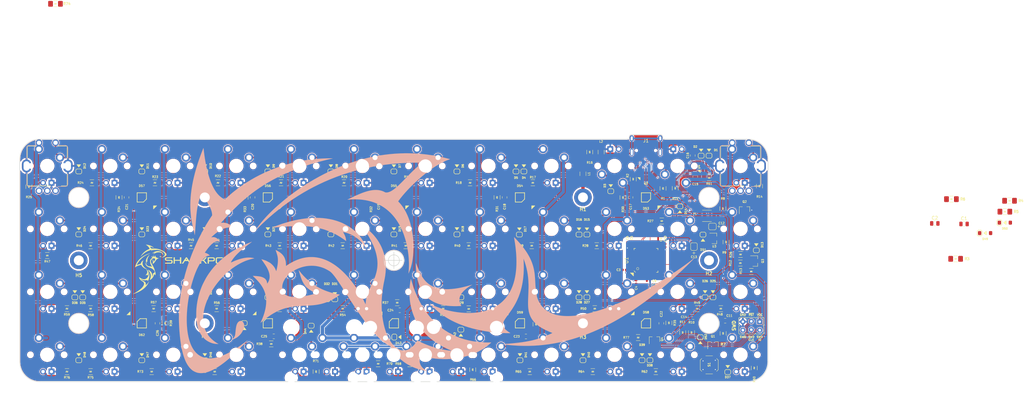
<source format=kicad_pcb>
(kicad_pcb (version 20200916) (generator pcbnew)
  (title_block (title "SharkPCB") (date "2020-09-23") (rev "v4.0.4") (company "Designed by Gondolindrim"))
  (layers (0 "F.Cu" signal) (31 "B.Cu" signal) (34 "B.Paste" user) (35 "F.Paste" user) (36 "B.SilkS" user) (37 "F.SilkS" user) (38 "B.Mask" user) (39 "F.Mask" user) (44 "Edge.Cuts" user))
  (net 0 "")
  (net 1 "Net-(D11-Pad2)")
  (net 2 "Net-(D13-Pad2)")
  (net 3 "Net-(D14-Pad2)")
  (net 4 "Net-(D15-Pad2)")
  (net 5 "Net-(D16-Pad2)")
  (net 6 "Net-(D17-Pad2)")
  (net 7 "Net-(D18-Pad2)")
  (net 8 "Net-(D19-Pad2)")
  (net 9 "Net-(D21-Pad2)")
  (net 10 "Net-(D22-Pad2)")
  (net 11 "Net-(D23-Pad2)")
  (net 12 "Net-(D24-Pad2)")
  (net 13 "Net-(D25-Pad2)")
  (net 14 "Net-(D26-Pad2)")
  (net 15 "Net-(D27-Pad2)")
  (net 16 "Net-(D28-Pad2)")
  (net 17 "Net-(D29-Pad2)")
  (net 18 "Net-(D31-Pad2)")
  (net 19 "Net-(D32-Pad2)")
  (net 20 "Net-(D33-Pad2)")
  (net 21 "Net-(D34-Pad2)")
  (net 22 "Net-(D35-Pad2)")
  (net 23 "Net-(D36-Pad2)")
  (net 24 "Net-(D38-Pad2)")
  (net 25 "Net-(D39-Pad2)")
  (net 26 "Net-(D41-Pad2)")
  (net 27 "Net-(D42-Pad2)")
  (net 28 "Net-(D43-Pad2)")
  (net 29 "Net-(D44-Pad2)")
  (net 30 "Net-(D45-Pad2)")
  (net 31 "Net-(D46-Pad2)")
  (net 32 "Net-(D47-Pad2)")
  (net 33 "Net-(D2-Pad2)")
  (net 34 "Net-(D3-Pad2)")
  (net 35 "Net-(D4-Pad2)")
  (net 36 "Net-(D5-Pad2)")
  (net 37 "Net-(D6-Pad2)")
  (net 38 "Net-(D7-Pad2)")
  (net 39 "Net-(D8-Pad2)")
  (net 40 "Net-(D9-Pad2)")
  (net 41 "Net-(D10-Pad2)")
  (net 42 "Net-(D20-Pad2)")
  (net 43 "Net-(D30-Pad2)")
  (net 44 "Net-(D40-Pad2)")
  (net 45 "Net-(D37-Pad2)")
  (net 46 "Net-(D48-Pad2)")
  (net 47 "GND")
  (net 48 "Net-(U1-Pad46)")
  (net 49 "Net-(U1-Pad45)")
  (net 50 "Net-(U1-Pad43)")
  (net 51 "Net-(U1-Pad42)")
  (net 52 "Net-(U1-Pad41)")
  (net 53 "Net-(U1-Pad40)")
  (net 54 "Net-(U1-Pad39)")
  (net 55 "Net-(U1-Pad38)")
  (net 56 "Net-(U1-Pad31)")
  (net 57 "Net-(U1-Pad30)")
  (net 58 "Net-(U1-Pad29)")
  (net 59 "Net-(U1-Pad27)")
  (net 60 "Net-(U1-Pad26)")
  (net 61 "Net-(U1-Pad25)")
  (net 62 "Net-(U1-Pad22)")
  (net 63 "Net-(U1-Pad21)")
  (net 64 "Net-(U1-Pad20)")
  (net 65 "Net-(U1-Pad19)")
  (net 66 "Net-(U1-Pad15)")
  (net 67 "Net-(U1-Pad14)")
  (net 68 "Net-(U1-Pad13)")
  (net 69 "Net-(U1-Pad12)")
  (net 70 "Net-(U1-Pad11)")
  (net 71 "Net-(U1-Pad10)")
  (net 72 "Net-(U1-Pad6)")
  (net 73 "Net-(U1-Pad5)")
  (net 74 "Net-(U1-Pad4)")
  (net 75 "Net-(U1-Pad3)")
  (net 76 "Net-(U1-Pad2)")
  (net 77 "Net-(J1-PadB8)")
  (net 78 "Net-(J1-PadA5)")
  (net 79 "VBUS")
  (net 80 "DB+")
  (net 81 "Net-(J1-PadB5)")
  (net 82 "Net-(J1-PadA8)")
  (net 83 "DB-")
  (net 84 "D+")
  (net 85 "D-")
  (net 86 "ROTA")
  (net 87 "ROTB")
  (net 88 "3V3")
  (net 89 "NRST")
  (net 90 "5V")
  (net 91 "BOOT0")
  (net 92 "R1")
  (net 93 "Net-(D49-Pad2)")
  (net 94 "R5")
  (net 95 "Net-(D50-Pad2)")
  (net 96 "Net-(D52-Pad1)")
  (net 97 "Net-(D52-Pad2)")
  (net 98 "SWDIO")
  (net 99 "SWCLK")
  (net 100 "Net-(J2-Pad6)")
  (net 101 "Net-(Q1-Pad3)")
  (net 102 "ENCA")
  (net 103 "ENCB")
  (net 104 "R1_S2")
  (net 105 "R2_S2")
  (net 106 "LED_PWM")
  (net 107 "RGB_3V3")
  (net 108 "Net-(LED1-PadA)")
  (net 109 "Net-(C17-Pad2)")
  (net 110 "Net-(C18-Pad2)")
  (net 111 "Net-(C19-Pad2)")
  (net 112 "Net-(C20-Pad2)")
  (net 113 "Net-(C21-Pad2)")
  (net 114 "Net-(C22-Pad1)")
  (net 115 "Net-(C23-Pad1)")
  (net 116 "Net-(C24-Pad1)")
  (net 117 "Net-(C25-Pad1)")
  (net 118 "Net-(C26-Pad1)")
  (net 119 "Net-(D53-Pad2)")
  (net 120 "RGB_5V")
  (net 121 "Net-(D54-Pad2)")
  (net 122 "Net-(D55-Pad2)")
  (net 123 "Net-(D56-Pad2)")
  (net 124 "Net-(D57-Pad2)")
  (net 125 "Net-(D58-Pad2)")
  (net 126 "Net-(D58-Pad4)")
  (net 127 "Net-(D59-Pad4)")
  (net 128 "Net-(D60-Pad4)")
  (net 129 "Net-(D61-Pad4)")
  (net 130 "Net-(LED2-PadA)")
  (net 131 "Net-(LED3-PadA)")
  (net 132 "Net-(LED4-PadA)")
  (net 133 "Net-(LED5-PadA)")
  (net 134 "Net-(LED6-PadA)")
  (net 135 "Net-(LED7-PadA)")
  (net 136 "Net-(LED8-PadA)")
  (net 137 "Net-(LED9-PadA)")
  (net 138 "Net-(LED10-PadA)")
  (net 139 "Net-(LED11-PadA)")
  (net 140 "Net-(LED12-PadA)")
  (net 141 "Net-(LED13-PadA)")
  (net 142 "Net-(LED14-PadA)")
  (net 143 "Net-(LED15-PadA)")
  (net 144 "Net-(LED16-PadA)")
  (net 145 "Net-(LED17-PadA)")
  (net 146 "Net-(LED18-PadA)")
  (net 147 "Net-(LED19-PadA)")
  (net 148 "Net-(LED20-PadA)")
  (net 149 "Net-(LED21-PadA)")
  (net 150 "Net-(LED22-PadA)")
  (net 151 "Net-(LED23-PadA)")
  (net 152 "Net-(LED24-PadA)")
  (net 153 "Net-(LED25-PadA)")
  (net 154 "Net-(LED26-PadA)")
  (net 155 "Net-(LED27-PadA)")
  (net 156 "Net-(LED28-PadA)")
  (net 157 "Net-(LED29-PadA)")
  (net 158 "Net-(LED30-PadA)")
  (net 159 "Net-(LED31-PadA)")
  (net 160 "Net-(LED32-PadA)")
  (net 161 "Net-(LED33-PadA)")
  (net 162 "Net-(LED34-PadA)")
  (net 163 "Net-(LED35-PadA)")
  (net 164 "Net-(LED36-PadA)")
  (net 165 "Net-(LED48-PadA)")
  (net 166 "Net-(LED55-PadA)")
  (net 167 "Net-(LED40-PadA)")
  (net 168 "Net-(LED41-PadA)")
  (net 169 "Net-(LED42-PadA)")
  (net 170 "Net-(LED44-PadA)")
  (net 171 "Net-(LED46-PadA)")
  (net 172 "Net-(LED47-PadA)")
  (net 173 "Net-(Q2-Pad3)")
  (net 174 "Net-(Q2-Pad1)")
  (net 175 "Net-(Q3-Pad3)")
  (net 176 "Net-(LED50-PadA)")
  (net 177 "Net-(LED51-PadA)")
  (net 178 "Net-(LED53-PadA)")
  (net 179 "Net-(R74-Pad1)")
  (net 180 "GNDPWR")
  (net 181 "Net-(H1-Pad1)")
  (net 182 "Net-(Q4-Pad1)")
  (net 183 "R0")
  (net 184 "R2")
  (net 185 "R3")
  (net 186 "C0")
  (net 187 "C11")
  (net 188 "C1")
  (net 189 "C2")
  (net 190 "C3")
  (net 191 "C4")
  (net 192 "C5")
  (net 193 "C6")
  (net 194 "C7")
  (net 195 "C8")
  (net 196 "C9")
  (net 197 "C10")
  (net 198 "Net-(LED37-PadA)")
  (net 199 "Net-(R61-Pad1)")
  (module "acheron_MX_SolderMask:MX100" (layer "F.Cu") (at 75.963 112.218)
    (fp_text reference "SW35")
    (fp_text value "SLSH")
    (pad "" np_thru_hole circle (at -5.08 0) (size 1.7018 1.7018) (drill 1.7018) (layers *.Cu *.Mask))
    (pad "" np_thru_hole circle (at 0 0) (size 3.9878 3.9878) (drill 3.9878) (layers *.Cu *.Mask))
    (pad "" np_thru_hole circle (at 5.08 0) (size 1.7018 1.7018) (drill 1.7018) (layers *.Cu *.Mask))
    (pad "1" thru_hole circle (at -2.54 -5.08) (size 2.54 2.54) (drill 1.524) (layers *.Cu "F.Mask") (net 197 "C10"))
    (pad "2" thru_hole circle (at 3.81 -2.54 90) (size 2.54 2.54) (drill 1.524) (layers *.Cu "F.Mask") (net 22 "Net-(D35-Pad2)"))
  )
  (module "acheron_MX_SolderMask:MX100" (layer "F.Cu") (at 132.963 131.218)
    (fp_text reference "SW44")
    (fp_text value "F2")
    (pad "" np_thru_hole circle (at 0 0) (size 3.9878 3.9878) (drill 3.9878) (layers *.Cu *.Mask))
    (pad "" np_thru_hole circle (at 5.08 0) (size 1.7018 1.7018) (drill 1.7018) (layers *.Cu *.Mask))
    (pad "" np_thru_hole circle (at -5.08 0) (size 1.7018 1.7018) (drill 1.7018) (layers *.Cu *.Mask))
    (pad "1" thru_hole circle (at -2.54 -5.08) (size 2.54 2.54) (drill 1.524) (layers *.Cu "F.Mask") (net 194 "C7"))
    (pad "2" thru_hole circle (at 3.81 -2.54 90) (size 2.54 2.54) (drill 1.524) (layers *.Cu "F.Mask") (net 29 "Net-(D44-Pad2)"))
  )
  (module "acheron_Components:D_SOD-123" (layer "F.Cu") (at 257.6505 112.218 90)
    (fp_text reference "D25" (at 3.2325 0) (layer "F.SilkS") (effects (font (size 0.6 0.6))))
    (fp_text value "1N4148W")
    (pad "1" smd roundrect (at -1.65 0 90) (size 1 1.2) (layers "F.Cu" "F.Paste" "F.Mask") (net 184 "R2"))
    (pad "2" smd roundrect (at 1.65 0 90) (size 1 1.2) (layers "F.Cu" "F.Paste" "F.Mask") (net 13 "Net-(D25-Pad2)"))
  )
  (module "acheron_Components:LED_THT_2.54mm" (layer "F.Cu") (at 161.463 136.298)
    (fp_text reference "LED45")
    (fp_text value "LED" hide)
    (pad "A" thru_hole circle (at -1.27 0) (size 1.778 1.778) (drill 1.016) (layers *.Cu "F.Mask") (net 170 "Net-(LED44-PadA)"))
    (pad "K" thru_hole roundrect (at 1.27 0) (size 1.778 1.778) (drill 0.9906) (layers *.Cu "F.Mask") (roundrect_rratio 0.1) (net 47 "GND"))
  )
  (module "Capacitor_SMD:C_0805_2012Metric" (layer "F.Cu") (at 194.843 83.718 90)
    (fp_text reference "C18" (at -2.794 0 90) (layer "F.SilkS") (effects (font (size 0.635 0.635) (thickness 0.127))))
    (fp_text value "100n")
    (pad "1" smd roundrect (at -0.9375 0 90) (size 0.975 1.4) (layers "F.Cu" "F.Paste" "F.Mask") (net 47 "GND"))
    (pad "2" smd roundrect (at 0.9375 0 90) (size 0.975 1.4) (layers "F.Cu" "F.Paste" "F.Mask") (net 110 "Net-(C18-Pad2)"))
  )
  (module "acheron_MX_SolderMask:MX100" (layer "F.Cu") (at 265.963 112.218)
    (fp_text reference "SW25")
    (fp_text value "SHIFT")
    (pad "" np_thru_hole circle (at 0 0) (size 3.9878 3.9878) (drill 3.9878) (layers *.Cu *.Mask))
    (pad "" np_thru_hole circle (at -5.08 0) (size 1.7018 1.7018) (drill 1.7018) (layers *.Cu *.Mask))
    (pad "" np_thru_hole circle (at 5.08 0) (size 1.7018 1.7018) (drill 1.7018) (layers *.Cu *.Mask))
    (pad "1" thru_hole circle (at -2.54 -5.08) (size 2.54 2.54) (drill 1.524) (layers *.Cu "F.Mask") (net 186 "C0"))
    (pad "2" thru_hole circle (at 3.81 -2.54 90) (size 2.54 2.54) (drill 1.524) (layers *.Cu "F.Mask") (net 13 "Net-(D25-Pad2)"))
  )
  (module "acheron_Components:R_SMD_1206" (layer "F.Cu") (at 221.43175 136.298 180)
    (fp_text reference "R64" (at 3.429 0) (layer "F.SilkS") (effects (font (size 0.635 0.635) (thickness 0.127))))
    (fp_text value "420R")
    (pad "1" smd roundrect (at -1.4875 0 180) (size 1.425 1.75) (layers "F.Cu" "F.Paste" "F.Mask") (roundrect_rratio 0.175439) (net 167 "Net-(LED40-PadA)"))
    (pad "2" smd roundrect (at 1.4875 0 180) (size 1.425 1.75) (layers "F.Cu" "F.Paste" "F.Mask") (roundrect_rratio 0.175439) (net 173 "Net-(Q2-Pad3)"))
  )
  (module "acheron_Components:R_SMD_1206" (layer "F.Cu") (at 244.373 121.591 90)
    (fp_text reference "R35" (at 0 1.778 90) (layer "F.SilkS") (effects (font (size 0.635 0.635) (thickness 0.127))))
    (fp_text value "5R")
    (pad "1" smd roundrect (at -1.4875 0 90) (size 1.425 1.75) (layers "F.Cu" "F.Paste" "F.Mask") (roundrect_rratio 0.175439) (net 114 "Net-(C22-Pad1)"))
    (pad "2" smd roundrect (at 1.4875 0 90) (size 1.425 1.75) (layers "F.Cu" "F.Paste" "F.Mask") (roundrect_rratio 0.175439) (net 90 "5V"))
  )
  (module "Capacitor_SMD:C_0805_2012Metric" (layer "F.Cu") (at 125.247 125.655 180)
    (fp_text reference "C25" (at 2.921 0) (layer "F.SilkS") (effects (font (size 0.635 0.635) (thickness 0.127))))
    (fp_text value "100n")
    (pad "1" smd roundrect (at -0.9375 0 180) (size 0.975 1.4) (layers "F.Cu" "F.Paste" "F.Mask") (net 117 "Net-(C25-Pad1)"))
    (pad "2" smd roundrect (at 0.9375 0 180) (size 0.975 1.4) (layers "F.Cu" "F.Paste" "F.Mask") (net 47 "GND"))
  )
  (module "acheron_Components:D_SOD-123" (layer "F.Cu") (at 200.6505 74.218 90)
    (fp_text reference "D4" (at -3.5625 0) (layer "F.SilkS") (effects (font (size 0.6 0.6))))
    (fp_text value "1N4148W")
    (pad "1" smd roundrect (at -1.65 0 90) (size 1 1.2) (layers "F.Cu" "F.Paste" "F.Mask") (net 183 "R0"))
    (pad "2" smd roundrect (at 1.65 0 90) (size 1 1.2) (layers "F.Cu" "F.Paste" "F.Mask") (net 35 "Net-(D4-Pad2)"))
  )
  (module "acheron_Components:R_SMD_1206" (layer "F.Cu") (at 248.517711 124.499711 90)
    (fp_text reference "R11" (at 3.175 0 180) (layer "F.SilkS") (effects (font (size 0.635 0.635) (thickness 0.127))))
    (fp_text value "1M")
    (pad "1" smd roundrect (at -1.4875 0 90) (size 1.425 1.75) (layers "F.Cu" "F.Paste" "F.Mask") (roundrect_rratio 0.175439) (net 47 "GND"))
    (pad "2" smd roundrect (at 1.4875 0 90) (size 1.425 1.75) (layers "F.Cu" "F.Paste" "F.Mask") (roundrect_rratio 0.175439) (net 91 "BOOT0"))
  )
  (module "acheron_Components:R_SMD_1206" (layer "F.Cu") (at 204.314 121.997 90)
    (fp_text reference "R36" (at 3.302 0 180) (layer "F.SilkS") (effects (font (size 0.635 0.635) (thickness 0.127))))
    (fp_text value "5R")
    (pad "1" smd roundrect (at -1.4875 0 90) (size 1.425 1.75) (layers "F.Cu" "F.Paste" "F.Mask") (roundrect_rratio 0.175439) (net 115 "Net-(C23-Pad1)"))
    (pad "2" smd roundrect (at 1.4875 0 90) (size 1.425 1.75) (layers "F.Cu" "F.Paste" "F.Mask") (roundrect_rratio 0.175439) (net 90 "5V"))
  )
  (module "acheron_Hardware:9774030243R" (layer "F.Cu") (at 66.463 102.718)
    (fp_text reference "H5" (at 0 4.48625) (layer "F.SilkS") (effects (font (size 1.016 1.016) (thickness 0.2032))))
    (fp_text value "MountingHole")
    (pad "1" thru_hole circle (at 0 0) (size 5.3 5.3) (drill 3) (layers *.Cu "F.Mask"))
  )
  (module "acheron_Components:D_SOD-123" (layer "F.Cu") (at 253.851711 127.547711 -90)
    (fp_text reference "D52" (at -1.778 -1.651 -90) (layer "F.SilkS") (effects (font (size 0.6 0.6))))
    (fp_text value "1N4148W")
    (pad "1" smd roundrect (at -1.65 0 270) (size 1 1.2) (layers "F.Cu" "F.Paste" "F.Mask") (net 96 "Net-(D52-Pad1)"))
    (pad "2" smd roundrect (at 1.65 0 270) (size 1 1.2) (layers "F.Cu" "F.Paste" "F.Mask") (net 97 "Net-(D52-Pad2)"))
  )
  (module "acheron_Components:LED_WS2812B_5.0x5.0mm_P3.2mm" (layer "F.Cu") (at 199.463 121.718 180)
    (fp_text reference "D59" (at 0 3.278) (layer "F.SilkS") (effects (font (size 0.635 0.635) (thickness 0.127))))
    (fp_text value "WS2812C")
    (pad "1" smd roundrect (at -2.45 -1.6 180) (size 1.5 1) (layers "F.Cu" "F.Paste" "F.Mask") (roundrect_rratio 0.5) (net 115 "Net-(C23-Pad1)"))
    (pad "2" smd trapezoid (at -2.45 1.6 180) (size 1.5 1) (layers "F.Cu" "F.Paste" "F.Mask") (net 126 "Net-(D58-Pad4)"))
    (pad "3" smd trapezoid (at 2.45 1.6 180) (size 1.5 1) (layers "F.Cu" "F.Paste" "F.Mask") (net 47 "GND"))
    (pad "4" smd trapezoid (at 2.45 -1.6 180) (size 1.5 1) (layers "F.Cu" "F.Paste" "F.Mask") (net 127 "Net-(D59-Pad4)"))
  )
  (module "acheron_Components:R_SMD_1206" (layer "F.Cu") (at 235.092211 126.023711)
    (fp_text reference "R77" (at -3.5925 0) (layer "F.SilkS") (effects (font (size 0.635 0.635) (thickness 0.127))))
    (fp_text value "10k")
    (pad "1" smd roundrect (at -1.4875 0) (size 1.425 1.75) (layers "F.Cu" "F.Paste" "F.Mask") (roundrect_rratio 0.175439) (net 182 "Net-(Q4-Pad1)"))
    (pad "2" smd roundrect (at 1.4875 0) (size 1.425 1.75) (layers "F.Cu" "F.Paste" "F.Mask") (roundrect_rratio 0.175439) (net 91 "BOOT0"))
  )
  (module "acheron_Components:D_SOD-123" (layer "F.Cu") (at 142.463 74.218 90)
    (fp_text reference "D8" (at -0.00012 1.7786 270) (layer "F.SilkS") (effects (font (size 0.6 0.6))))
    (fp_text value "1N4148W")
    (pad "1" smd roundrect (at -1.65 0 90) (size 1 1.2) (layers "F.Cu" "F.Paste" "F.Mask") (net 183 "R0"))
    (pad "2" smd roundrect (at 1.65 0 90) (size 1 1.2) (layers "F.Cu" "F.Paste" "F.Mask") (net 39 "Net-(D8-Pad2)"))
  )
  (module "acheron_Components:LED_THT_2.54mm" (layer "F.Cu") (at 132.963 79.298)
    (fp_text reference "LED8")
    (fp_text value "LED" hide)
    (pad "A" thru_hole circle (at -1.27 0) (size 1.778 1.778) (drill 1.016) (layers *.Cu "F.Mask") (net 136 "Net-(LED8-PadA)"))
    (pad "K" thru_hole roundrect (at 1.27 0) (size 1.778 1.778) (drill 0.9906) (layers *.Cu "F.Mask") (roundrect_rratio 0.1) (net 47 "GND"))
  )
  (module "acheron_Components:LED_WS2812B_5.0x5.0mm_P3.2mm" (layer "F.Cu") (at 85.463 121.718 180)
    (fp_text reference "D62" (at 0 -3.5) (layer "F.SilkS") (effects (font (size 0.635 0.635) (thickness 0.127))))
    (fp_text value "WS2812C")
    (pad "1" smd roundrect (at -2.45 -1.6 180) (size 1.5 1) (layers "F.Cu" "F.Paste" "F.Mask") (roundrect_rratio 0.5) (net 118 "Net-(C26-Pad1)"))
    (pad "2" smd trapezoid (at -2.45 1.6 180) (size 1.5 1) (layers "F.Cu" "F.Paste" "F.Mask") (net 129 "Net-(D61-Pad4)"))
    (pad "3" smd trapezoid (at 2.45 1.6 180) (size 1.5 1) (layers "F.Cu" "F.Paste" "F.Mask") (net 47 "GND"))
    (pad "4" smd trapezoid (at 2.45 -1.6 180) (size 1.5 1) (layers "F.Cu" "F.Paste" "F.Mask") (net 124 "Net-(D57-Pad2)"))
  )
  (module "acheron_Components:R_SMD_1206" (layer "F.Cu") (at 127.0255 117.298 180)
    (fp_text reference "R55" (at 0.0275 1.778) (layer "F.SilkS") (effects (font (size 0.635 0.635) (thickness 0.127))))
    (fp_text value "420R")
    (pad "1" smd roundrect (at -1.4875 0 180) (size 1.425 1.75) (layers "F.Cu" "F.Paste" "F.Mask") (roundrect_rratio 0.175439) (net 159 "Net-(LED31-PadA)"))
    (pad "2" smd roundrect (at 1.4875 0 180) (size 1.425 1.75) (layers "F.Cu" "F.Paste" "F.Mask") (roundrect_rratio 0.175439) (net 173 "Net-(Q2-Pad3)"))
  )
  (module "Capacitor_SMD:C_0402_1005Metric" (layer "F.Cu") (at 238.213 108.889 180)
    (fp_text reference "C8" (at -1.765 0) (layer "F.SilkS") (effects (font (size 0.635 0.635) (thickness 0.127))))
    (fp_text value "10n")
    (pad "1" smd roundrect (at -0.485 0 180) (size 0.59 0.64) (layers "F.Cu" "F.Paste" "F.Mask") (net 88 "3V3"))
    (pad "2" smd roundrect (at 0.485 0 180) (size 0.59 0.64) (layers "F.Cu" "F.Paste" "F.Mask") (net 47 "GND"))
  )
  (module "acheron_Components:LED_THT_2.54mm" (layer "F.Cu") (at 227.963 69.138 180)
    (fp_text reference "LED3")
    (fp_text value "LED" hide)
    (pad "A" thru_hole circle (at -1.27 0 180) (size 1.778 1.778) (drill 1.016) (layers *.Cu "F.Mask") (net 131 "Net-(LED3-PadA)"))
    (pad "K" thru_hole roundrect (at 1.27 0 180) (size 1.778 1.778) (drill 0.9906) (layers *.Cu "F.Mask") (roundrect_rratio 0.1) (net 47 "GND"))
  )
  (module "acheron_Components:LED_THT_2.54mm" (layer "F.Cu") (at 94.963 98.298)
    (fp_text reference "LED21")
    (fp_text value "LED" hide)
    (pad "A" thru_hole circle (at -1.27 0) (size 1.778 1.778) (drill 1.016) (layers *.Cu "F.Mask") (net 149 "Net-(LED21-PadA)"))
    (pad "K" thru_hole roundrect (at 1.27 0) (size 1.778 1.778) (drill 0.9906) (layers *.Cu "F.Mask") (roundrect_rratio 0.1) (net 47 "GND"))
  )
  (module "acheron_MX_SolderMask:MX100" (layer "F.Cu") (at 208.963 131.218)
    (fp_text reference "SW40")
    (fp_text value "ALT")
    (pad "" np_thru_hole circle (at -5.08 0) (size 1.7018 1.7018) (drill 1.7018) (layers *.Cu *.Mask))
    (pad "" np_thru_hole circle (at 5.08 0) (size 1.7018 1.7018) (drill 1.7018) (layers *.Cu *.Mask))
    (pad "" np_thru_hole circle (at 0 0) (size 3.9878 3.9878) (drill 3.9878) (layers *.Cu *.Mask))
    (pad "1" thru_hole circle (at -2.54 -5.08) (size 2.54 2.54) (drill 1.524) (layers *.Cu "F.Mask") (net 190 "C3"))
    (pad "2" thru_hole circle (at 3.81 -2.54 90) (size 2.54 2.54) (drill 1.524) (layers *.Cu "F.Mask") (net 44 "Net-(D40-Pad2)"))
  )
  (module "acheron_Components:LED_THT_2.54mm" (layer "F.Cu") (at 113.963 117.298)
    (fp_text reference "LED32")
    (fp_text value "LED" hide)
    (pad "A" thru_hole circle (at -1.27 0) (size 1.778 1.778) (drill 1.016) (layers *.Cu "F.Mask") (net 160 "Net-(LED32-PadA)"))
    (pad "K" thru_hole roundrect (at 1.27 0) (size 1.778 1.778) (drill 0.9906) (layers *.Cu "F.Mask") (roundrect_rratio 0.1) (net 47 "GND"))
  )
  (module "acheron_Components:LED_THT_2.54mm" (layer "F.Cu") (at 246.963 136.298)
    (fp_text reference "LED37")
    (fp_text value "LED" hide)
    (pad "A" thru_hole circle (at -1.27 0) (size 1.778 1.778) (drill 1.016) (layers *.Cu "F.Mask") (net 198 "Net-(LED37-PadA)"))
    (pad "K" thru_hole roundrect (at 1.27 0) (size 1.778 1.778) (drill 0.9906) (layers *.Cu "F.Mask") (roundrect_rratio 0.1) (net 47 "GND"))
  )
  (module "acheron_Components:D_SOD-123" (layer "F.Cu") (at 66.463 74.218 90)
    (fp_text reference "D12" (at -0.00012 1.7786 270) (layer "F.SilkS") (effects (font (size 0.6 0.6))))
    (fp_text value "1N4148W")
    (pad "1" smd roundrect (at -1.65 0 90) (size 1 1.2) (layers "F.Cu" "F.Paste" "F.Mask") (net 183 "R0"))
    (pad "2" smd roundrect (at 1.65 0 90) (size 1 1.2) (layers "F.Cu" "F.Paste" "F.Mask") (net 105 "R2_S2"))
  )
  (module "acheron_Components:R_SMD_1206" (layer "F.Cu") (at 124.485 127.941 180)
    (fp_text reference "R38" (at 3.556 0) (layer "F.SilkS") (effects (font (size 0.635 0.635) (thickness 0.127))))
    (fp_text value "5R")
    (pad "1" smd roundrect (at -1.4875 0 180) (size 1.425 1.75) (layers "F.Cu" "F.Paste" "F.Mask") (roundrect_rratio 0.175439) (net 117 "Net-(C25-Pad1)"))
    (pad "2" smd roundrect (at 1.4875 0 180) (size 1.425 1.75) (layers "F.Cu" "F.Paste" "F.Mask") (roundrect_rratio 0.175439) (net 90 "5V"))
  )
  (module "acheron_MX_SolderMask:MX100" (layer "F.Cu") (at 132.963 93.218)
    (fp_text reference "SW20")
    (fp_text value "J")
    (pad "" np_thru_hole circle (at -5.08 0) (size 1.7018 1.7018) (drill 1.7018) (layers *.Cu *.Mask))
    (pad "" np_thru_hole circle (at 5.08 0) (size 1.7018 1.7018) (drill 1.7018) (layers *.Cu *.Mask))
    (pad "" np_thru_hole circle (at 0 0) (size 3.9878 3.9878) (drill 3.9878) (layers *.Cu *.Mask))
    (pad "1" thru_hole circle (at -2.54 -5.08) (size 2.54 2.54) (drill 1.524) (layers *.Cu "F.Mask") (net 194 "C7"))
    (pad "2" thru_hole circle (at 3.81 -2.54 90) (size 2.54 2.54) (drill 1.524) (layers *.Cu "F.Mask") (net 42 "Net-(D20-Pad2)"))
  )
  (module "Capacitor_SMD:C_0402_1005Metric" (layer "F.Cu") (at 243.28 98.221 -90)
    (fp_text reference "C10" (at -2.032 0 90) (layer "F.SilkS") (effects (font (size 0.635 0.635) (thickness 0.127))))
    (fp_text value "4.7u")
    (pad "1" smd roundrect (at -0.485 0 270) (size 0.59 0.64) (layers "F.Cu" "F.Paste" "F.Mask") (net 47 "GND"))
    (pad "2" smd roundrect (at 0.485 0 270) (size 0.59 0.64) (layers "F.Cu" "F.Paste" "F.Mask") (net 88 "3V3"))
  )
  (module "acheron_Components:LED_THT_2.54mm" (layer "F.Cu") (at 170.963 136.298)
    (fp_text reference "LED44")
    (fp_text value "LED" hide)
    (pad "A" thru_hole circle (at -1.27 0) (size 1.778 1.778) (drill 1.016) (layers *.Cu "F.Mask") (net 170 "Net-(LED44-PadA)"))
    (pad "K" thru_hole roundrect (at 1.27 0) (size 1.778 1.778) (drill 0.9906) (layers *.Cu "F.Mask") (roundrect_rratio 0.1) (net 47 "GND"))
  )
  (module "acheron_Components:R_SMD_1206" (layer "F.Cu") (at 329.543711 84.240711)
    (fp_text reference "R6" (at 3.429 0) (layer "F.SilkS") (effects (font (size 0.762 0.762) (thickness 0.1905))))
    (fp_text value "10k")
    (pad "1" smd roundrect (at -1.4875 0) (size 1.425 1.75) (layers "F.Cu" "F.Paste" "F.Mask") (roundrect_rratio 0.175439) (net 103 "ENCB"))
    (pad "2" smd roundrect (at 1.4875 0) (size 1.425 1.75) (layers "F.Cu" "F.Paste" "F.Mask") (roundrect_rratio 0.175439) (net 87 "ROTB"))
  )
  (module "acheron_Components:LED_THT_2.54mm" (layer "F.Cu") (at 75.963 117.298)
    (fp_text reference "LED34")
    (fp_text value "LED" hide)
    (pad "A" thru_hole circle (at -1.27 0) (size 1.778 1.778) (drill 1.016) (layers *.Cu "F.Mask") (net 162 "Net-(LED34-PadA)"))
    (pad "K" thru_hole roundrect (at 1.27 0) (size 1.778 1.778) (drill 0.9906) (layers *.Cu "F.Mask") (roundrect_rratio 0.1) (net 47 "GND"))
  )
  (module "acheron_Components:R_SMD_1206" (layer "F.Cu") (at 146.0255 98.298 180)
    (fp_text reference "R42" (at 3.429 0) (layer "F.SilkS") (effects (font (size 0.635 0.635) (thickness 0.127))))
    (fp_text value "420R")
    (pad "1" smd roundrect (at -1.4875 0 180) (size 1.425 1.75) (layers "F.Cu" "F.Paste" "F.Mask") (roundrect_rratio 0.175439) (net 146 "Net-(LED18-PadA)"))
    (pad "2" smd roundrect (at 1.4875 0 180) (size 1.425 1.75) (layers "F.Cu" "F.Paste" "F.Mask") (roundrect_rratio 0.175439) (net 173 "Net-(Q2-Pad3)"))
  )
  (module "acheron_Components:SOT-23-6" (layer "F.Cu") (at 255.622 74.499 90)
    (fp_text reference "U4" (at 0 -2.159 90) (layer "F.SilkS") (effects (font (size 0.6 0.6))))
    (fp_text value "TXS0101")
    (pad "1" smd rect (at -1.1 -0.95 90) (size 1.06 0.65) (layers "F.Cu" "F.Paste" "F.Mask") (net 88 "3V3"))
    (pad "2" smd roundrect (at -1.1 0 90) (size 1.06 0.65) (layers "F.Cu" "F.Paste" "F.Mask") (roundrect_rratio 0.5) (net 47 "GND"))
    (pad "3" smd roundrect (at -1.1 0.95 90) (size 1.06 0.65) (layers "F.Cu" "F.Paste" "F.Mask") (roundrect_rratio 0.5) (net 107 "RGB_3V3"))
    (pad "4" smd roundrect (at 1.1 0.95 90) (size 1.06 0.65) (layers "F.Cu" "F.Paste" "F.Mask") (roundrect_rratio 0.5) (net 120 "RGB_5V"))
    (pad "5" smd roundrect (at 1.1 0 90) (size 1.06 0.65) (layers "F.Cu" "F.Paste" "F.Mask") (roundrect_rratio 0.5) (net 199 "Net-(R61-Pad1)"))
    (pad "6" smd roundrect (at 1.1 -0.95 90) (size 1.06 0.65) (layers "F.Cu" "F.Paste" "F.Mask") (roundrect_rratio 0.5) (net 90 "5V"))
  )
  (module "Capacitor_SMD:C_0805_2012Metric" (layer "F.Cu") (at 252.32 77.42 90)
    (fp_text reference "C15" (at -2.286 0 180) (layer "F.SilkS") (effects (font (size 0.635 0.635) (thickness 0.127))))
    (fp_text value "100n")
    (pad "1" smd roundrect (at -0.9375 0 90) (size 0.975 1.4) (layers "F.Cu" "F.Paste" "F.Mask") (net 47 "GND"))
    (pad "2" smd roundrect (at 0.9375 0 90) (size 0.975 1.4) (layers "F.Cu" "F.Paste" "F.Mask") (net 88 "3V3"))
  )
  (module "acheron_Components:LED_THT_2.54mm" (layer "F.Cu") (at 246.963 98.298)
    (fp_text reference "LED13")
    (fp_text value "LED" hide)
    (pad "A" thru_hole circle (at -1.27 0) (size 1.778 1.778) (drill 1.016) (layers *.Cu "F.Mask") (net 141 "Net-(LED13-PadA)"))
    (pad "K" thru_hole roundrect (at 1.27 0) (size 1.778 1.778) (drill 0.9906) (layers *.Cu "F.Mask") (roundrect_rratio 0.1) (net 47 "GND"))
  )
  (module "acheron_Components:CP_EIA-3216-10_Kemet-I_Pad1.58x1.35mm_HandSolder" (layer "F.Cu") (at 256.038 92.493 180)
    (fp_text reference "C12" (at -4.2 1) (layer "F.SilkS") (effects (font (size 0.635 0.635) (thickness 0.127))))
    (fp_text value "1u")
    (pad "1" smd roundrect (at -1.4375 0 180) (size 1.575 1.35) (layers "F.Cu" "F.Paste" "F.Mask") (roundrect_rratio 0.185185) (net 90 "5V"))
    (pad "2" smd roundrect (at 1.4375 0 180) (size 1.575 1.35) (layers "F.Cu" "F.Paste" "F.Mask") (roundrect_rratio 0.185185) (net 47 "GND"))
  )
  (module "acheron_Components:CP_EIA-3216-10_Kemet-I_Pad1.58x1.35mm_HandSolder" (layer "F.Cu") (at 251.916 97.105 90)
    (fp_text reference "C13" (at -4.572 0) (layer "F.SilkS") (effects (font (size 0.635 0.635) (thickness 0.127))))
    (fp_text value "1u")
    (pad "1" smd roundrect (at -1.4375 0 90) (size 1.575 1.35) (layers "F.Cu" "F.Paste" "F.Mask") (roundrect_rratio 0.185185) (net 88 "3V3"))
    (pad "2" smd roundrect (at 1.4375 0 90) (size 1.575 1.35) (layers "F.Cu" "F.Paste" "F.Mask") (roundrect_rratio 0.185185) (net 47 "GND"))
  )
  (module "acheron_MX_SolderMask:MX200R" (layer "F.Cu") (at 180.463 131.218)
    (fp_text reference "SW50")
    (fp_text value "SPC_200")
    (pad "" np_thru_hole circle (at 11.938 -8.255) (size 3.9878 3.9878) (drill 3.9878) (layers *.Cu *.Mask) (clearance 0.508))
    (pad "" np_thru_hole circle (at 0 0) (size 3.9878 3.9878) (drill 3.9878) (layers *.Cu *.Mask))
    (pad "" np_thru_hole circle (at -5.08 0) (size 1.7018 1.7018) (drill 1.7018) (layers *.Cu *.Mask))
    (pad "" np_thru_hole circle (at -11.938 6.985) (size 3.048 3.048) (drill 3.048) (layers *.Cu *.Mask) (clearance 0.508))
    (pad "" np_thru_hole circle (at -11.938 -8.255) (size 3.9878 3.9878) (drill 3.9878) (layers *.Cu *.Mask) (clearance 0.508))
    (pad "" np_thru_hole circle (at 11.938 6.985) (size 3.048 3.048) (drill 3.048) (layers *.Cu *.Mask) (clearance 0.508))
    (pad "" np_thru_hole circle (at 5.08 0) (size 1.7018 1.7018) (drill 1.7018) (layers *.Cu *.Mask))
    (pad "1" thru_hole circle (at -2.54 -5.08) (size 2.54 2.54) (drill 1.524) (layers *.Cu "F.Mask") (net 192 "C5"))
    (pad "2" thru_hole circle (at 3.81 -2.54) (size 2.54 2.54) (drill 1.524) (layers *.Cu "F.Mask") (net 27 "Net-(D42-Pad2)"))
  )
  (module "acheron_Components:D_SOD-123" (layer "F.Cu") (at 163.24425 125.87425)
    (fp_text reference "D43" (at -0.40525 1.78775 180) (layer "F.SilkS") (effects (font (size 0.635 0.635) (thickness 0.127))))
    (fp_text value "1N4148W")
    (pad "1" smd roundrect (at -1.65 0) (size 1 1.2) (layers "F.Cu" "F.Paste" "F.Mask") (net 185 "R3"))
    (pad "2" smd roundrect (at 1.65 0) (size 1 1.2) (layers "F.Cu" "F.Paste" "F.Mask") (net 28 "Net-(D43-Pad2)"))
  )
  (module "acheron_Components:R_SMD_1206" (layer "F.Cu") (at 89.0255 117.298 180)
    (fp_text reference "R57" (at 0.0005 1.905) (layer "F.SilkS") (effects (font (size 0.635 0.635) (thickness 0.127))))
    (fp_text value "420R")
    (pad "1" smd roundrect (at -1.4875 0 180) (size 1.425 1.75) (layers "F.Cu" "F.Paste" "F.Mask") (roundrect_rratio 0.175439) (net 161 "Net-(LED33-PadA)"))
    (pad "2" smd roundrect (at 1.4875 0 180) (size 1.425 1.75) (layers "F.Cu" "F.Paste" "F.Mask") (roundrect_rratio 0.175439) (net 173 "Net-(Q2-Pad3)"))
  )
  (module "acheron_Components:D_SOD-123" (layer "F.Cu") (at 181.6505 112.218 90)
    (fp_text reference "D29" (at -3.302 -0.0155) (layer "F.SilkS") (effects (font (size 0.6 0.6))))
    (fp_text value "1N4148W")
    (pad "1" smd roundrect (at -1.65 0 90) (size 1 1.2) (layers "F.Cu" "F.Paste" "F.Mask") (net 184 "R2"))
    (pad "2" smd roundrect (at 1.65 0 90) (size 1 1.2) (layers "F.Cu" "F.Paste" "F.Mask") (net 17 "Net-(D29-Pad2)"))
  )
  (module "acheron_Components:D_SOD-123" (layer "F.Cu") (at 217.2755 112.218 90)
    (fp_text reference "D28" (at -3.175 0) (layer "F.SilkS") (effects (font (size 0.6 0.6))))
    (fp_text value "1N4148W")
    (pad "1" smd roundrect (at -1.65 0 90) (size 1 1.2) (layers "F.Cu" "F.Paste" "F.Mask") (net 184 "R2"))
    (pad "2" smd roundrect (at 1.65 0 90) (size 1 1.2) (layers "F.Cu" "F.Paste" "F.Mask") (net 16 "Net-(D28-Pad2)"))
  )
  (module "acheron_Components:R_SMD_1206" (layer "F.Cu") (at 252.9005 117.298)
    (fp_text reference "R49" (at -0.0545 -1.778) (layer "F.SilkS") (effects (font (size 0.635 0.635) (thickness 0.127))))
    (fp_text value "420R")
    (pad "1" smd roundrect (at -1.4875 0) (size 1.425 1.75) (layers "F.Cu" "F.Paste" "F.Mask") (roundrect_rratio 0.175439) (net 153 "Net-(LED25-PadA)"))
    (pad "2" smd roundrect (at 1.4875 0) (size 1.425 1.75) (layers "F.Cu" "F.Paste" "F.Mask") (roundrect_rratio 0.175439) (net 173 "Net-(Q2-Pad3)"))
  )
  (module "acheron_Components:R_SMD_1206" (layer "F.Cu") (at 240.43175 136.298 180)
    (fp_text reference "R62" (at 3.429 0) (layer "F.SilkS") (effects (font (size 0.635 0.635) (thickness 0.127))))
    (fp_text value "420R")
    (pad "1" smd roundrect (at -1.4875 0 180) (size 1.425 1.75) (layers "F.Cu" "F.Paste" "F.Mask") (roundrect_rratio 0.175439) (net 198 "Net-(LED37-PadA)"))
    (pad "2" smd roundrect (at 1.4875 0 180) (size 1.425 1.75) (layers "F.Cu" "F.Paste" "F.Mask") (roundrect_rratio 0.175439) (net 173 "Net-(Q2-Pad3)"))
  )
  (module "acheron_Components:R_SMD_1206" (layer "F.Cu") (at 270.1 135.205 -90)
    (fp_text reference "R60" (at 3.429 0 90) (layer "F.SilkS") (effects (font (size 0.635 0.635) (thickness 0.127))))
    (fp_text value "420R")
    (pad "1" smd roundrect (at -1.4875 0 270) (size 1.425 1.75) (layers "F.Cu" "F.Paste" "F.Mask") (roundrect_rratio 0.175439) (net 165 "Net-(LED48-PadA)"))
    (pad "2" smd roundrect (at 1.4875 0 270) (size 1.425 1.75) (layers "F.Cu" "F.Paste" "F.Mask") (roundrect_rratio 0.175439) (net 173 "Net-(Q2-Pad3)"))
  )
  (module "acheron_Components:D_SOD-123" (layer "F.Cu") (at 136.5255 124.093 -90)
    (fp_text reference "D44" (at -0.00012 1.7786 -90) (layer "F.SilkS") (effects (font (size 0.6 0.6))))
    (fp_text value "1N4148W")
    (pad "1" smd roundrect (at -1.65 0 270) (size 1 1.2) (layers "F.Cu" "F.Paste" "F.Mask") (net 185 "R3"))
    (pad "2" smd roundrect (at 1.65 0 270) (size 1 1.2) (layers "F.Cu" "F.Paste" "F.Mask") (net 29 "Net-(D44-Pad2)"))
  )
  (module "acheron_MX_SolderMask:MX100" (layer "F.Cu") (at 151.963 93.218)
    (fp_text reference "SW19")
    (fp_text value "H")
    (pad "" np_thru_hole circle (at 0 0) (size 3.9878 3.9878) (drill 3.9878) (layers *.Cu *.Mask))
    (pad "" np_thru_hole circle (at -5.08 0) (size 1.7018 1.7018) (drill 1.7018) (layers *.Cu *.Mask))
    (pad "" np_thru_hole circle (at 5.08 0) (size 1.7018 1.7018) (drill 1.7018) (layers *.Cu *.Mask))
    (pad "1" thru_hole circle (at -2.54 -5.08) (size 2.54 2.54) (drill 1.524) (layers *.Cu "F.Mask") (net 193 "C6"))
    (pad "2" thru_hole circle (at 3.81 -2.54 90) (size 2.54 2.54) (drill 1.524) (layers *.Cu "F.Mask") (net 8 "Net-(D19-Pad2)"))
  )
  (module "acheron_Components:R_SMD_1206" (layer "F.Cu") (at 260.709711 124.753711 90)
    (fp_text reference "R7" (at -3.302 0 180) (layer "F.SilkS") (effects (font (size 0.762 0.762) (thickness 0.1905))))
    (fp_text value "100R")
    (pad "1" smd roundrect (at -1.4875 0 90) (size 1.425 1.75) (layers "F.Cu" "F.Paste" "F.Mask") (roundrect_rratio 0.175439) (net 101 "Net-(Q1-Pad3)"))
    (pad "2" smd roundrect (at 1.4875 0 90) (size 1.425 1.75) (layers "F.Cu" "F.Paste" "F.Mask") (roundrect_rratio 0.175439) (net 89 "NRST"))
  )
  (module "acheron_Components:LED_THT_2.54mm" (layer "F.Cu") (at 113.963 136.298)
    (fp_text reference "LED50")
    (fp_text value "LED" hide)
    (pad "A" thru_hole circle (at -1.27 0) (size 1.778 1.778) (drill 1.016) (layers *.Cu "F.Mask") (net 176 "Net-(LED50-PadA)"))
    (pad "K" thru_hole roundrect (at 1.27 0) (size 1.778 1.778) (drill 0.9906) (layers *.Cu "F.Mask") (roundrect_rratio 0.1) (net 47 "GND"))
  )
  (module "acheron_Hardware:9774030243R" (layer "F.Cu") (at 218.463 83.718)
    (fp_text reference "H1" (at 0 3.608) (layer "F.SilkS") (effects (font (size 1.016 1.016) (thickness 0.2032))))
    (fp_text value "MountingHole_Pad")
    (pad "1" thru_hole circle (at 0 0) (size 5.3 5.3) (drill 2.999999) (layers *.Cu "F.Mask") (net 181 "Net-(H1-Pad1)") (clearance 0.508))
  )
  (module "acheron_Components:R_SMD_1206" (layer "F.Cu") (at 108.429 79.298 180)
    (fp_text reference "R22" (at 0.023 2.032) (layer "F.SilkS") (effects (font (size 0.635 0.635) (thickness 0.127))))
    (fp_text value "420R")
    (pad "1" smd roundrect (at -1.4875 0 180) (size 1.425 1.75) (layers "F.Cu" "F.Paste" "F.Mask") (roundrect_rratio 0.175439) (net 137 "Net-(LED9-PadA)"))
    (pad "2" smd roundrect (at 1.4875 0 180) (size 1.425 1.75) (layers "F.Cu" "F.Paste" "F.Mask") (roundrect_rratio 0.175439) (net 173 "Net-(Q2-Pad3)"))
  )
  (module "acheron_Components:D_SOD-123" (layer "F.Cu") (at 236.2755 131.218 90)
    (fp_text reference "D39" (at 2.998 0) (layer "F.SilkS") (effects (font (size 0.6 0.6))))
    (fp_text value "1N4148W")
    (pad "1" smd roundrect (at -1.65 0 90) (size 1 1.2) (layers "F.Cu" "F.Paste" "F.Mask") (net 185 "R3"))
    (pad "2" smd roundrect (at 1.65 0 90) (size 1 1.2) (layers "F.Cu" "F.Paste" "F.Mask") (net 25 "Net-(D39-Pad2)"))
  )
  (module "acheron_MX_SolderMask:MX100" (layer "F.Cu") (at 94.963 74.218)
    (fp_text reference "SW10")
    (fp_text value "O")
    (pad "" np_thru_hole circle (at 5.08 0) (size 1.7018 1.7018) (drill 1.7018) (layers *.Cu *.Mask))
    (pad "" np_thru_hole circle (at 0 0) (size 3.9878 3.9878) (drill 3.9878) (layers *.Cu *.Mask))
    (pad "" np_thru_hole circle (at -5.08 0) (size 1.7018 1.7018) (drill 1.7018) (layers *.Cu *.Mask))
    (pad "1" thru_hole circle (at -2.54 -5.08) (size 2.54 2.54) (drill 1.524) (layers *.Cu "F.Mask") (net 196 "C9"))
    (pad "2" thru_hole circle (at 3.81 -2.54 90) (size 2.54 2.54) (drill 1.524) (layers *.Cu "F.Mask") (net 41 "Net-(D10-Pad2)"))
  )
  (module "acheron_Hardware:9774030243R" (layer "F.Cu") (at 218.463 121.718)
    (fp_text reference "H3" (at 0 4.15625) (layer "F.SilkS") (effects (font (size 1.016 1.016) (thickness 0.2032))))
    (fp_text value "MountingHole")
    (pad "1" thru_hole circle (at 0 0) (size 5.3 5.3) (drill 2.999999) (layers *.Cu "F.Mask") (clearance 0.508))
  )
  (module "acheron_Components:R_SMD_1206" (layer "F.Cu") (at 265.916711 103.544711 180)
    (fp_text reference "R12" (at 3.048 0 270) (layer "F.SilkS") (effects (font (size 0.635 0.635) (thickness 0.127))))
    (fp_text value "1k")
    (pad "1" smd roundrect (at -1.4875 0 180) (size 1.425 1.75) (layers "F.Cu" "F.Paste" "F.Mask") (roundrect_rratio 0.175439) (net 175 "Net-(Q3-Pad3)"))
    (pad "2" smd roundrect (at 1.4875 0 180) (size 1.425 1.75) (layers "F.Cu" "F.Paste" "F.Mask") (roundrect_rratio 0.175439) (net 90 "5V"))
  )
  (module "acheron_Hardware:K2-1187SQ-A4SW-06" (layer "F.Cu") (at 256.518711 134.278711 90)
    (fp_text reference "S1" (at 0.1 0 -90) (layer "F.SilkS") (effects (font (size 0.7 0.7))))
    (fp_text value "K2-1187SQ-A4SW-06")
    (pad "1" smd rect (at 3.1 -1.85 90) (size 1.8 1.1) (layers "F.Cu" "F.Paste" "F.Mask") (net 88 "3V3"))
    (pad "1" smd rect (at -3.1 -1.85 90) (size 1.8 1.1) (layers "F.Cu" "F.Paste" "F.Mask") (net 88 "3V3"))
    (pad "2" smd rect (at -3.1 1.85 90) (size 1.8 1.1) (layers "F.Cu" "F.Paste" "F.Mask") (net 97 "Net-(D52-Pad2)"))
    (pad "2" smd rect (at 3.1 1.85 90) (size 1.8 1.1) (layers "F.Cu" "F.Paste" "F.Mask") (net 97 "Net-(D52-Pad2)"))
  )
  (module "Capacitor_SMD:C_0402_1005Metric" (layer "F.Cu") (at 234.517 109.27 -90)
    (fp_text reference "C4" (at 1.778 0 90) (layer "F.SilkS") (effects (font (size 0.635 0.635) (thickness 0.127))))
    (fp_text value "100n")
    (pad "1" smd roundrect (at -0.485 0 270) (size 0.59 0.64) (layers "F.Cu" "F.Paste" "F.Mask") (net 88 "3V3"))
    (pad "2" smd roundrect (at 0.485 0 270) (size 0.59 0.64) (layers "F.Cu" "F.Paste" "F.Mask") (net 47 "GND"))
  )
  (module "acheron_Components:D_SOD-123" (layer "F.Cu") (at 219.6505 93.268 90)
    (fp_text reference "D15" (at 2.844 0) (layer "F.SilkS") (effects (font (size 0.6 0.6))))
    (fp_text value "1N4148W")
    (pad "1" smd roundrect (at -1.65 0 90) (size 1 1.2) (layers "F.Cu" "F.Paste" "F.Mask") (net 92 "R1"))
    (pad "2" smd roundrect (at 1.65 0 90) (size 1 1.2) (layers "F.Cu" "F.Paste" "F.Mask") (net 4 "Net-(D15-Pad2)"))
  )
  (module "acheron_Components:D_SOD-123" (layer "F.Cu") (at 217.2755 93.268 90)
    (fp_text reference "D16" (at 2.844 0) (layer "F.SilkS") (effects (font (size 0.6 0.6))))
    (fp_text value "1N4148W")
    (pad "1" smd roundrect (at -1.65 0 90) (size 1 1.2) (layers "F.Cu" "F.Paste" "F.Mask") (net 92 "R1"))
    (pad "2" smd roundrect (at 1.65 0 90) (size 1 1.2) (layers "F.Cu" "F.Paste" "F.Mask") (net 5 "Net-(D16-Pad2)"))
  )
  (module "acheron_Components:R_SMD_1206" (layer "F.Cu") (at 78.584 83.718 -90)
    (fp_text reference "R34" (at 3.556 0 90) (layer "F.SilkS") (effects (font (size 0.635 0.635) (thickness 0.127))))
    (fp_text value "5R")
    (pad "1" smd roundrect (at -1.4875 0 270) (size 1.425 1.75) (layers "F.Cu" "F.Paste" "F.Mask") (roundrect_rratio 0.175439) (net 113 "Net-(C21-Pad2)"))
    (pad "2" smd roundrect (at 1.4875 0 270) (size 1.425 1.75) (layers "F.Cu" "F.Paste" "F.Mask") (roundrect_rratio 0.175439) (net 90 "5V"))
  )
  (module "acheron_Components:D_SOD-123" (layer "F.Cu") (at 218.463 131.218 90)
    (fp_text reference "D40" (at -0.00012 1.7786 270) (layer "F.SilkS") (effects (font (size 0.6 0.6))))
    (fp_text value "1N4148W")
    (pad "1" smd roundrect (at -1.65 0 90) (size 1 1.2) (layers "F.Cu" "F.Paste" "F.Mask") (net 185 "R3"))
    (pad "2" smd roundrect (at 1.65 0 90) (size 1 1.2) (layers "F.Cu" "F.Paste" "F.Mask") (net 44 "Net-(D40-Pad2)"))
  )
  (module "acheron_MX_SolderMask:MX100" (layer "F.Cu") (at 56.963 131.218)
    (fp_text reference "SW48")
    (fp_text value "RIGHT")
    (pad "" np_thru_hole circle (at 5.08 0) (size 1.7018 1.7018) (drill 1.7018) (layers *.Cu *.Mask))
    (pad "" np_thru_hole circle (at -5.08 0) (size 1.7018 1.7018) (drill 1.7018) (layers *.Cu *.Mask))
    (pad "" np_thru_hole circle (at 0 0) (size 3.9878 3.9878) (drill 3.9878) (layers *.Cu *.Mask))
    (pad "1" thru_hole circle (at -2.54 -5.08) (size 2.54 2.54) (drill 1.524) (layers *.Cu "F.Mask") (net 187 "C11"))
    (pad "2" thru_hole circle (at 3.81 -2.54 90) (size 2.54 2.54) (drill 1.524) (layers *.Cu "F.Mask") (net 46 "Net-(D48-Pad2)"))
  )
  (module "acheron_Components:D_SOD-123" (layer "F.Cu") (at 104.463 112.218 90)
    (fp_text reference "D34" (at -0.00012 1.7786 270) (layer "F.SilkS") (effects (font (size 0.6 0.6))))
    (fp_text value "1N4148W")
    (pad "1" smd roundrect (at -1.65 0 90) (size 1 1.2) (layers "F.Cu" "F.Paste" "F.Mask") (net 184 "R2"))
    (pad "2" smd roundrect (at 1.65 0 90) (size 1 1.2) (layers "F.Cu" "F.Paste" "F.Mask") (net 21 "Net-(D34-Pad2)"))
  )
  (module "acheron_Components:LQFP-48_7x7mm_P0.5mm" (layer "F.Cu") (at 237.463 102.718 90)
    (fp_text reference "U1" (at 0 -5.85 90) (layer "F.SilkS"))
    (fp_text value "STM32F072CBT6")
    (pad "1" smd rect (at -4.1625 -2.75 90) (size 1.475 0.3) (layers "F.Cu" "F.Paste" "F.Mask") (net 88 "3V3"))
    (pad "2" smd roundrect (at -4.1625 -2.25 90) (size 1.475 0.3) (layers "F.Cu" "F.Paste" "F.Mask") (roundrect_rratio 0.5) (net 76 "Net-(U1-Pad2)"))
    (pad "3" smd roundrect (at -4.1625 -1.75 90) (size 1.475 0.3) (layers "F.Cu" "F.Paste" "F.Mask") (roundrect_rratio 0.5) (net 75 "Net-(U1-Pad3)"))
    (pad "4" smd roundrect (at -4.1625 -1.25 90) (size 1.475 0.3) (layers "F.Cu" "F.Paste" "F.Mask") (roundrect_rratio 0.5) (net 74 "Net-(U1-Pad4)"))
    (pad "5" smd roundrect (at -4.1625 -0.75 90) (size 1.475 0.3) (layers "F.Cu" "F.Paste" "F.Mask") (roundrect_rratio 0.5) (net 73 "Net-(U1-Pad5)"))
    (pad "6" smd roundrect (at -4.1625 -0.25 90) (size 1.475 0.3) (layers "F.Cu" "F.Paste" "F.Mask") (roundrect_rratio 0.5) (net 72 "Net-(U1-Pad6)"))
    (pad "7" smd roundrect (at -4.1625 0.25 90) (size 1.475 0.3) (layers "F.Cu" "F.Paste" "F.Mask") (roundrect_rratio 0.5) (net 89 "NRST"))
    (pad "8" smd roundrect (at -4.1625 0.75 90) (size 1.475 0.3) (layers "F.Cu" "F.Paste" "F.Mask") (roundrect_rratio 0.5) (net 47 "GND"))
    (pad "9" smd roundrect (at -4.1625 1.25 90) (size 1.475 0.3) (layers "F.Cu" "F.Paste" "F.Mask") (roundrect_rratio 0.5) (net 88 "3V3"))
    (pad "10" smd roundrect (at -4.1625 1.75 90) (size 1.475 0.3) (layers "F.Cu" "F.Paste" "F.Mask") (roundrect_rratio 0.5) (net 71 "Net-(U1-Pad10)"))
    (pad "11" smd roundrect (at -4.1625 2.25 90) (size 1.475 0.3) (layers "F.Cu" "F.Paste" "F.Mask") (roundrect_rratio 0.5) (net 70 "Net-(U1-Pad11)"))
    (pad "12" smd roundrect (at -4.1625 2.75 90) (size 1.475 0.3) (layers "F.Cu" "F.Paste" "F.Mask") (roundrect_rratio 0.5) (net 69 "Net-(U1-Pad12)"))
    (pad "13" smd roundrect (at -2.75 4.1625 90) (size 0.3 1.475) (layers "F.Cu" "F.Paste" "F.Mask") (roundrect_rratio 0.5) (net 68 "Net-(U1-Pad13)"))
    (pad "14" smd roundrect (at -2.25 4.1625 90) (size 0.3 1.475) (layers "F.Cu" "F.Paste" "F.Mask") (roundrect_rratio 0.5) (net 67 "Net-(U1-Pad14)"))
    (pad "15" smd roundrect (at -1.75 4.1625 90) (size 0.3 1.475) (layers "F.Cu" "F.Paste" "F.Mask") (roundrect_rratio 0.5) (net 66 "Net-(U1-Pad15)"))
    (pad "16" smd roundrect (at -1.25 4.1625 90) (size 0.3 1.475) (layers "F.Cu" "F.Paste" "F.Mask") (roundrect_rratio 0.5) (net 106 "LED_PWM"))
    (pad "17" smd roundrect (at -0.75 4.1625 90) (size 0.3 1.475) (layers "F.Cu" "F.Paste" "F.Mask") (roundrect_rratio 0.5) (net 86 "ROTA"))
    (pad "18" smd roundrect (at -0.25 4.1625 90) (size 0.3 1.475) (layers "F.Cu" "F.Paste" "F.Mask") (roundrect_rratio 0.5) (net 87 "ROTB"))
    (pad "19" smd roundrect (at 0.25 4.1625 90) (size 0.3 1.475) (layers "F.Cu" "F.Paste" "F.Mask") (roundrect_rratio 0.5) (net 65 "Net-(U1-Pad19)"))
    (pad "20" smd roundrect (at 0.75 4.1625 90) (size 0.3 1.475) (layers "F.Cu" "F.Paste" "F.Mask") (roundrect_rratio 0.5) (net 64 "Net-(U1-Pad20)"))
    (pad "21" smd roundrect (at 1.25 4.1625 90) (size 0.3 1.475) (layers "F.Cu" "F.Paste" "F.Mask") (roundrect_rratio 0.5) (net 63 "Net-(U1-Pad21)"))
    (pad "22" smd roundrect (at 1.75 4.1625 90) (size 0.3 1.475) (layers "F.Cu" "F.Paste" "F.Mask") (roundrect_rratio 0.5) (net 62 "Net-(U1-Pad22)"))
    (pad "23" smd roundrect (at 2.25 4.1625 90) (size 0.3 1.475) (layers "F.Cu" "F.Paste" "F.Mask") (roundrect_rratio 0.5) (net 47 "GND"))
    (pad "24" smd roundrect (at 2.75 4.1625 90) (size 0.3 1.475) (layers "F.Cu" "F.Paste" "F.Mask") (roundrect_rratio 0.5) (net 88 "3V3"))
    (pad "25" smd roundrect (at 4.1625 2.75 90) (size 1.475 0.3) (layers "F.Cu" "F.Paste" "F.Mask") (roundrect_rratio 0.5) (net 61 "Net-(U1-Pad25)"))
    (pad "26" smd roundrect (at 4.1625 2.25 90) (size 1.475 0.3) (layers "F.Cu" "F.Paste" "F.Mask") (roundrect_rratio 0.5) (net 60 "Net-(U1-Pad26)"))
    (pad "27" smd roundrect (at 4.1625 1.75 90) (size 1.475 0.3) (layers "F.Cu" "F.Paste" "F.Mask") (roundrect_rratio 0.5) (net 59 "Net-(U1-Pad27)"))
    (pad "28" smd roundrect (at 4.1625 1.25 90) (size 1.475 0.3) (layers "F.Cu" "F.Paste" "F.Mask") (roundrect_rratio 0.5) (net 107 "RGB_3V3"))
    (pad "29" smd roundrect (at 4.1625 0.75 90) (size 1.475 0.3) (layers "F.Cu" "F.Paste" "F.Mask") (roundrect_rratio 0.5) (net 58 "Net-(U1-Pad29)"))
    (pad "30" smd roundrect (at 4.1625 0.25 90) (size 1.475 0.3) (layers "F.Cu" "F.Paste" "F.Mask") (roundrect_rratio 0.5) (net 57 "Net-(U1-Pad30)"))
    (pad "31" smd roundrect (at 4.1625 -0.25 90) (size 1.475 0.3) (layers "F.Cu" "F.Paste" "F.Mask") (roundrect_rratio 0.5) (net 56 "Net-(U1-Pad31)"))
    (pad "32" smd roundrect (at 4.1625 -0.75 90) (size 1.475 0.3) (layers "F.Cu" "F.Paste" "F.Mask") (roundrect_rratio 0.5) (net 85 "D-"))
    (pad "33" smd roundrect (at 4.1625 -1.25 90) (size 1.475 0.3) (layers "F.Cu" "F.Paste" "F.Mask") (roundrect_rratio 0.5) (net 84 "D+"))
    (pad "34" smd roundrect (at 4.1625 -1.75 90) (size 1.475 0.3) (layers "F.Cu" "F.Paste" "F.Mask") (roundrect_rratio 0.5) (net 98 "SWDIO"))
    (pad "35" smd roundrect (at 4.1625 -2.25 90) (size 1.475 0.3) (layers "F.Cu" "F.Paste" "F.Mask") (roundrect_rratio 0.5) (net 47 "GND"))
    (pad "36" smd roundrect (at 4.1625 -2.75 90) (size 1.475 0.3) (layers "F.Cu" "F.Paste" "F.Mask") (roundrect_rratio 0.5) (net 88 "3V3"))
    (pad "37" smd roundrect (at 2.75 -4.1625 90) (size 0.3 1.475) (layers "F.Cu" "F.Paste" "F.Mask") (roundrect_rratio 0.5) (net 99 "SWCLK"))
    (pad "38" smd roundrect (at 2.25 -4.1625 90) (size 0.3 1.475) (layers "F.Cu" "F.Paste" "F.Mask") (roundrect_rratio 0.5) (net 55 "Net-(U1-Pad38)"))
    (pad "39" smd roundrect (at 1.75 -4.1625 90) (size 0.3 1.475) (layers "F.Cu" "F.Paste" "F.Mask") (roundrect_rratio 0.5) (net 54 "Net-(U1-Pad39)"))
    (pad "40" smd roundrect (at 1.25 -4.1625 90) (size 0.3 1.475) (layers "F.Cu" "F.Paste" "F.Mask") (roundrect_rratio 0.5) (net 53 "Net-(U1-Pad40)"))
    (pad "41" smd roundrect (at 0.75 -4.1625 90) (size 0.3 1.475) (layers "F.Cu" "F.Paste" "F.Mask") (roundrect_rratio 0.5) (net 52 "Net-(U1-Pad41)"))
    (pad "42" smd roundrect (at 0.25 -4.1625 90) (size 0.3 1.475) (layers "F.Cu" "F.Paste" "F.Mask") (roundrect_rratio 0.5) (net 51 "Net-(U1-Pad42)"))
    (pad "43" smd roundrect (at -0.25 -4.1625 90) (size 0.3 1.475) (layers "F.Cu" "F.Paste" "F.Mask") (roundrect_rratio 0.5) (net 50 "Net-(U1-Pad43)"))
    (pad "44" smd roundrect (at -0.75 -4.1625 90) (size 0.3 1.475) (layers "F.Cu" "F.Paste" "F.Mask") (roundrect_rratio 0.5) (net 91 "BOOT0"))
    (pad "45" smd roundrect (at -1.25 -4.1625 90) (size 0.3 1.475) (layers "F.Cu" "F.Paste" "F.Mask") (roundrect_rratio 0.5) (net 49 "Net-(U1-Pad45)"))
    (pad "46" smd roundrect (at -1.75 -4.1625 90) (size 0.3 1.475) (layers "F.Cu" "F.Paste" "F.Mask") (roundrect_rratio 0.5) (net 48 "Net-(U1-Pad46)"))
    (pad "47" smd roundrect (at -2.25 -4.1625 90) (size 0.3 1.475) (layers "F.Cu" "F.Paste" "F.Mask") (roundrect_rratio 0.5) (net 47 "GND"))
    (pad "48" smd roundrect (at -2.75 -4.1625 90) (size 0.3 1.475) (layers "F.Cu" "F.Paste" "F.Mask") (roundrect_rratio 0.5) (net 88 "3V3"))
  )
  (module "acheron_Components:D_SOD-123" (layer "F.Cu") (at 199.463 131.218 90)
    (fp_text reference "D41" (at -0.00012 1.7786 270) (layer "F.SilkS") (effects (font (size 0.6 0.6))))
    (fp_text value "1N4148W")
    (pad "1" smd roundrect (at -1.65 0 90) (size 1 1.2) (layers "F.Cu" "F.Paste" "F.Mask") (net 185 "R3"))
    (pad "2" smd roundrect (at 1.65 0 90) (size 1 1.2) (layers "F.Cu" "F.Paste" "F.Mask") (net 26 "Net-(D41-Pad2)"))
  )
  (module "Capacitor_SMD:C_0402_1005Metric" (layer "F.Cu") (at 231.85 97.713 -90)
    (fp_text reference "C6" (at -1.778 0 90) (layer "F.SilkS") (effects (font (size 0.635 0.635) (thickness 0.127))))
    (fp_text value "4.7u")
    (pad "1" smd roundrect (at -0.485 0 270) (size 0.59 0.64) (layers "F.Cu" "F.Paste" "F.Mask") (net 47 "GND"))
    (pad "2" smd roundrect (at 0.485 0 270) (size 0.59 0.64) (layers "F.Cu" "F.Paste" "F.Mask") (net 88 "3V3"))
  )
  (module "acheron_MX_SolderMask:MX100" (layer "F.Cu") (at 170.963 131.218)
    (fp_text reference "SW42")
    (fp_text value "SPC_100")
    (pad "" np_thru_hole circle (at 5.08 0) (size 1.7018 1.7018) (drill 1.7018) (layers *.Cu *.Mask))
    (pad "" np_thru_hole circle (at -5.08 0) (size 1.7018 1.7018) (drill 1.7018) (layers *.Cu *.Mask))
    (pad "" np_thru_hole circle (at 0 0) (size 3.9878 3.9878) (drill 3.9878) (layers *.Cu *.Mask))
    (pad "1" thru_hole circle (at -2.54 -5.08) (size 2.54 2.54) (drill 1.524) (layers *.Cu "F.Mask") (net 192 "C5"))
    (pad "2" thru_hole circle (at 3.81 -2.54 90) (size 2.54 2.54) (drill 1.524) (layers *.Cu "F.Mask") (net 27 "Net-(D42-Pad2)"))
  )
  (module "acheron_Components:D_SOD-123" (layer "F.Cu") (at 104.463 131.218 90)
    (fp_text reference "D46" (at -0.00012 1.7786 270) (layer "F.SilkS") (effects (font (size 0.6 0.6))))
    (fp_text value "1N4148W")
    (pad "1" smd roundrect (at -1.65 0 90) (size 1 1.2) (layers "F.Cu" "F.Paste" "F.Mask") (net 185 "R3"))
    (pad "2" smd roundrect (at 1.65 0 90) (size 1 1.2) (layers "F.Cu" "F.Paste" "F.Mask") (net 31 "Net-(D46-Pad2)"))
  )
  (module "acheron_Components:LED_WS2812B_5.0x5.0mm_P3.2mm" (layer "F.Cu") (at 123.463 121.718 180)
    (fp_text reference "D61" (at 0 3.429) (layer "F.SilkS") (effects (font (size 0.635 0.635) (thickness 0.127))))
    (fp_text value "WS2812C")
    (pad "1" smd roundrect (at -2.45 -1.6 180) (size 1.5 1) (layers "F.Cu" "F.Paste" "F.Mask") (roundrect_rratio 0.5) (net 117 "Net-(C25-Pad1)"))
    (pad "2" smd trapezoid (at -2.45 1.6 180) (size 1.5 1) (layers "F.Cu" "F.Paste" "F.Mask") (net 128 "Net-(D60-Pad4)"))
    (pad "3" smd trapezoid (at 2.45 1.6 180) (size 1.5 1) (layers "F.Cu" "F.Paste" "F.Mask") (net 47 "GND"))
    (pad "4" smd trapezoid (at 2.45 -1.6 180) (size 1.5 1) (layers "F.Cu" "F.Paste" "F.Mask") (net 129 "Net-(D61-Pad4)"))
  )
  (module "acheron_Components:D_SOD-123" (layer "F.Cu") (at 219.6505 112.218 90)
    (fp_text reference "D27" (at -3.175 0) (layer "F.SilkS") (effects (font (size 0.6 0.6))))
    (fp_text value "1N4148W")
    (pad "1" smd roundrect (at -1.65 0 90) (size 1 1.2) (layers "F.Cu" "F.Paste" "F.Mask") (net 184 "R2"))
    (pad "2" smd roundrect (at 1.65 0 90) (size 1 1.2) (layers "F.Cu" "F.Paste" "F.Mask") (net 15 "Net-(D27-Pad2)"))
  )
  (module "acheron_MX_SolderMask:MX100" (layer "F.Cu") (at 132.963 74.218)
    (fp_text reference "SW8")
    (fp_text value "U")
    (pad "" np_thru_hole circle (at -5.08 0) (size 1.7018 1.7018) (drill 1.7018) (layers *.Cu *.Mask))
    (pad "" np_thru_hole circle (at 5.08 0) (size 1.7018 1.7018) (drill 1.7018) (layers *.Cu *.Mask))
    (pad "" np_thru_hole circle (at 0 0) (size 3.9878 3.9878) (drill 3.9878) (layers *.Cu *.Mask))
    (pad "1" thru_hole circle (at -2.54 -5.08) (size 2.54 2.54) (drill 1.524) (layers *.Cu "F.Mask") (net 194 "C7"))
    (pad "2" thru_hole circle (at 3.81 -2.54 90) (size 2.54 2.54) (drill 1.524) (layers *.Cu "F.Mask") (net 39 "Net-(D8-Pad2)"))
  )
  (module "Capacitor_SMD:C_0402_1005Metric" (layer "F.Cu") (at 242.01 98.221 -90)
    (fp_text reference "C9" (at -1.778 0 90) (layer "F.SilkS") (effects (font (size 0.635 0.635) (thickness 0.127))))
    (fp_text value "100n")
    (pad "1" smd roundrect (at -0.485 0 270) (size 0.59 0.64) (layers "F.Cu" "F.Paste" "F.Mask") (net 47 "GND"))
    (pad "2" smd roundrect (at 0.485 0 270) (size 0.59 0.64) (layers "F.Cu" "F.Paste" "F.Mask") (net 88 "3V3"))
  )
  (module "acheron_Components:R_SMD_1206" (layer "F.Cu") (at 100.30675 98.298)
    (fp_text reference "R45" (at 0 -1.78125) (layer "F.SilkS") (effects (font (size 0.635 0.635) (thickness 0.127))))
    (fp_text value "420R")
    (pad "1" smd roundrect (at -1.4875 0) (size 1.425 1.75) (layers "F.Cu" "F.Paste" "F.Mask") (roundrect_rratio 0.175439) (net 149 "Net-(LED21-PadA)"))
    (pad "2" smd roundrect (at 1.4875 0) (size 1.425 1.75) (layers "F.Cu" "F.Paste" "F.Mask") (roundrect_rratio 0.175439) (net 173 "Net-(Q2-Pad3)"))
  )
  (module "acheron_MX_SolderMask:MX100" (layer "F.Cu") (at 246.963 93.218)
    (fp_text reference "SW14")
    (fp_text value "A")
    (pad "" np_thru_hole circle (at 0 0) (size 3.9878 3.9878) (drill 3.9878) (layers *.Cu *.Mask))
    (pad "" np_thru_hole circle (at -5.08 0) (size 1.7018 1.7018) (drill 1.7018) (layers *.Cu *.Mask))
    (pad "" np_thru_hole circle (at 5.08 0) (size 1.7018 1.7018) (drill 1.7018) (layers *.Cu *.Mask))
    (pad "1" thru_hole circle (at -2.54 -5.08) (size 2.54 2.54) (drill 1.524) (layers *.Cu "F.Mask") (net 188 "C1"))
    (pad "2" thru_hole circle (at 3.81 -2.54 90) (size 2.54 2.54) (drill 1.524) (layers *.Cu "F.Mask") (net 3 "Net-(D14-Pad2)"))
  )
  (module "acheron_MX_SolderMask:MX100" (layer "F.Cu") (at 246.963 131.218)
    (fp_text reference "SW38")
    (fp_text value "Q")
    (pad "" np_thru_hole circle (at -5.08 0) (size 1.7018 1.7018) (drill 1.7018) (layers *.Cu *.Mask))
    (pad "" np_thru_hole circle (at 5.08 0) (size 1.7018 1.7018) (drill 1.7018) (layers *.Cu *.Mask))
    (pad "" np_thru_hole circle (at 0 0) (size 3.9878 3.9878) (drill 3.9878) (layers *.Cu *.Mask))
    (pad "1" thru_hole circle (at -2.54 -5.08) (size 2.54 2.54) (drill 1.524) (layers *.Cu "F.Mask") (net 188 "C1"))
    (pad "2" thru_hole circle (at 3.81 -2.54 90) (size 2.54 2.54) (drill 1.524) (layers *.Cu "F.Mask") (net 24 "Net-(D38-Pad2)"))
  )
  (module "acheron_Components:LED_THT_2.54mm" (layer "F.Cu") (at 113.963 79.298)
    (fp_text reference "LED9")
    (fp_text value "LED" hide)
    (pad "A" thru_hole circle (at -1.27 0) (size 1.778 1.778) (drill 1.016) (layers *.Cu "F.Mask") (net 137 "Net-(LED9-PadA)"))
    (pad "K" thru_hole roundrect (at 1.27 0) (size 1.778 1.778) (drill 0.9906) (layers *.Cu "F.Mask") (roundrect_rratio 0.1) (net 47 "GND"))
  )
  (module "acheron_Components:D_SOD-123" (layer "F.Cu") (at 141.2755 112.81175 90)
    (fp_text reference "D32" (at 3.00675 -0.0155) (layer "F.SilkS") (effects (font (size 0.6 0.6))))
    (fp_text value "1N4148W")
    (pad "1" smd roundrect (at -1.65 0 90) (size 1 1.2) (layers "F.Cu" "F.Paste" "F.Mask") (net 184 "R2"))
    (pad "2" smd roundrect (at 1.65 0 90) (size 1 1.2) (layers "F.Cu" "F.Paste" "F.Mask") (net 19 "Net-(D32-Pad2)"))
  )
  (module "Package_TO_SOT_SMD:SOT-23" (layer "F.Cu") (at 240.008711 126.531711 90)
    (fp_text reference "Q4" (at 0 2.286 270) (layer "F.SilkS") (effects (font (size 0.635 0.635) (thickness 0.127))))
    (fp_text value "MMBFJ270")
    (pad "1" smd rect (at -1 -0.95 90) (size 0.9 0.8) (layers "F.Cu" "F.Paste" "F.Mask") (net 182 "Net-(Q4-Pad1)"))
    (pad "2" smd rect (at -1 0.95 90) (size 0.9 0.8) (layers "F.Cu" "F.Paste" "F.Mask") (net 47 "GND"))
    (pad "3" smd rect (at 1 0 90) (size 0.9 0.8) (layers "F.Cu" "F.Paste" "F.Mask") (net 97 "Net-(D52-Pad2)"))
  )
  (module "acheron_Components:LED_WS2812B_5.0x5.0mm_P3.2mm" (layer "F.Cu") (at 161.463 83.718)
    (fp_text reference "D55" (at 0 -3.5) (layer "F.SilkS") (effects (font (size 0.635 0.635) (thickness 0.127))))
    (fp_text value "WS2812C")
    (pad "1" smd roundrect (at -2.45 -1.6) (size 1.5 1) (layers "F.Cu" "F.Paste" "F.Mask") (roundrect_rratio 0.5) (net 111 "Net-(C19-Pad2)"))
    (pad "2" smd trapezoid (at -2.45 1.6) (size 1.5 1) (layers "F.Cu" "F.Paste" "F.Mask") (net 122 "Net-(D55-Pad2)"))
    (pad "3" smd trapezoid (at 2.45 1.6) (size 1.5 1) (layers "F.Cu" "F.Paste" "F.Mask") (net 47 "GND"))
    (pad "4" smd trapezoid (at 2.45 -1.6) (size 1.5 1) (layers "F.Cu" "F.Paste" "F.Mask") (net 121 "Net-(D54-Pad2)"))
  )
  (module "acheron_Components:LED_THT_2.54mm" (layer "F.Cu") (at 208.963 98.298)
    (fp_text reference "LED15")
    (fp_text value "LED" hide)
    (pad "A" thru_hole circle (at -1.27 0) (size 1.778 1.778) (drill 1.016) (layers *.Cu "F.Mask") (net 143 "Net-(LED15-PadA)"))
    (pad "K" thru_hole roundrect (at 1.27 0) (size 1.778 1.778) (drill 0.9906) (layers *.Cu "F.Mask") (roundrect_rratio 0.1) (net 47 "GND"))
  )
  (module "acheron_Components:D_SOD-123" (layer "F.Cu") (at 65.2755 112.218 90)
    (fp_text reference "D36" (at -3.302 0) (layer "F.SilkS") (effects (font (size 0.6 0.6))))
    (fp_text value "1N4148W")
    (pad "1" smd roundrect (at -1.65 0 90) (size 1 1.2) (layers "F.Cu" "F.Paste" "F.Mask") (net 184 "R2"))
    (pad "2" smd roundrect (at 1.65 0 90) (size 1 1.2) (layers "F.Cu" "F.Paste" "F.Mask") (net 23 "Net-(D36-Pad2)"))
  )
  (module "acheron_Components:R_SMD_1206" (layer "F.Cu") (at 220.497 70.027 -90)
    (fp_text reference "R16" (at 3.175 0 180) (layer "F.SilkS") (effects (font (size 0.635 0.635) (thickness 0.127))))
    (fp_text value "420R")
    (pad "1" smd roundrect (at -1.4875 0 270) (size 1.425 1.75) (layers "F.Cu" "F.Paste" "F.Mask") (roundrect_rratio 0.175439) (net 131 "Net-(LED3-PadA)"))
    (pad "2" smd roundrect (at 1.4875 0 270) (size 1.425 1.75) (layers "F.Cu" "F.Paste" "F.Mask") (roundrect_rratio 0.175439) (net 173 "Net-(Q2-Pad3)"))
  )
  (module "acheron_Components:R_SMD_1206" (layer "F.Cu") (at 107.43175 136.298 180)
    (fp_text reference "R72" (at 3.429 0) (layer "F.SilkS") (effects (font (size 0.635 0.635) (thickness 0.127))))
    (fp_text value "420R")
    (pad "1" smd roundrect (at -1.4875 0 180) (size 1.425 1.75) (layers "F.Cu" "F.Paste" "F.Mask") (roundrect_rratio 0.175439) (net 176 "Net-(LED50-PadA)"))
    (pad "2" smd roundrect (at 1.4875 0 180) (size 1.425 1.75) (layers "F.Cu" "F.Paste" "F.Mask") (roundrect_rratio 0.175439) (net 173 "Net-(Q2-Pad3)"))
  )
  (module "acheron_Components:R_SMD_1206" (layer "F.Cu") (at 176.30675 117.298)
    (fp_text reference "R53" (at -0.03275 1.905) (layer "F.SilkS") (effects (font (size 0.635 0.635) (thickness 0.127))))
    (fp_text value "420R")
    (pad "1" smd roundrect (at -1.4875 0) (size 1.425 1.75) (layers "F.Cu" "F.Paste" "F.Mask") (roundrect_rratio 0.175439) (net 157 "Net-(LED29-PadA)"))
    (pad "2" smd roundrect (at 1.4875 0) (size 1.425 1.75) (layers "F.Cu" "F.Paste" "F.Mask") (roundrect_rratio 0.175439) (net 173 "Net-(Q2-Pad3)"))
  )
  (module "acheron_Components:R_SMD_1206" (layer "F.Cu") (at 203.0255 98.298 180)
    (fp_text reference "R29" (at 3.429 0) (layer "F.SilkS") (effects (font (size 0.635 0.635) (thickness 0.127))))
    (fp_text value "420R")
    (pad "1" smd roundrect (at -1.4875 0 180) (size 1.425 1.75) (layers "F.Cu" "F.Paste" "F.Mask") (roundrect_rratio 0.175439) (net 143 "Net-(LED15-PadA)"))
    (pad "2" smd roundrect (at 1.4875 0 180) (size 1.425 1.75) (layers "F.Cu" "F.Paste" "F.Mask") (roundrect_rratio 0.175439) (net 173 "Net-(Q2-Pad3)"))
  )
  (module "acheron_Components:LED_THT_2.54mm" (layer "F.Cu") (at 265.963 117.298)
    (fp_text reference "LED36")
    (fp_text value "LED" hide)
    (pad "A" thru_hole circle (at -1.27 0) (size 1.778 1.778) (drill 1.016) (layers *.Cu "F.Mask") (net 164 "Net-(LED36-PadA)"))
    (pad "K" thru_hole roundrect (at 1.27 0) (size 1.778 1.778) (drill 0.9906) (layers *.Cu "F.Mask") (roundrect_rratio 0.1) (net 47 "GND"))
  )
  (module "acheron_Components:D_SOD-123" (layer "F.Cu") (at 254.638 96.597 -90)
    (fp_text reference "D51" (at 2.921 -0.072) (layer "F.SilkS") (effects (font (size 0.635 0.635) (thickness 0.127))))
    (fp_text value "RB060M-60TR")
    (pad "1" smd roundrect (at -1.65 0 270) (size 1 1.2) (layers "F.Cu" "F.Paste" "F.Mask") (net 90 "5V"))
    (pad "2" smd roundrect (at 1.65 0 270) (size 1 1.2) (layers "F.Cu" "F.Paste" "F.Mask") (net 88 "3V3"))
  )
  (module "acheron_Components:R_SMD_1206" (layer "F.Cu") (at 202.43175 136.298 180)
    (fp_text reference "R65" (at 3.429 0) (layer "F.SilkS") (effects (font (size 0.635 0.635) (thickness 0.127))))
    (fp_text value "420R")
    (pad "1" smd roundrect (at -1.4875 0 180) (size 1.425 1.75) (layers "F.Cu" "F.Paste" "F.Mask") (roundrect_rratio 0.175439) (net 168 "Net-(LED41-PadA)"))
    (pad "2" smd roundrect (at 1.4875 0 180) (size 1.425 1.75) (layers "F.Cu" "F.Paste" "F.Mask") (roundrect_rratio 0.175439) (net 173 "Net-(Q2-Pad3)"))
  )
  (module "acheron_Components:R_SMD_1206" (layer "F.Cu") (at 70.0255 117.298 180)
    (fp_text reference "R58" (at -0.0765 -1.905) (layer "F.SilkS") (effects (font (size 0.635 0.635) (thickness 0.127))))
    (fp_text value "420R")
    (pad "1" smd roundrect (at -1.4875 0 180) (size 1.425 1.75) (layers "F.Cu" "F.Paste" "F.Mask") (roundrect_rratio 0.175439) (net 162 "Net-(LED34-PadA)"))
    (pad "2" smd roundrect (at 1.4875 0 180) (size 1.425 1.75) (layers "F.Cu" "F.Paste" "F.Mask") (roundrect_rratio 0.175439) (net 173 "Net-(Q2-Pad3)"))
  )
  (module "acheron_Components:LED_WS2812B_5.0x5.0mm_P3.2mm" (layer "F.Cu") (at 199.463 83.718)
    (fp_text reference "D54" (at 0 -3.5) (layer "F.SilkS") (effects (font (size 0.635 0.635) (thickness 0.127))))
    (fp_text value "WS2812C")
    (pad "1" smd roundrect (at -2.45 -1.6) (size 1.5 1) (layers "F.Cu" "F.Paste" "F.Mask") (roundrect_rratio 0.5) (net 110 "Net-(C18-Pad2)"))
    (pad "2" smd trapezoid (at -2.45 1.6) (size 1.5 1) (layers "F.Cu" "F.Paste" "F.Mask") (net 121 "Net-(D54-Pad2)"))
    (pad "3" smd trapezoid (at 2.45 1.6) (size 1.5 1) (layers "F.Cu" "F.Paste" "F.Mask") (net 47 "GND"))
    (pad "4" smd trapezoid (at 2.45 -1.6) (size 1.5 1) (layers "F.Cu" "F.Paste" "F.Mask") (net 119 "Net-(D53-Pad2)"))
  )
  (module "Package_TO_SOT_SMD:SOT-23" (layer "F.Cu") (at 267.186711 87.288711 90)
    (fp_text reference "Q2" (at 2.286 0 180) (layer "F.SilkS") (effects (font (size 0.635 0.635) (thickness 0.127))))
    (fp_text value "AO3401A")
    (pad "1" smd rect (at -1 -0.95 90) (size 0.9 0.8) (layers "F.Cu" "F.Paste" "F.Mask") (net 174 "Net-(Q2-Pad1)"))
    (pad "2" smd rect (at -1 0.95 90) (size 0.9 0.8) (layers "F.Cu" "F.Paste" "F.Mask") (net 90 "5V"))
    (pad "3" smd rect (at 1 0 90) (size 0.9 0.8) (layers "F.Cu" "F.Paste" "F.Mask") (net 173 "Net-(Q2-Pad3)"))
  )
  (module "acheron_Components:R_SMD_1206" (layer "F.Cu") (at 256.511 77.801 180)
    (fp_text reference "R61" (at 0 -1.778) (layer "F.SilkS") (effects (font (size 0.635 0.635) (thickness 0.127))))
    (fp_text value "10k")
    (pad "1" smd roundrect (at -1.4875 0 180) (size 1.425 1.75) (layers "F.Cu" "F.Paste" "F.Mask") (roundrect_rratio 0.175439) (net 199 "Net-(R61-Pad1)"))
    (pad "2" smd roundrect (at 1.4875 0 180) (size 1.425 1.75) (layers "F.Cu" "F.Paste" "F.Mask") (roundrect_rratio 0.175439) (net 88 "3V3"))
  )
  (module "acheron_Components:LED_THT_2.54mm" (layer "F.Cu") (at 265.963 79.298)
    (fp_text reference "LED1")
    (fp_text value "LED" hide)
    (pad "A" thru_hole circle (at -1.27 0) (size 1.778 1.778) (drill 1.016) (layers *.Cu "F.Mask") (net 108 "Net-(LED1-PadA)"))
    (pad "K" thru_hole roundrect (at 1.27 0) (size 1.778 1.778) (drill 0.9906) (layers *.Cu "F.Mask") (roundrect_rratio 0.1) (net 47 "GND"))
  )
  (module "acheron_Components:R_SMD_1206" (layer "F.Cu") (at 260.638 87.093 90)
    (fp_text reference "R8" (at 3 0 180) (layer "F.SilkS") (effects (font (size 0.635 0.635) (thickness 0.127))))
    (fp_text value "100k")
    (pad "1" smd roundrect (at -1.4875 0 90) (size 1.425 1.75) (layers "F.Cu" "F.Paste" "F.Mask") (roundrect_rratio 0.175439) (net 90 "5V"))
    (pad "2" smd roundrect (at 1.4875 0 90) (size 1.425 1.75) (layers "F.Cu" "F.Paste" "F.Mask") (roundrect_rratio 0.175439) (net 47 "GND"))
  )
  (module "Capacitor_SMD:C_0805_2012Metric" (layer "F.Cu") (at 232.816 83.718 90)
    (fp_text reference "C17" (at -2.794 0 90) (layer "F.SilkS") (effects (font (size 0.635 0.635) (thickness 0.127))))
    (fp_text value "100n")
    (pad "1" smd roundrect (at -0.9375 0 90) (size 0.975 1.4) (layers "F.Cu" "F.Paste" "F.Mask") (net 47 "GND"))
    (pad "2" smd roundrect (at 0.9375 0 90) (size 0.975 1.4) (layers "F.Cu" "F.Paste" "F.Mask") (net 109 "Net-(C17-Pad2)"))
  )
  (module "acheron_Components:LED_THT_2.54mm" (layer "F.Cu") (at 170.963 117.298)
    (fp_text reference "LED29")
    (fp_text value "LED" hide)
    (pad "A" thru_hole circle (at -1.27 0) (size 1.778 1.778) (drill 1.016) (layers *.Cu "F.Mask") (net 157 "Net-(LED29-PadA)"))
    (pad "K" thru_hole roundrect (at 1.27 0) (size 1.778 1.778) (drill 0.9906) (layers *.Cu "F.Mask") (roundrect_rratio 0.1) (net 47 "GND"))
  )
  (module "acheron_Components:LED_THT_2.54mm" (layer "F.Cu") (at 170.963 98.298)
    (fp_text reference "LED17")
    (fp_text value "LED" hide)
    (pad "A" thru_hole circle (at -1.27 0) (size 1.778 1.778) (drill 1.016) (layers *.Cu "F.Mask") (net 145 "Net-(LED17-PadA)"))
    (pad "K" thru_hole roundrect (at 1.27 0) (size 1.778 1.778) (drill 0.9906) (layers *.Cu "F.Mask") (roundrect_rratio 0.1) (net 47 "GND"))
  )
  (module "acheron_Components:LED_THT_2.54mm" (layer "F.Cu") (at 265.963 98.298)
    (fp_text reference "LED24")
    (fp_text value "LED" hide)
    (pad "A" thru_hole circle (at -1.27 0) (size 1.778 1.778) (drill 1.016) (layers *.Cu "F.Mask") (net 152 "Net-(LED24-PadA)"))
    (pad "K" thru_hole roundrect (at 1.27 0) (size 1.778 1.778) (drill 0.9906) (layers *.Cu "F.Mask") (roundrect_rratio 0.1) (net 47 "GND"))
  )
  (module "acheron_MX_SolderMask:MX100" (layer "F.Cu") (at 75.963 131.218)
    (fp_text reference "SW47")
    (fp_text value "UP")
    (pad "" np_thru_hole circle (at -5.08 0) (size 1.7018 1.7018) (drill 1.7018) (layers *.Cu *.Mask))
    (pad "" np_thru_hole circle (at 5.08 0) (size 1.7018 1.7018) (drill 1.7018) (layers *.Cu *.Mask))
    (pad "" np_thru_hole circle (at 0 0) (size 3.9878 3.9878) (drill 3.9878) (layers *.Cu *.Mask))
    (pad "1" thru_hole circle (at -2.54 -5.08) (size 2.54 2.54) (drill 1.524) (layers *.Cu "F.Mask") (net 197 "C10"))
    (pad "2" thru_hole circle (at 3.81 -2.54 90) (size 2.54 2.54) (drill 1.524) (layers *.Cu "F.Mask") (net 32 "Net-(D47-Pad2)"))
  )
  (module "acheron_Components:D_SOD-123" (layer "F.Cu") (at 116.338 123.318 -90)
    (fp_text reference "D45" (at -0.00012 1.7786 -90) (layer "F.SilkS") (effects (font (size 0.6 0.6))))
    (fp_text value "1N4148W")
    (pad "1" smd roundrect (at -1.65 0 270) (size 1 1.2) (layers "F.Cu" "F.Paste" "F.Mask") (net 185 "R3"))
    (pad "2" smd roundrect (at 1.65 0 270) (size 1 1.2) (layers "F.Cu" "F.Paste" "F.Mask") (net 30 "Net-(D45-Pad2)"))
  )
  (module "acheron_Components:D_SOD-123" (layer "F.Cu") (at 85.463 93.218 90)
    (fp_text reference "D23" (at -0.00012 1.7786 270) (layer "F.SilkS") (effects (font (size 0.6 0.6))))
    (fp_text value "1N4148W")
    (pad "1" smd roundrect (at -1.65 0 90) (size 1 1.2) (layers "F.Cu" "F.Paste" "F.Mask") (net 92 "R1"))
    (pad "2" smd roundrect (at 1.65 0 90) (size 1 1.2) (layers "F.Cu" "F.Paste" "F.Mask") (net 11 "Net-(D23-Pad2)"))
  )
  (module "acheron_Components:LED_THT_2.54mm" (layer "F.Cu") (at 189.963 136.298)
    (fp_text reference "LED42")
    (fp_text value "LED" hide)
    (pad "A" thru_hole circle (at -1.27 0) (size 1.778 1.778) (drill 1.016) (layers *.Cu "F.Mask") (net 169 "Net-(LED42-PadA)"))
    (pad "K" thru_hole roundrect (at 1.27 0) (size 1.778 1.778) (drill 0.9906) (layers *.Cu "F.Mask") (roundrect_rratio 0.1) (net 47 "GND"))
  )
  (module "acheron_Components:D_SOD-123" (layer "F.Cu") (at 198.2755 74.218 90)
    (fp_text reference "D5" (at -3.5625 0) (layer "F.SilkS") (effects (font (size 0.6 0.6))))
    (fp_text value "1N4148W")
    (pad "1" smd roundrect (at -1.65 0 90) (size 1 1.2) (layers "F.Cu" "F.Paste" "F.Mask") (net 183 "R0"))
    (pad "2" smd roundrect (at 1.65 0 90) (size 1 1.2) (layers "F.Cu" "F.Paste" "F.Mask") (net 36 "Net-(D5-Pad2)"))
  )
  (module "acheron_Components:LED_THT_2.54mm" (layer "F.Cu") (at 151.963 136.298)
    (fp_text reference "LED46")
    (fp_text value "LED" hide)
    (pad "A" thru_hole circle (at -1.27 0) (size 1.778 1.778) (drill 1.016) (layers *.Cu "F.Mask") (net 171 "Net-(LED46-PadA)"))
    (pad "K" thru_hole roundrect (at 1.27 0) (size 1.778 1.778) (drill 0.9906) (layers *.Cu "F.Mask") (roundrect_rratio 0.1) (net 47 "GND"))
  )
  (module "acheron_MX_SolderMask:MX100" (layer "F.Cu") (at 56.963 93.218)
    (fp_text reference "SW24")
    (fp_text value "QUOTE")
    (pad "" np_thru_hole circle (at -5.08 0) (size 1.7018 1.7018) (drill 1.7018) (layers *.Cu *.Mask))
    (pad "" np_thru_hole circle (at 5.08 0) (size 1.7018 1.7018) (drill 1.7018) (layers *.Cu *.Mask))
    (pad "" np_thru_hole circle (at 0 0) (size 3.9878 3.9878) (drill 3.9878) (layers *.Cu *.Mask))
    (pad "1" thru_hole circle (at -2.54 -5.08) (size 2.54 2.54) (drill 1.524) (layers *.Cu "F.Mask") (net 187 "C11"))
    (pad "2" thru_hole circle (at 3.81 -2.54 90) (size 2.54 2.54) (drill 1.524) (layers *.Cu "F.Mask") (net 12 "Net-(D24-Pad2)"))
  )
  (module "acheron_MX_SolderMask:MX100" (layer "F.Cu") (at 189.963 131.218)
    (fp_text reference "SW41")
    (fp_text value "F1")
    (pad "" np_thru_hole circle (at 5.08 0) (size 1.7018 1.7018) (drill 1.7018) (layers *.Cu *.Mask))
    (pad "" np_thru_hole circle (at -5.08 0) (size 1.7018 1.7018) (drill 1.7018) (layers *.Cu *.Mask))
    (pad "" np_thru_hole circle (at 0 0) (size 3.9878 3.9878) (drill 3.9878) (layers *.Cu *.Mask))
    (pad "1" thru_hole circle (at -2.54 -5.08) (size 2.54 2.54) (drill 1.524) (layers *.Cu "F.Mask") (net 191 "C4"))
    (pad "2" thru_hole circle (at 3.81 -2.54 90) (size 2.54 2.54) (drill 1.524) (layers *.Cu "F.Mask") (net 26 "Net-(D41-Pad2)"))
  )
  (module "Inductor_SMD:L_1206_3216Metric_Pad1.42x1.75mm_HandSolder" (layer "F.Cu") (at 223.926 70.027 90)
    (fp_text reference "L2" (at 3.175 0 180) (layer "F.SilkS") (effects (font (size 0.635 0.635) (thickness 0.127))))
    (fp_text value "120R@100MHz")
    (pad "1" smd roundrect (at -1.4875 0 90) (size 1.425 1.75) (layers "F.Cu" "F.Paste" "F.Mask") (roundrect_rratio 0.175439) (net 47 "GND"))
    (pad "2" smd roundrect (at 1.4875 0 90) (size 1.425 1.75) (layers "F.Cu" "F.Paste" "F.Mask") (roundrect_rratio 0.175439) (net 180 "GNDPWR"))
  )
  (module "acheron_MX_SolderMask:MX200R" (layer "F.Cu") (at 161.463 131.218)
    (fp_text reference "SW49")
    (fp_text value "SPC_200")
    (pad "" np_thru_hole circle (at 5.08 0) (size 1.7018 1.7018) (drill 1.7018) (layers *.Cu *.Mask))
    (pad "" np_thru_hole circle (at -5.08 0) (size 1.7018 1.7018) (drill 1.7018) (layers *.Cu *.Mask))
    (pad "" np_thru_hole circle (at 11.938 6.985) (size 3.048 3.048) (drill 3.048) (layers *.Cu *.Mask) (clearance 0.508))
    (pad "" np_thru_hole circle (at -11.938 -8.255) (size 3.9878 3.9878) (drill 3.9878) (layers *.Cu *.Mask) (clearance 0.508))
    (pad "" np_thru_hole circle (at 0 0) (size 3.9878 3.9878) (drill 3.9878) (layers *.Cu *.Mask))
    (pad "" np_thru_hole circle (at 11.938 -8.255) (size 3.9878 3.9878) (drill 3.9878) (layers *.Cu *.Mask) (clearance 0.508))
    (pad "" np_thru_hole circle (at -11.938 6.985) (size 3.048 3.048) (drill 3.048) (layers *.Cu *.Mask) (clearance 0.508))
    (pad "1" thru_hole circle (at -2.54 -5.08) (size 2.54 2.54) (drill 1.524) (layers *.Cu "F.Mask") (net 193 "C6"))
    (pad "2" thru_hole circle (at 3.81 -2.54) (size 2.54 2.54) (drill 1.524) (layers *.Cu "F.Mask") (net 28 "Net-(D43-Pad2)"))
  )
  (module "acheron_Components:LED_THT_2.54mm" (layer "F.Cu") (at 113.963 98.298)
    (fp_text reference "LED20")
    (fp_text value "LED" hide)
    (pad "A" thru_hole circle (at -1.27 0) (size 1.778 1.778) (drill 1.016) (layers *.Cu "F.Mask") (net 148 "Net-(LED20-PadA)"))
    (pad "K" thru_hole roundrect (at 1.27 0) (size 1.778 1.778) (drill 0.9906) (layers *.Cu "F.Mask") (roundrect_rratio 0.1) (net 47 "GND"))
  )
  (module "acheron_Components:R_SMD_1206" (layer "F.Cu") (at 154.584 83.718 -90)
    (fp_text reference "R32" (at 3.583 0 90) (layer "F.SilkS") (effects (font (size 0.635 0.635) (thickness 0.127))))
    (fp_text value "5R")
    (pad "1" smd roundrect (at -1.4875 0 270) (size 1.425 1.75) (layers "F.Cu" "F.Paste" "F.Mask") (roundrect_rratio 0.175439) (net 111 "Net-(C19-Pad2)"))
    (pad "2" smd roundrect (at 1.4875 0 270) (size 1.425 1.75) (layers "F.Cu" "F.Paste" "F.Mask") (roundrect_rratio 0.175439) (net 90 "5V"))
  )
  (module "acheron_Components:R_SMD_1206" (layer "F.Cu") (at 138.00675 136.298 90)
    (fp_text reference "R71" (at 3.175 -0.05975 180) (layer "F.SilkS") (effects (font (size 0.635 0.635) (thickness 0.127))))
    (fp_text value "420R")
    (pad "1" smd roundrect (at -1.4875 0 90) (size 1.425 1.75) (layers "F.Cu" "F.Paste" "F.Mask") (roundrect_rratio 0.175439) (net 172 "Net-(LED47-PadA)"))
    (pad "2" smd roundrect (at 1.4875 0 90) (size 1.425 1.75) (layers "F.Cu" "F.Paste" "F.Mask") (roundrect_rratio 0.175439) (net 173 "Net-(Q2-Pad3)"))
  )
  (module "acheron_Hardware:9774030243R" (layer "F.Cu") (at 256.463 102.718)
    (fp_text reference "H2" (at -0.025 3.975) (layer "F.SilkS") (effects (font (size 1.016 1.016) (thickness 0.2032))))
    (fp_text value "MountingHole")
    (pad "1" thru_hole circle (at 0 0) (size 5.3 5.3) (drill 3) (layers *.Cu "F.Mask"))
  )
  (module "acheron_MX_SolderMask:MX100" (layer "F.Cu") (at 246.963 74.218 180)
    (fp_text reference "SW2")
    (fp_text value "Q")
    (pad "" np_thru_hole circle (at 5.08 0 180) (size 1.7018 1.7018) (drill 1.7018) (layers *.Cu *.Mask))
    (pad "" np_thru_hole circle (at -5.08 0 180) (size 1.7018 1.7018) (drill 1.7018) (layers *.Cu *.Mask))
    (pad "" np_thru_hole circle (at 0 0 180) (size 3.9878 3.9878) (drill 3.9878) (layers *.Cu *.Mask))
    (pad "1" thru_hole circle (at -2.54 -5.08 180) (size 2.54 2.54) (drill 1.524) (layers *.Cu "F.Mask") (net 188 "C1"))
    (pad "2" thru_hole circle (at 3.81 -2.54 270) (size 2.54 2.54) (drill 1.524) (layers *.Cu "F.Mask") (net 33 "Net-(D2-Pad2)"))
  )
  (module "acheron_Components:LED_THT_2.54mm" (layer "F.Cu") (at 56.963 98.298)
    (fp_text reference "LED23")
    (fp_text value "LED" hide)
    (pad "A" thru_hole circle (at -1.27 0) (size 1.778 1.778) (drill 1.016) (layers *.Cu "F.Mask") (net 151 "Net-(LED23-PadA)"))
    (pad "K" thru_hole roundrect (at 1.27 0) (size 1.778 1.778) (drill 0.9906) (layers *.Cu "F.Mask") (roundrect_rratio 0.1) (net 47 "GND"))
  )
  (module "acheron_Components:R_SMD_1206" (layer "F.Cu") (at 269.218711 106.084711)
    (fp_text reference "R13" (at -3.175 -0.127 90) (layer "F.SilkS") (effects (font (size 0.635 0.635) (thickness 0.127))))
    (fp_text value "100R")
    (pad "1" smd roundrect (at -1.4875 0) (size 1.425 1.75) (layers "F.Cu" "F.Paste" "F.Mask") (roundrect_rratio 0.175439) (net 174 "Net-(Q2-Pad1)"))
    (pad "2" smd roundrect (at 1.4875 0) (size 1.425 1.75) (layers "F.Cu" "F.Paste" "F.Mask") (roundrect_rratio 0.175439) (net 175 "Net-(Q3-Pad3)"))
  )
  (module "acheron_Components:R_SMD_1206" (layer "F.Cu") (at 108.0255 98.298 180)
    (fp_text reference "R44" (at 0 1.78125) (layer "F.SilkS") (effects (font (size 0.635 0.635) (thickness 0.127))))
    (fp_text value "420R")
    (pad "1" smd roundrect (at -1.4875 0 180) (size 1.425 1.75) (layers "F.Cu" "F.Paste" "F.Mask") (roundrect_rratio 0.175439) (net 148 "Net-(LED20-PadA)"))
    (pad "2" smd roundrect (at 1.4875 0 180) (size 1.425 1.75) (layers "F.Cu" "F.Paste" "F.Mask") (roundrect_rratio 0.175439) (net 173 "Net-(Q2-Pad3)"))
  )
  (module "acheron_MX_SolderMask:MX100" (layer "F.Cu") (at 151.963 74.218)
    (fp_text reference "SW7")
    (fp_text value "Y")
    (pad "" np_thru_hole circle (at 5.08 0) (size 1.7018 1.7018) (drill 1.7018) (layers *.Cu *.Mask))
    (pad "" np_thru_hole circle (at -5.08 0) (size 1.7018 1.7018) (drill 1.7018) (layers *.Cu *.Mask))
    (pad "" np_thru_hole circle (at 0 0) (size 3.9878 3.9878) (drill 3.9878) (layers *.Cu *.Mask))
    (pad "1" thru_hole circle (at -2.54 -5.08) (size 2.54 2.54) (drill 1.524) (layers *.Cu "F.Mask") (net 193 "C6"))
    (pad "2" thru_hole circle (at 3.81 -2.54 90) (size 2.54 2.54) (drill 1.524) (layers *.Cu "F.Mask") (net 38 "Net-(D7-Pad2)"))
  )
  (module "acheron_Components:D_SOD-123" (layer "F.Cu") (at 180.463 74.218 90)
    (fp_text reference "D6" (at -0.00012 1.7786 270) (layer "F.SilkS") (effects (font (size 0.6 0.6))))
    (fp_text value "1N4148W")
    (pad "1" smd roundrect (at -1.65 0 90) (size 1 1.2) (layers "F.Cu" "F.Paste" "F.Mask") (net 183 "R0"))
    (pad "2" smd roundrect (at 1.65 0 90) (size 1 1.2) (layers "F.Cu" "F.Paste" "F.Mask") (net 37 "Net-(D6-Pad2)"))
  )
  (module "acheron_Connectors:TYPE-C-31-M-12" (layer "F.Cu") (at 237.463 71.603 180)
    (fp_text reference "J1" (at 0 5) (layer "F.SilkS"))
    (fp_text value "TYPE-C-31-M12_13")
    (pad "" np_thru_hole circle (at 2.89 2.051 180) (size 0.65 0.65) (drill 0.65) (layers *.Cu *.Mask))
    (pad "" np_thru_hole circle (at -2.89 2.051 180) (size 0.65 0.65) (drill 0.65) (layers *.Cu *.Mask))
    (pad "A1" smd roundrect (at -3.25 1.275 180) (size 0.6 1.45) (drill (offset 0 -0.55)) (layers "F.Cu" "F.Paste" "F.Mask") (net 47 "GND"))
    (pad "A4" smd roundrect (at -2.45 1.275 180) (size 0.6 1.45) (drill (offset 0 -0.55)) (layers "F.Cu" "F.Paste" "F.Mask") (net 79 "VBUS"))
    (pad "A5" smd roundrect (at -1.25 1.275 180) (size 0.3 1.45) (drill (offset 0 -0.55)) (layers "F.Cu" "F.Paste" "F.Mask") (net 78 "Net-(J1-PadA5)"))
    (pad "A6" smd roundrect (at -0.254 1.275 180) (size 0.3 1.45) (drill (offset 0 -0.55)) (layers "F.Cu" "F.Paste" "F.Mask") (net 80 "DB+"))
    (pad "A7" smd roundrect (at 0.25 1.275 180) (size 0.3 1.45) (drill (offset 0 -0.55)) (layers "F.Cu" "F.Paste" "F.Mask") (net 83 "DB-"))
    (pad "A8" smd roundrect (at 1.25 1.275 180) (size 0.3 1.45) (drill (offset 0 -0.55)) (layers "F.Cu" "F.Paste" "F.Mask") (net 82 "Net-(J1-PadA8)"))
    (pad "B1" smd roundrect (at 3.25 1.275 180) (size 0.6 1.45) (drill (offset 0 -0.55)) (layers "F.Cu" "F.Paste" "F.Mask") (net 47 "GND"))
    (pad "B4" smd roundrect (at 2.45 1.275 180) (size 0.6 1.45) (drill (offset 0 -0.55)) (layers "F.Cu" "F.Paste" "F.Mask") (net 79 "VBUS"))
    (pad "B5" smd roundrect (at 1.75 1.275 180) (size 0.3 1.45) (drill (offset 0 -0.55)) (layers "F.Cu" "F.Paste" "F.Mask") (net 81 "Net-(J1-PadB5)"))
    (pad "B6" smd roundrect (at 0.75 1.275 180) (size 0.3 1.45) (drill (offset 0 -0.55)) (layers "F.Cu" "F.Paste" "F.Mask") (net 80 "DB+"))
    (pad "B7" smd roundrect (at -0.75 1.275 180) (size 0.3 1.45) (drill (offset 0 -0.55)) (layers "F.Cu" "F.Paste" "F.Mask") (net 83 "DB-"))
    (pad "B8" smd roundrect (at -1.75 1.275 180) (size 0.3 1.45) (drill (offset 0 -0.55)) (layers "F.Cu" "F.Paste" "F.Mask") (net 77 "Net-(J1-PadB8)"))
    (pad "S" thru_hole oval (at 4.3 5.7 180) (size 1.3 1.9) (drill oval 0.6 1.2) (layers *.Cu *.Mask) (net 180 "GNDPWR"))
    (pad "S" thru_hole oval (at -4.3 1.5 180) (size 1.1 2.2) (drill oval 0.6 1.7) (layers *.Cu *.Mask) (net 180 "GNDPWR"))
    (pad "S" thru_hole oval (at -4.3 5.7 180) (size 1.3 1.9) (drill oval 0.6 1.2) (layers *.Cu *.Mask) (net 180 "GNDPWR"))
    (pad "S" thru_hole oval (at 4.3 1.5 180) (size 1.1 2.2) (drill oval 0.6 1.7) (layers *.Cu *.Mask) (net 180 "GNDPWR"))
  )
  (module "Package_TO_SOT_SMD:SOT-23" (layer "F.Cu") (at 270.361711 102.909711)
    (fp_text reference "Q3" (at 2.286 0 90) (layer "F.SilkS") (effects (font (size 0.635 0.635) (thickness 0.127))))
    (fp_text value "DTC123JKAT146")
    (pad "1" smd rect (at -1 -0.95) (size 0.9 0.8) (layers "F.Cu" "F.Paste" "F.Mask") (net 106 "LED_PWM"))
    (pad "2" smd rect (at -1 0.95) (size 0.9 0.8) (layers "F.Cu" "F.Paste" "F.Mask") (net 47 "GND"))
    (pad "3" smd rect (at 1 0) (size 0.9 0.8) (layers "F.Cu" "F.Paste" "F.Mask") (net 175 "Net-(Q3-Pad3)"))
  )
  (module "acheron_MX_SolderMask:MX100" (layer "F.Cu") (at 227.963 112.218)
    (fp_text reference "SW27")
    (fp_text value "X")
    (pad "" np_thru_hole circle (at -5.08 0) (size 1.7018 1.7018) (drill 1.7018) (layers *.Cu *.Mask))
    (pad "" np_thru_hole circle (at 0 0) (size 3.9878 3.9878) (drill 3.9878) (layers *.Cu *.Mask))
    (pad "" np_thru_hole circle (at 5.08 0) (size 1.7018 1.7018) (drill 1.7018) (layers *.Cu *.Mask))
    (pad "1" thru_hole circle (at -2.54 -5.08) (size 2.54 2.54) (drill 1.524) (layers *.Cu "F.Mask") (net 189 "C2"))
    (pad "2" thru_hole circle (at 3.81 -2.54 90) (size 2.54 2.54) (drill 1.524) (layers *.Cu "F.Mask") (net 15 "Net-(D27-Pad2)"))
  )
  (module "Capacitor_SMD:C_0805_2012Metric" (layer "F.Cu") (at 242.087 121.718 90)
    (fp_text reference "C22" (at 2.806289 0 90) (layer "F.SilkS") (effects (font (size 0.635 0.635) (thickness 0.127))))
    (fp_text value "100n")
    (pad "1" smd roundrect (at -0.9375 0 90) (size 0.975 1.4) (layers "F.Cu" "F.Paste" "F.Mask") (net 114 "Net-(C22-Pad1)"))
    (pad "2" smd roundrect (at 0.9375 0 90) (size 0.975 1.4) (layers "F.Cu" "F.Paste" "F.Mask") (net 47 "GND"))
  )
  (module "acheron_Components:D_SOD-123" (layer "F.Cu") (at 339.705 94.484)
    (fp_text reference "D49" (at -0.00012 1.7786 180) (layer "F.SilkS") (effects (font (size 0.6 0.6))))
    (fp_text value "1N4148W")
    (pad "1" smd roundrect (at -1.65 0) (size 1 1.2) (layers "F.Cu" "F.Paste" "F.Mask") (net 92 "R1"))
    (pad "2" smd roundrect (at 1.65 0) (size 1 1.2) (layers "F.Cu" "F.Paste" "F.Mask") (net 93 "Net-(D49-Pad2)"))
  )
  (module "Capacitor_SMD:C_0402_1005Metric" (layer "F.Cu") (at 238.213 110.159 180)
    (fp_text reference "C7" (at -1.765 0) (layer "F.SilkS") (effects (font (size 0.635 0.635) (thickness 0.127))))
    (fp_text value "1u")
    (pad "1" smd roundrect (at -0.485 0 180) (size 0.59 0.64) (layers "F.Cu" "F.Paste" "F.Mask") (net 88 "3V3"))
    (pad "2" smd roundrect (at 0.485 0 180) (size 0.59 0.64) (layers "F.Cu" "F.Paste" "F.Mask") (net 47 "GND"))
  )
  (module "acheron_MX_SolderMask:MX100" (layer "F.Cu") (at 265.963 74.218)
    (fp_text reference "SW1")
    (fp_text value "ESC")
    (pad "" np_thru_hole circle (at 0 0) (size 3.9878 3.9878) (drill 3.9878) (layers *.Cu *.Mask))
    (pad "" np_thru_hole circle (at -5.08 0) (size 1.7018 1.7018) (drill 1.7018) (layers *.Cu *.Mask))
    (pad "" np_thru_hole circle (at 5.08 0) (size 1.7018 1.7018) (drill 1.7018) (layers *.Cu *.Mask))
    (pad "1" thru_hole circle (at -2.54 -5.08) (size 2.54 2.54) (drill 1.524) (layers *.Cu "F.Mask") (net 186 "C0"))
    (pad "2" thru_hole circle (at 3.81 -2.54 90) (size 2.54 2.54) (drill 1.524) (layers *.Cu "F.Mask") (net 104 "R1_S2"))
  )
  (module "acheron_MX_SolderMask:MX100" (layer "F.Cu") (at 189.963 74.218)
    (fp_text reference "SW5")
    (fp_text value "R")
    (pad "" np_thru_hole circle (at 0 0) (size 3.9878 3.9878) (drill 3.9878) (layers *.Cu *.Mask))
    (pad "" np_thru_hole circle (at -5.08 0) (size 1.7018 1.7018) (drill 1.7018) (layers *.Cu *.Mask))
    (pad "" np_thru_hole circle (at 5.08 0) (size 1.7018 1.7018) (drill 1.7018) (layers *.Cu *.Mask))
    (pad "1" thru_hole circle (at -2.54 -5.08) (size 2.54 2.54) (drill 1.524) (layers *.Cu "F.Mask") (net 191 "C4"))
    (pad "2" thru_hole circle (at 3.81 -2.54 90) (size 2.54 2.54) (drill 1.524) (layers *.Cu "F.Mask") (net 36 "Net-(D5-Pad2)"))
  )
  (module "acheron_Components:R_SMD_1206" (layer "F.Cu") (at 209.55675 120.26675)
    (fp_text reference "R51" (at 3.429 0) (layer "F.SilkS") (effects (font (size 0.635 0.635) (thickness 0.127))))
    (fp_text value "420R")
    (pad "1" smd roundrect (at -1.4875 0) (size 1.425 1.75) (layers "F.Cu" "F.Paste" "F.Mask") (roundrect_rratio 0.175439) (net 155 "Net-(LED27-PadA)"))
    (pad "2" smd roundrect (at 1.4875 0) (size 1.425 1.75) (layers "F.Cu" "F.Paste" "F.Mask") (roundrect_rratio 0.175439) (net 173 "Net-(Q2-Pad3)"))
  )
  (module "acheron_Components:LED_THT_2.54mm" (layer "F.Cu") (at 227.963 98.298)
    (fp_text reference "LED14")
    (fp_text value "LED" hide)
    (pad "A" thru_hole circle (at -1.27 0) (size 1.778 1.778) (drill 1.016) (layers *.Cu "F.Mask") (net 142 "Net-(LED14-PadA)"))
    (pad "K" thru_hole roundrect (at 1.27 0) (size 1.778 1.778) (drill 0.9906) (layers *.Cu "F.Mask") (roundrect_rratio 0.1) (net 47 "GND"))
  )
  (module "acheron_Components:D_SOD-123" (layer "F.Cu") (at 238.6505 131.218 90)
    (fp_text reference "D38" (at -3.187711 -0.038789 180) (layer "F.SilkS") (effects (font (size 0.6 0.6))))
    (fp_text value "1N4148W")
    (pad "1" smd roundrect (at -1.65 0 90) (size 1 1.2) (layers "F.Cu" "F.Paste" "F.Mask") (net 185 "R3"))
    (pad "2" smd roundrect (at 1.65 0 90) (size 1 1.2) (layers "F.Cu" "F.Paste" "F.Mask") (net 24 "Net-(D38-Pad2)"))
  )
  (module "acheron_Components:LED_WS2812B_5.0x5.0mm_P3.2mm" (layer "F.Cu") (at 237.463 121.718 180)
    (fp_text reference "D58" (at 0 3.314289) (layer "F.SilkS") (effects (font (size 0.635 0.635) (thickness 0.127))))
    (fp_text value "WS2812C")
    (pad "1" smd roundrect (at -2.45 -1.6 180) (size 1.5 1) (layers "F.Cu" "F.Paste" "F.Mask") (roundrect_rratio 0.5) (net 114 "Net-(C22-Pad1)"))
    (pad "2" smd trapezoid (at -2.45 1.6 180) (size 1.5 1) (layers "F.Cu" "F.Paste" "F.Mask") (net 125 "Net-(D58-Pad2)"))
    (pad "3" smd trapezoid (at 2.45 1.6 180) (size 1.5 1) (layers "F.Cu" "F.Paste" "F.Mask") (net 47 "GND"))
    (pad "4" smd trapezoid (at 2.45 -1.6 180) (size 1.5 1) (layers "F.Cu" "F.Paste" "F.Mask") (net 126 "Net-(D58-Pad4)"))
  )
  (module "acheron_Components:LED_THT_2.54mm" (layer "F.Cu") (at 151.963 79.298)
    (fp_text reference "LED7")
    (fp_text value "LED" hide)
    (pad "A" thru_hole circle (at -1.27 0) (size 1.778 1.778) (drill 1.016) (layers *.Cu "F.Mask") (net 135 "Net-(LED7-PadA)"))
    (pad "K" thru_hole roundrect (at 1.27 0) (size 1.778 1.778) (drill 0.9906) (layers *.Cu "F.Mask") (roundrect_rratio 0.1) (net 47 "GND"))
  )
  (module "acheron_Components:LED_THT_2.54mm" (layer "F.Cu") (at 132.963 98.298)
    (fp_text reference "LED19")
    (fp_text value "LED" hide)
    (pad "A" thru_hole circle (at -1.27 0) (size 1.778 1.778) (drill 1.016) (layers *.Cu "F.Mask") (net 147 "Net-(LED19-PadA)"))
    (pad "K" thru_hole roundrect (at 1.27 0) (size 1.778 1.778) (drill 0.9906) (layers *.Cu "F.Mask") (roundrect_rratio 0.1) (net 47 "GND"))
  )
  (module "acheron_Components:R_SMD_1206" (layer "F.Cu") (at 146.0255 117.298 180)
    (fp_text reference "R54" (at -0.0225 -1.905) (layer "F.SilkS") (effects (font (size 0.635 0.635) (thickness 0.127))))
    (fp_text value "420R")
    (pad "1" smd roundrect (at -1.4875 0 180) (size 1.425 1.75) (layers "F.Cu" "F.Paste" "F.Mask") (roundrect_rratio 0.175439) (net 158 "Net-(LED30-PadA)"))
    (pad "2" smd roundrect (at 1.4875 0 180) (size 1.425 1.75) (layers "F.Cu" "F.Paste" "F.Mask") (roundrect_rratio 0.175439) (net 173 "Net-(Q2-Pad3)"))
  )
  (module "acheron_Components:R_SMD_1206" (layer "F.Cu") (at 116.584 83.718 -90)
    (fp_text reference "R33" (at 3.556 0 90) (layer "F.SilkS") (effects (font (size 0.635 0.635) (thickness 0.127))))
    (fp_text value "5R")
    (pad "1" smd roundrect (at -1.4875 0 270) (size 1.425 1.75) (layers "F.Cu" "F.Paste" "F.Mask") (roundrect_rratio 0.175439) (net 112 "Net-(C20-Pad2)"))
    (pad "2" smd roundrect (at 1.4875 0 270) (size 1.425 1.75) (layers "F.Cu" "F.Paste" "F.Mask") (roundrect_rratio 0.175439) (net 90 "5V"))
  )
  (module "acheron_MX_SolderMask:MX100" (layer "F.Cu") (at 265.963 131.218)
    (fp_text reference "SW37")
    (fp_text value "CTRL")
    (pad "" np_thru_hole circle (at 0 0) (size 3.9878 3.9878) (drill 3.9878) (layers *.Cu *.Mask))
    (pad "" np_thru_hole circle (at -5.08 0) (size 1.7018 1.7018) (drill 1.7018) (layers *.Cu *.Mask))
    (pad "" np_thru_hole circle (at 5.08 0) (size 1.7018 1.7018) (drill 1.7018) (layers *.Cu *.Mask))
    (pad "1" thru_hole circle (at -2.54 -5.08) (size 2.54 2.54) (drill 1.524) (layers *.Cu "F.Mask") (net 45 "Net-(D37-Pad2)"))
    (pad "2" thru_hole circle (at 3.81 -2.54 90) (size 2.54 2.54) (drill 1.524) (layers *.Cu "F.Mask") (net 186 "C0"))
  )
  (module "acheron_Components:R_SMD_1206" (layer "F.Cu") (at 230.53 83.743 -90)
    (fp_text reference "R30" (at 3.556 0 90) (layer "F.SilkS") (effects (font (size 0.635 0.635) (thickness 0.127))))
    (fp_text value "5R")
    (pad "1" smd roundrect (at -1.4875 0 270) (size 1.425 1.75) (layers "F.Cu" "F.Paste" "F.Mask") (roundrect_rratio 0.175439) (net 109 "Net-(C17-Pad2)"))
    (pad "2" smd roundrect (at 1.4875 0 270) (size 1.425 1.75) (layers "F.Cu" "F.Paste" "F.Mask") (roundrect_rratio 0.175439) (net 90 "5V"))
  )
  (module "acheron_Components:R_SMD_1206" (layer "F.Cu") (at 233.599 78.207 -90)
    (fp_text reference "R2" (at -1.068 1.672 -90) (layer "F.SilkS") (effects (font (size 0.635 0.635) (thickness 0.127))))
    (fp_text value "5.1k")
    (pad "1" smd roundrect (at -1.4875 0 270) (size 1.425 1.75) (layers "F.Cu" "F.Paste" "F.Mask") (roundrect_rratio 0.175439) (net 81 "Net-(J1-PadB5)"))
    (pad "2" smd roundrect (at 1.4875 0 270) (size 1.425 1.75) (layers "F.Cu" "F.Paste" "F.Mask") (roundrect_rratio 0.175439) (net 47 "GND"))
  )
  (module "acheron_Components:R_SMD_1206" (layer "F.Cu") (at 184.0255 98.298 180)
    (fp_text reference "R40" (at 3.429 0) (layer "F.SilkS") (effects (font (size 0.635 0.635) (thickness 0.127))))
    (fp_text value "420R")
    (pad "1" smd roundrect (at -1.4875 0 180) (size 1.425 1.75) (layers "F.Cu" "F.Paste" "F.Mask") (roundrect_rratio 0.175439) (net 144 "Net-(LED16-PadA)"))
    (pad "2" smd roundrect (at 1.4875 0 180) (size 1.425 1.75) (layers "F.Cu" "F.Paste" "F.Mask") (roundrect_rratio 0.175439) (net 173 "Net-(Q2-Pad3)"))
  )
  (module "acheron_Components:R_SMD_1206" (layer "F.Cu") (at 192.557 83.718 -90)
    (fp_text reference "R31" (at 3.429 0 90) (layer "F.SilkS") (effects (font (size 0.635 0.635) (thickness 0.127))))
    (fp_text value "5R")
    (pad "1" smd roundrect (at -1.4875 0 270) (size 1.425 1.75) (layers "F.Cu" "F.Paste" "F.Mask") (roundrect_rratio 0.175439) (net 110 "Net-(C18-Pad2)"))
    (pad "2" smd roundrect (at 1.4875 0 270) (size 1.425 1.75) (layers "F.Cu" "F.Paste" "F.Mask") (roundrect_rratio 0.175439) (net 90 "5V"))
  )
  (module "acheron_Components:R_SMD_1206" (layer "F.Cu") (at 88.43175 136.298 180)
    (fp_text reference "R73" (at 3.429 0) (layer "F.SilkS") (effects (font (size 0.635 0.635) (thickness 0.127))))
    (fp_text value "420R")
    (pad "1" smd roundrect (at -1.4875 0 180) (size 1.425 1.75) (layers "F.Cu" "F.Paste" "F.Mask") (roundrect_rratio 0.175439) (net 177 "Net-(LED51-PadA)"))
    (pad "2" smd roundrect (at 1.4875 0 180) (size 1.425 1.75) (layers "F.Cu" "F.Paste" "F.Mask") (roundrect_rratio 0.175439) (net 173 "Net-(Q2-Pad3)"))
  )
  (module "acheron_MX_SolderMask:MX100" (layer "F.Cu") (at 246.963 112.218)
    (fp_text reference "SW26")
    (fp_text value "Z")
    (pad "" np_thru_hole circle (at -5.08 0) (size 1.7018 1.7018) (drill 1.7018) (layers *.Cu *.Mask))
    (pad "" np_thru_hole circle (at 5.08 0) (size 1.7018 1.7018) (drill 1.7018) (layers *.Cu *.Mask))
    (pad "" np_thru_hole circle (at 0 0) (size 3.9878 3.9878) (drill 3.9878) (layers *.Cu *.Mask))
    (pad "1" thru_hole circle (at -2.54 -5.08) (size 2.54 2.54) (drill 1.524) (layers *.Cu "F.Mask") (net 188 "C1"))
    (pad "2" thru_hole circle (at 3.81 -2.54 90) (size 2.54 2.54) (drill 1.524) (layers *.Cu "F.Mask") (net 14 "Net-(D26-Pad2)"))
  )
  (module "acheron_Components:LED_THT_2.54mm" (layer "F.Cu") (at 151.963 117.298)
    (fp_text reference "LED30")
    (fp_text value "LED" hide)
    (pad "A" thru_hole circle (at -1.27 0) (size 1.778 1.778) (drill 1.016) (layers *.Cu "F.Mask") (net 158 "Net-(LED30-PadA)"))
    (pad "K" thru_hole roundrect (at 1.27 0) (size 1.778 1.778) (drill 0.9906) (layers *.Cu "F.Mask") (roundrect_rratio 0.1) (net 47 "GND"))
  )
  (module "acheron_Components:D_SOD-123" (layer "F.Cu") (at 104.463 74.218 90)
    (fp_text reference "D10" (at -0.00012 1.7786 270) (layer "F.SilkS") (effects (font (size 0.6 0.6))))
    (fp_text value "1N4148W")
    (pad "1" smd roundrect (at -1.65 0 90) (size 1 1.2) (layers "F.Cu" "F.Paste" "F.Mask") (net 183 "R0"))
    (pad "2" smd roundrect (at 1.65 0 90) (size 1 1.2) (layers "F.Cu" "F.Paste" "F.Mask") (net 41 "Net-(D10-Pad2)"))
  )
  (module "acheron_Components:LED_THT_2.54mm" (layer "F.Cu") (at 208.963 136.298)
    (fp_text reference "LED41")
    (fp_text value "LED" hide)
    (pad "A" thru_hole circle (at -1.27 0) (size 1.778 1.778) (drill 1.016) (layers *.Cu "F.Mask") (net 168 "Net-(LED41-PadA)"))
    (pad "K" thru_hole roundrect (at 1.27 0) (size 1.778 1.778) (drill 0.9906) (layers *.Cu "F.Mask") (roundrect_rratio 0.1) (net 47 "GND"))
  )
  (module "acheron_Components:R_SMD_1206" (layer "F.Cu") (at 203.352 79.298 180)
    (fp_text reference "R17" (at 0 1.651) (layer "F.SilkS") (effects (font (size 0.635 0.635) (thickness 0.127))))
    (fp_text value "420R")
    (pad "1" smd roundrect (at -1.4875 0 180) (size 1.425 1.75) (layers "F.Cu" "F.Paste" "F.Mask") (roundrect_rratio 0.175439) (net 132 "Net-(LED4-PadA)"))
    (pad "2" smd roundrect (at 1.4875 0 180) (size 1.425 1.75) (layers "F.Cu" "F.Paste" "F.Mask") (roundrect_rratio 0.175439) (net 173 "Net-(Q2-Pad3)"))
  )
  (module "acheron_MX_SolderMask:MX100" (layer "F.Cu") (at 189.963 112.218)
    (fp_text reference "SW29")
    (fp_text value "V")
    (pad "" np_thru_hole circle (at -5.08 0) (size 1.7018 1.7018) (drill 1.7018) (layers *.Cu *.Mask))
    (pad "" np_thru_hole circle (at 5.08 0) (size 1.7018 1.7018) (drill 1.7018) (layers *.Cu *.Mask))
    (pad "" np_thru_hole circle (at 0 0) (size 3.9878 3.9878) (drill 3.9878) (layers *.Cu *.Mask))
    (pad "1" thru_hole circle (at -2.54 -5.08) (size 2.54 2.54) (drill 1.524) (layers *.Cu "F.Mask") (net 191 "C4"))
    (pad "2" thru_hole circle (at 3.81 -2.54 90) (size 2.54 2.54) (drill 1.524) (layers *.Cu "F.Mask") (net 17 "Net-(D29-Pad2)"))
  )
  (module "acheron_Components:R_SMD_1206" (layer "F.Cu") (at 62.9005 117.298)
    (fp_text reference "R59" (at -0.0375 1.778) (layer "F.SilkS") (effects (font (size 0.635 0.635) (thickness 0.127))))
    (fp_text value "420R")
    (pad "1" smd roundrect (at -1.4875 0) (size 1.425 1.75) (layers "F.Cu" "F.Paste" "F.Mask") (roundrect_rratio 0.175439) (net 163 "Net-(LED35-PadA)"))
    (pad "2" smd roundrect (at 1.4875 0) (size 1.425 1.75) (layers "F.Cu" "F.Paste" "F.Mask") (roundrect_rratio 0.175439) (net 173 "Net-(Q2-Pad3)"))
  )
  (module "acheron_Components:D_SOD-123" (layer "F.Cu") (at 270.7255 98.0305 90)
    (fp_text reference "D13" (at -0.00012 1.7786 270) (layer "F.SilkS") (effects (font (size 0.6 0.6))))
    (fp_text value "1N4148W")
    (pad "1" smd roundrect (at -1.65 0 90) (size 1 1.2) (layers "F.Cu" "F.Paste" "F.Mask") (net 92 "R1"))
    (pad "2" smd roundrect (at 1.65 0 90) (size 1 1.2) (layers "F.Cu" "F.Paste" "F.Mask") (net 2 "Net-(D13-Pad2)"))
  )
  (module "acheron_Components:D_SOD-123" (layer "F.Cu") (at 256.463 69.468 90)
    (fp_text reference "D1" (at 0.049 2.08) (layer "F.SilkS") (effects (font (size 0.6 0.6))))
    (fp_text value "1N4148W")
    (pad "1" smd roundrect (at -1.65 0 90) (size 1 1.2) (layers "F.Cu" "F.Paste" "F.Mask") (net 183 "R0"))
    (pad "2" smd roundrect (at 1.65 0 90) (size 1 1.2) (layers "F.Cu" "F.Paste" "F.Mask") (net 104 "R1_S2"))
  )
  (module "acheron_Hardware:9774030243R" (layer "F.Cu") (at 104.463 83.718)
    (fp_text reference "H6" (at 0 -3.5) (layer "F.SilkS") (effects (font (size 1.016 1.016) (thickness 0.2032))))
    (fp_text value "MountingHole")
    (pad "1" thru_hole circle (at 0 0) (size 5.3 5.3) (drill 3) (layers *.Cu "F.Mask"))
  )
  (module "acheron_Components:R_SMD_1206" (layer "F.Cu") (at 261.598711 97.194711 90)
    (fp_text reference "R9" (at -3.175 -0.508 180) (layer "F.SilkS") (effects (font (size 0.635 0.635) (thickness 0.127))))
    (fp_text value "100k")
    (pad "1" smd roundrect (at -1.4875 0 90) (size 1.425 1.75) (layers "F.Cu" "F.Paste" "F.Mask") (roundrect_rratio 0.175439) (net 88 "3V3"))
    (pad "2" smd roundrect (at 1.4875 0 90) (size 1.425 1.75) (layers "F.Cu" "F.Paste" "F.Mask") (roundrect_rratio 0.175439) (net 47 "GND"))
  )
  (module "Capacitor_SMD:C_0805_2012Metric" (layer "F.Cu") (at 261.344711 120.943711)
    (fp_text reference "C11" (at 1.27 -1.524) (layer "F.SilkS") (effects (font (size 0.635 0.635) (thickness 0.127))))
    (fp_text value "100n")
    (pad "1" smd roundrect (at -0.9375 0) (size 0.975 1.4) (layers "F.Cu" "F.Paste" "F.Mask") (net 89 "NRST"))
    (pad "2" smd roundrect (at 0.9375 0) (size 0.975 1.4) (layers "F.Cu" "F.Paste" "F.Mask") (net 47 "GND"))
  )
  (module "Capacitor_SMD:C_0805_2012Metric" (layer "F.Cu") (at 118.87 83.718 90)
    (fp_text reference "C20" (at -2.821 0.027 90) (layer "F.SilkS") (effects (font (size 0.635 0.635) (thickness 0.127))))
    (fp_text value "100n")
    (pad "1" smd roundrect (at -0.9375 0 90) (size 0.975 1.4) (layers "F.Cu" "F.Paste" "F.Mask") (net 47 "GND"))
    (pad "2" smd roundrect (at 0.9375 0 90) (size 0.975 1.4) (layers "F.Cu" "F.Paste" "F.Mask") (net 112 "Net-(C20-Pad2)"))
  )
  (module "Capacitor_SMD:C_0805_2012Metric" (layer "F.Cu") (at 201.266 125.68 180)
    (fp_text reference "C23" (at 2.794 0) (layer "F.SilkS") (effects (font (size 0.635 0.635) (thickness 0.127))))
    (fp_text value "100n")
    (pad "1" smd roundrect (at -0.9375 0 180) (size 0.975 1.4) (layers "F.Cu" "F.Paste" "F.Mask") (net 115 "Net-(C23-Pad1)"))
    (pad "2" smd roundrect (at 0.9375 0 180) (size 0.975 1.4) (layers "F.Cu" "F.Paste" "F.Mask") (net 47 "GND"))
  )
  (module "acheron_Components:LED_THT_2.54mm" (layer "F.Cu") (at 208.963 79.298)
    (fp_text reference "LED4")
    (fp_text value "LED" hide)
    (pad "A" thru_hole circle (at -1.27 0) (size 1.778 1.778) (drill 1.016) (layers *.Cu "F.Mask") (net 132 "Net-(LED4-PadA)"))
    (pad "K" thru_hole roundrect (at 1.27 0) (size 1.778 1.778) (drill 0.9906) (layers *.Cu "F.Mask") (roundrect_rratio 0.1) (net 47 "GND"))
  )
  (module "acheron_Components:R_SMD_1206" (layer "F.Cu") (at 162.458 115.495 180)
    (fp_text reference "R37" (at 3.556 0) (layer "F.SilkS") (effects (font (size 0.635 0.635) (thickness 0.127))))
    (fp_text value "5R")
    (pad "1" smd roundrect (at -1.4875 0 180) (size 1.425 1.75) (layers "F.Cu" "F.Paste" "F.Mask") (roundrect_rratio 0.175439) (net 116 "Net-(C24-Pad1)"))
    (pad "2" smd roundrect (at 1.4875 0 180) (size 1.425 1.75) (layers "F.Cu" "F.Paste" "F.Mask") (roundrect_rratio 0.175439) (net 90 "5V"))
  )
  (module "acheron_Components:R_SMD_1206" (layer "F.Cu") (at 165.0255 98.298 180)
    (fp_text reference "R41" (at 3.429 0) (layer "F.SilkS") (effects (font (size 0.635 0.635) (thickness 0.127))))
    (fp_text value "420R")
    (pad "1" smd roundrect (at -1.4875 0 180) (size 1.425 1.75) (layers "F.Cu" "F.Paste" "F.Mask") (roundrect_rratio 0.175439) (net 145 "Net-(LED17-PadA)"))
    (pad "2" smd roundrect (at 1.4875 0 180) (size 1.425 1.75) (layers "F.Cu" "F.Paste" "F.Mask") (roundrect_rratio 0.175439) (net 173 "Net-(Q2-Pad3)"))
  )
  (module "acheron_Components:LED_THT_2.54mm" (layer "F.Cu") (at 189.963 117.298)
    (fp_text reference "LED28")
    (fp_text value "LED" hide)
    (pad "A" thru_hole circle (at -1.27 0) (size 1.778 1.778) (drill 1.016) (layers *.Cu "F.Mask") (net 156 "Net-(LED28-PadA)"))
    (pad "K" thru_hole roundrect (at 1.27 0) (size 1.778 1.778) (drill 0.9906) (layers *.Cu "F.Mask") (roundrect_rratio 0.1) (net 47 "GND"))
  )
  (module "acheron_Components:D_SOD-123" (layer "F.Cu") (at 179.2755 112.218 90)
    (fp_text reference "D30" (at -3.302 -0.0155) (layer "F.SilkS") (effects (font (size 0.6 0.6))))
    (fp_text value "1N4148W")
    (pad "1" smd roundrect (at -1.65 0 90) (size 1 1.2) (layers "F.Cu" "F.Paste" "F.Mask") (net 184 "R2"))
    (pad "2" smd roundrect (at 1.65 0 90) (size 1 1.2) (layers "F.Cu" "F.Paste" "F.Mask") (net 43 "Net-(D30-Pad2)"))
  )
  (module "acheron_Components:LED_THT_2.54mm" (layer "F.Cu") (at 94.963 117.298)
    (fp_text reference "LED33")
    (fp_text value "LED" hide)
    (pad "A" thru_hole circle (at -1.27 0) (size 1.778 1.778) (drill 1.016) (layers *.Cu "F.Mask") (net 161 "Net-(LED33-PadA)"))
    (pad "K" thru_hole roundrect (at 1.27 0) (size 1.778 1.778) (drill 0.9906) (layers *.Cu "F.Mask") (roundrect_rratio 0.1) (net 47 "GND"))
  )
  (module "acheron_Components:LED_THT_2.54mm" (layer "F.Cu") (at 189.963 98.298)
    (fp_text reference "LED16")
    (fp_text value "LED" hide)
    (pad "A" thru_hole circle (at -1.27 0) (size 1.778 1.778) (drill 1.016) (layers *.Cu "F.Mask") (net 144 "Net-(LED16-PadA)"))
    (pad "K" thru_hole roundrect (at 1.27 0) (size 1.778 1.778) (drill 0.9906) (layers *.Cu "F.Mask") (roundrect_rratio 0.1) (net 47 "GND"))
  )
  (module "acheron_MX_SolderMask:MX100" (layer "F.Cu") (at 94.963 93.218)
    (fp_text reference "SW22")
    (fp_text value "L")
    (pad "" np_thru_hole circle (at 5.08 0) (size 1.7018 1.7018) (drill 1.7018) (layers *.Cu *.Mask))
    (pad "" np_thru_hole circle (at -5.08 0) (size 1.7018 1.7018) (drill 1.7018) (layers *.Cu *.Mask))
    (pad "" np_thru_hole circle (at 0 0) (size 3.9878 3.9878) (drill 3.9878) (layers *.Cu *.Mask))
    (pad "1" thru_hole circle (at -2.54 -5.08) (size 2.54 2.54) (drill 1.524) (layers *.Cu "F.Mask") (net 196 "C9"))
    (pad "2" thru_hole circle (at 3.81 -2.54 90) (size 2.54 2.54) (drill 1.524) (layers *.Cu "F.Mask") (net 10 "Net-(D22-Pad2)"))
  )
  (module "Capacitor_SMD:C_0402_1005Metric" (layer "F.Cu") (at 230.961 105.587 180)
    (fp_text reference "C3" (at 1.778 0) (layer "F.SilkS") (effects (font (size 0.635 0.635) (thickness 0.127))))
    (fp_text value "100n")
    (pad "1" smd roundrect (at -0.485 0 180) (size 0.59 0.64) (layers "F.Cu" "F.Paste" "F.Mask") (net 88 "3V3"))
    (pad "2" smd roundrect (at 0.485 0 180) (size 0.59 0.64) (layers "F.Cu" "F.Paste" "F.Mask") (net 47 "GND"))
  )
  (module "acheron_MX_SolderMask:MX100" (layer "F.Cu") (at 170.963 74.218)
    (fp_text reference "SW6")
    (fp_text value "T")
    (pad "" np_thru_hole circle (at 0 0) (size 3.9878 3.9878) (drill 3.9878) (layers *.Cu *.Mask))
    (pad "" np_thru_hole circle (at 5.08 0) (size 1.7018 1.7018) (drill 1.7018) (layers *.Cu *.Mask))
    (pad "" np_thru_hole circle (at -5.08 0) (size 1.7018 1.7018) (drill 1.7018) (layers *.Cu *.Mask))
    (pad "1" thru_hole circle (at -2.54 -5.08) (size 2.54 2.54) (drill 1.524) (layers *.Cu "F.Mask") (net 192 "C5"))
    (pad "2" thru_hole circle (at 3.81 -2.54 90) (size 2.54 2.54) (drill 1.524) (layers *.Cu "F.Mask") (net 37 "Net-(D6-Pad2)"))
  )
  (module "Capacitor_SMD:C_0805_2012Metric" (layer "F.Cu") (at 333.353711 91.733711)
    (fp_text reference "C1" (at 0 -1.65) (layer "F.SilkS"))
    (fp_text value "100n")
    (pad "1" smd roundrect (at -0.9375 0) (size 0.975 1.4) (layers "F.Cu" "F.Paste" "F.Mask") (net 86 "ROTA"))
    (pad "2" smd roundrect (at 0.9375 0) (size 0.975 1.4) (layers "F.Cu" "F.Paste" "F.Mask") (net 47 "GND"))
  )
  (module "acheron_MX_SolderMask:MX100" (layer "F.Cu") (at 56.963 74.218)
    (fp_text reference "SW12")
    (fp_text value "BKSP")
    (pad "" np_thru_hole circle (at -5.08 0) (size 1.7018 1.7018) (drill 1.7018) (layers *.Cu *.Mask))
    (pad "" np_thru_hole circle (at 5.08 0) (size 1.7018 1.7018) (drill 1.7018) (layers *.Cu *.Mask))
    (pad "" np_thru_hole circle (at 0 0) (size 3.9878 3.9878) (drill 3.9878) (layers *.Cu *.Mask))
    (pad "1" thru_hole circle (at -2.54 -5.08) (size 2.54 2.54) (drill 1.524) (layers *.Cu "F.Mask") (net 187 "C11"))
    (pad "2" thru_hole circle (at 3.81 -2.54 90) (size 2.54 2.54) (drill 1.524) (layers *.Cu "F.Mask") (net 105 "R2_S2"))
  )
  (module "acheron_Components:R_SMD_1206" (layer "F.Cu") (at 345.655 88.014)
    (fp_text reference "R5" (at 3.429 0) (layer "F.SilkS") (effects (font (size 0.762 0.762) (thickness 0.1905))))
    (fp_text value "10k")
    (pad "1" smd roundrect (at -1.4875 0) (size 1.425 1.75) (layers "F.Cu" "F.Paste" "F.Mask") (roundrect_rratio 0.175439) (net 102 "ENCA"))
    (pad "2" smd roundrect (at 1.4875 0) (size 1.425 1.75) (layers "F.Cu" "F.Paste" "F.Mask") (roundrect_rratio 0.175439) (net 86 "ROTA"))
  )
  (module "acheron_Components:R_SMD_1206" (layer "F.Cu") (at 89.429 79.298 180)
    (fp_text reference "R23" (at -0.054 1.778) (layer "F.SilkS") (effects (font (size 0.635 0.635) (thickness 0.127))))
    (fp_text value "420R")
    (pad "1" smd roundrect (at -1.4875 0 180) (size 1.425 1.75) (layers "F.Cu" "F.Paste" "F.Mask") (roundrect_rratio 0.175439) (net 138 "Net-(LED10-PadA)"))
    (pad "2" smd roundrect (at 1.4875 0 180) (size 1.425 1.75) (layers "F.Cu" "F.Paste" "F.Mask") (roundrect_rratio 0.175439) (net 173 "Net-(Q2-Pad3)"))
  )
  (module "acheron_Components:LED_THT_2.54mm" (layer "F.Cu") (at 189.963 79.298)
    (fp_text reference "LED5")
    (fp_text value "LED" hide)
    (pad "A" thru_hole circle (at -1.27 0) (size 1.778 1.778) (drill 1.016) (layers *.Cu "F.Mask") (net 133 "Net-(LED5-PadA)"))
    (pad "K" thru_hole roundrect (at 1.27 0) (size 1.778 1.778) (drill 0.9906) (layers *.Cu "F.Mask") (roundrect_rratio 0.1) (net 47 "GND"))
  )
  (module "acheron_Components:D_SOD-123" (layer "F.Cu") (at 66.463 131.218 90)
    (fp_text reference "D48" (at -0.00012 1.7786 270) (layer "F.SilkS") (effects (font (size 0.6 0.6))))
    (fp_text value "1N4148W")
    (pad "1" smd roundrect (at -1.65 0 90) (size 1 1.2) (layers "F.Cu" "F.Paste" "F.Mask") (net 185 "R3"))
    (pad "2" smd roundrect (at 1.65 0 90) (size 1 1.2) (layers "F.Cu" "F.Paste" "F.Mask") (net 46 "Net-(D48-Pad2)"))
  )
  (module "acheron_Components:LED_THT_2.54mm" (layer "F.Cu") (at 246.963 69.138 180)
    (fp_text reference "LED2")
    (fp_text value "LED" hide)
    (pad "A" thru_hole circle (at -1.27 0 180) (size 1.778 1.778) (drill 1.016) (layers *.Cu "F.Mask") (net 130 "Net-(LED2-PadA)"))
    (pad "K" thru_hole roundrect (at 1.27 0 180) (size 1.778 1.778) (drill 0.9906) (layers *.Cu "F.Mask") (roundrect_rratio 0.1) (net 47 "GND"))
  )
  (module "acheron_MX_SolderMask:MX100" (layer "F.Cu") (at 94.963 112.218)
    (fp_text reference "SW34")
    (fp_text value "DOT")
    (pad "" np_thru_hole circle (at 0 0) (size 3.9878 3.9878) (drill 3.9878) (layers *.Cu *.Mask))
    (pad "" np_thru_hole circle (at -5.08 0) (size 1.7018 1.7018) (drill 1.7018) (layers *.Cu *.Mask))
    (pad "" np_thru_hole circle (at 5.08 0) (size 1.7018 1.7018) (drill 1.7018) (layers *.Cu *.Mask))
    (pad "1" thru_hole circle (at -2.54 -5.08) (size 2.54 2.54) (drill 1.524) (layers *.Cu "F.Mask") (net 196 "C9"))
    (pad "2" thru_hole circle (at 3.81 -2.54 90) (size 2.54 2.54) (drill 1.524) (layers *.Cu "F.Mask") (net 21 "Net-(D34-Pad2)"))
  )
  (module "acheron_Components:D_SOD-123" (layer "F.Cu") (at 85.463 74.218 90)
    (fp_text reference "D11" (at -0.00012 1.7786 270) (layer "F.SilkS") (effects (font (size 0.6 0.6))))
    (fp_text value "1N4148W")
    (pad "1" smd roundrect (at -1.65 0 90) (size 1 1.2) (layers "F.Cu" "F.Paste" "F.Mask") (net 183 "R0"))
    (pad "2" smd roundrect (at 1.65 0 90) (size 1 1.2) (layers "F.Cu" "F.Paste" "F.Mask") (net 1 "Net-(D11-Pad2)"))
  )
  (module "acheron_Components:D_SOD-123" (layer "F.Cu") (at 247.675 88.061 -90)
    (fp_text reference "D14" (at -0.127 -1.778 -90) (layer "F.SilkS") (effects (font (size 0.6 0.6))))
    (fp_text value "1N4148W")
    (pad "1" smd roundrect (at -1.65 0 270) (size 1 1.2) (layers "F.Cu" "F.Paste" "F.Mask") (net 92 "R1"))
    (pad "2" smd roundrect (at 1.65 0 270) (size 1 1.2) (layers "F.Cu" "F.Paste" "F.Mask") (net 3 "Net-(D14-Pad2)"))
  )
  (module "Capacitor_SMD:C_0805_2012Metric" (layer "F.Cu") (at 90.195 121.718 90)
    (fp_text reference "C26" (at -2.946 0 90) (layer "F.SilkS") (effects (font (size 0.635 0.635) (thickness 0.127))))
    (fp_text value "100n")
    (pad "1" smd roundrect (at -0.9375 0 90) (size 0.975 1.4) (layers "F.Cu" "F.Paste" "F.Mask") (net 118 "Net-(C26-Pad1)"))
    (pad "2" smd roundrect (at 0.9375 0 90) (size 0.975 1.4) (layers "F.Cu" "F.Paste" "F.Mask") (net 47 "GND"))
  )
  (module "acheron_Components:R_SMD_1206" (layer "F.Cu") (at 265.963 100.93675)
    (fp_text reference "R26" (at -2.967289 0.067961 90) (layer "F.SilkS") (effects (font (size 0.635 0.635) (thickness 0.127))))
    (fp_text value "420R")
    (pad "1" smd roundrect (at -1.4875 0) (size 1.425 1.75) (layers "F.Cu" "F.Paste" "F.Mask") (roundrect_rratio 0.175439) (net 152 "Net-(LED24-PadA)"))
    (pad "2" smd roundrect (at 1.4875 0) (size 1.425 1.75) (layers "F.Cu" "F.Paste" "F.Mask") (roundrect_rratio 0.175439) (net 173 "Net-(Q2-Pad3)"))
  )
  (module "acheron_Components:LED_WS2812B_5.0x5.0mm_P3.2mm" (layer "F.Cu") (at 123.463 83.718)
    (fp_text reference "D56" (at 0 -3.5) (layer "F.SilkS") (effects (font (size 0.635 0.635) (thickness 0.127))))
    (fp_text value "WS2812C")
    (pad "1" smd roundrect (at -2.45 -1.6) (size 1.5 1) (layers "F.Cu" "F.Paste" "F.Mask") (roundrect_rratio 0.5) (net 112 "Net-(C20-Pad2)"))
    (pad "2" smd trapezoid (at -2.45 1.6) (size 1.5 1) (layers "F.Cu" "F.Paste" "F.Mask") (net 123 "Net-(D56-Pad2)"))
    (pad "3" smd trapezoid (at 2.45 1.6) (size 1.5 1) (layers "F.Cu" "F.Paste" "F.Mask") (net 47 "GND"))
    (pad "4" smd trapezoid (at 2.45 -1.6) (size 1.5 1) (layers "F.Cu" "F.Paste" "F.Mask") (net 122 "Net-(D55-Pad2)"))
  )
  (module "acheron_MX_SolderMask:MX100" (layer "F.Cu") (at 151.963 112.218)
    (fp_text reference "SW31")
    (fp_text value "N")
    (pad "" np_thru_hole circle (at -5.08 0) (size 1.7018 1.7018) (drill 1.7018) (layers *.Cu *.Mask))
    (pad "" np_thru_hole circle (at 0 0) (size 3.9878 3.9878) (drill 3.9878) (layers *.Cu *.Mask))
    (pad "" np_thru_hole circle (at 5.08 0) (size 1.7018 1.7018) (drill 1.7018) (layers *.Cu *.Mask))
    (pad "1" thru_hole circle (at -2.54 -5.08) (size 2.54 2.54) (drill 1.524) (layers *.Cu "F.Mask") (net 193 "C6"))
    (pad "2" thru_hole circle (at 3.81 -2.54 90) (size 2.54 2.54) (drill 1.524) (layers *.Cu "F.Mask") (net 18 "Net-(D31-Pad2)"))
  )
  (module "acheron_Components:R_SMD_1206" (layer "F.Cu") (at 92.481 121.691 90)
    (fp_text reference "R39" (at 0 1.778 90) (layer "F.SilkS") (effects (font (size 0.635 0.635) (thickness 0.127))))
    (fp_text value "5R")
    (pad "1" smd roundrect (at -1.4875 0 90) (size 1.425 1.75) (layers "F.Cu" "F.Paste" "F.Mask") (roundrect_rratio 0.175439) (net 118 "Net-(C26-Pad1)"))
    (pad "2" smd roundrect (at 1.4875 0 90) (size 1.425 1.75) (layers "F.Cu" "F.Paste" "F.Mask") (roundrect_rratio 0.175439) (net 90 "5V"))
  )
  (module "acheron_Components:LED_THT_2.54mm" (layer "F.Cu") (at 94.963 79.298)
    (fp_text reference "LED10")
    (fp_text value "LED" hide)
    (pad "A" thru_hole circle (at -1.27 0) (size 1.778 1.778) (drill 1.016) (layers *.Cu "F.Mask") (net 138 "Net-(LED10-PadA)"))
    (pad "K" thru_hole roundrect (at 1.27 0) (size 1.778 1.778) (drill 0.9906) (layers *.Cu "F.Mask") (roundrect_rratio 0.1) (net 47 "GND"))
  )
  (module "acheron_Hardware:ALPS_EC11E" (layer "F.Cu") (at 265.963 74.218)
    (fp_text reference "ROT1" (at 0 0) (layer "F.SilkS"))
    (fp_text value "EC11E1820402")
    (pad "A" thru_hole circle (at -2.5 7.5) (size 2.032 2.032) (drill 1.27) (layers *.Cu "F.Mask") (net 102 "ENCA"))
    (pad "B" thru_hole circle (at 2.5 7.5) (size 2.032 2.032) (drill 1.27) (layers *.Cu "F.Mask") (net 103 "ENCB"))
    (pad "C" thru_hole circle (at 0 7.5) (size 2.032 2.032) (drill 1.27) (layers *.Cu "F.Mask") (net 93 "Net-(D49-Pad2)"))
    (pad "S" thru_hole oval (at -6.25 0) (size 2.799999 3.9) (drill oval 1.8 2.899999) (layers *.Cu "F.Mask") (net 47 "GND"))
    (pad "S" thru_hole oval (at 6.25 0) (size 2.799999 3.9) (drill oval 1.8 2.899999) (layers *.Cu "F.Mask") (net 47 "GND"))
    (pad "S1" thru_hole circle (at -2.5 -7) (size 2.032 2.032) (drill 1.27) (layers *.Cu "F.Mask") (net 186 "C0"))
    (pad "S2" thru_hole circle (at 2.5 -7) (size 2.032 2.032) (drill 1.27) (layers *.Cu "F.Mask") (net 104 "R1_S2"))
  )
  (module "acheron_Components:D_SOD-123" (layer "F.Cu") (at 255.2755 112.218 90)
    (fp_text reference "D26" (at 3.2325 0) (layer "F.SilkS") (effects (font (size 0.6 0.6))))
    (fp_text value "1N4148W")
    (pad "1" smd roundrect (at -1.65 0 90) (size 1 1.2) (layers "F.Cu" "F.Paste" "F.Mask") (net 184 "R2"))
    (pad "2" smd roundrect (at 1.65 0 90) (size 1 1.2) (layers "F.Cu" "F.Paste" "F.Mask") (net 14 "Net-(D26-Pad2)"))
  )
  (module "acheron_Components:LED_THT_2.54mm" (layer "F.Cu") (at 142.463 136.298)
    (fp_text reference "LED47")
    (fp_text value "LED" hide)
    (pad "A" thru_hole circle (at -1.27 0) (size 1.778 1.778) (drill 1.016) (layers *.Cu "F.Mask") (net 172 "Net-(LED47-PadA)"))
    (pad "K" thru_hole roundrect (at 1.27 0) (size 1.778 1.778) (drill 0.9906) (layers *.Cu "F.Mask") (roundrect_rratio 0.1) (net 47 "GND"))
  )
  (module "acheron_MX_SolderMask:MX100" (layer "F.Cu") (at 75.963 74.218)
    (fp_text reference "SW11")
    (fp_text value "P")
    (pad "" np_thru_hole circle (at 0 0) (size 3.9878 3.9878) (drill 3.9878) (layers *.Cu *.Mask))
    (pad "" np_thru_hole circle (at -5.08 0) (size 1.7018 1.7018) (drill 1.7018) (layers *.Cu *.Mask))
    (pad "" np_thru_hole circle (at 5.08 0) (size 1.7018 1.7018) (drill 1.7018) (layers *.Cu *.Mask))
    (pad "1" thru_hole circle (at -2.54 -5.08) (size 2.54 2.54) (drill 1.524) (layers *.Cu "F.Mask") (net 197 "C10"))
    (pad "2" thru_hole circle (at 3.81 -2.54 90) (size 2.54 2.54) (drill 1.524) (layers *.Cu "F.Mask") (net 1 "Net-(D11-Pad2)"))
  )
  (module "acheron_Components:R_SMD_1206" (layer "F.Cu") (at 146.429 79.298 180)
    (fp_text reference "R20" (at -0.077 1.778) (layer "F.SilkS") (effects (font (size 0.635 0.635) (thickness 0.127))))
    (fp_text value "420R")
    (pad "1" smd roundrect (at -1.4875 0 180) (size 1.425 1.75) (layers "F.Cu" "F.Paste" "F.Mask") (roundrect_rratio 0.175439) (net 135 "Net-(LED7-PadA)"))
    (pad "2" smd roundrect (at 1.4875 0 180) (size 1.425 1.75) (layers "F.Cu" "F.Paste" "F.Mask") (roundrect_rratio 0.175439) (net 173 "Net-(Q2-Pad3)"))
  )
  (module "acheron_Components:LED_THT_2.54mm" (layer "F.Cu") (at 246.963 117.298)
    (fp_text reference "LED25")
    (fp_text value "LED" hide)
    (pad "A" thru_hole circle (at -1.27 0) (size 1.778 1.778) (drill 1.016) (layers *.Cu "F.Mask") (net 153 "Net-(LED25-PadA)"))
    (pad "K" thru_hole roundrect (at 1.27 0) (size 1.778 1.778) (drill 0.9906) (layers *.Cu "F.Mask") (roundrect_rratio 0.1) (net 47 "GND"))
  )
  (module "acheron_Components:LED_WS2812B_5.0x5.0mm_P3.2mm" (layer "F.Cu") (at 237.463 83.718)
    (fp_text reference "D53" (at 0 3.327) (layer "F.SilkS") (effects (font (size 0.635 0.635) (thickness 0.127))))
    (fp_text value "WS2812C")
    (pad "1" smd roundrect (at -2.45 -1.6) (size 1.5 1) (layers "F.Cu" "F.Paste" "F.Mask") (roundrect_rratio 0.5) (net 109 "Net-(C17-Pad2)"))
    (pad "2" smd trapezoid (at -2.45 1.6) (size 1.5 1) (layers "F.Cu" "F.Paste" "F.Mask") (net 119 "Net-(D53-Pad2)"))
    (pad "3" smd trapezoid (at 2.45 1.6) (size 1.5 1) (layers "F.Cu" "F.Paste" "F.Mask") (net 47 "GND"))
    (pad "4" smd trapezoid (at 2.45 -1.6) (size 1.5 1) (layers "F.Cu" "F.Paste" "F.Mask") (net 120 "RGB_5V"))
  )
  (module "sharkLogo:sharkLogo" (layer "F.Cu") (at 97.053 105.46)
    (fp_text reference "GR2" hide)
    (fp_text value "MountingHole" hide)
  )
  (module "Capacitor_SMD:C_0805_2012Metric" (layer "F.Cu") (at 251.692711 119.800711 180)
    (fp_text reference "C14" (at 2.794 0) (layer "F.SilkS") (effects (font (size 0.635 0.635) (thickness 0.127))))
    (fp_text value "10u")
    (pad "1" smd roundrect (at -0.9375 0 180) (size 0.975 1.4) (layers "F.Cu" "F.Paste" "F.Mask") (net 47 "GND"))
    (pad "2" smd roundrect (at 0.9375 0 180) (size 0.975 1.4) (layers "F.Cu" "F.Paste" "F.Mask") (net 91 "BOOT0"))
  )
  (module "Package_TO_SOT_SMD:SOT-23" (layer "F.Cu") (at 258.035 96.089)
    (fp_text reference "U3" (at 0.007711 2.375711) (layer "F.SilkS") (effects (font (size 0.635 0.635) (thickness 0.127))))
    (fp_text value "MCP1700T-3302E/TT")
    (pad "1" smd rect (at -1 -0.95) (size 0.9 0.8) (layers "F.Cu" "F.Paste" "F.Mask") (net 47 "GND"))
    (pad "2" smd rect (at -1 0.95) (size 0.9 0.8) (layers "F.Cu" "F.Paste" "F.Mask") (net 88 "3V3"))
    (pad "3" smd rect (at 1 0) (size 0.9 0.8) (layers "F.Cu" "F.Paste" "F.Mask") (net 90 "5V"))
  )
  (module "acheron_Components:R_SMD_1206" (layer "F.Cu") (at 251.184711 124.499711 90)
    (fp_text reference "R10" (at 3.048 0 180) (layer "F.SilkS") (effects (font (size 0.635 0.635) (thickness 0.127))))
    (fp_text value "330k")
    (pad "1" smd roundrect (at -1.4875 0 90) (size 1.425 1.75) (layers "F.Cu" "F.Paste" "F.Mask") (roundrect_rratio 0.175439) (net 96 "Net-(D52-Pad1)"))
    (pad "2" smd roundrect (at 1.4875 0 90) (size 1.425 1.75) (layers "F.Cu" "F.Paste" "F.Mask") (roundrect_rratio 0.175439) (net 91 "BOOT0"))
  )
  (module "acheron_Components:R_SMD_1206" (layer "F.Cu") (at 222.0255 117.298 180)
    (fp_text reference "R50" (at 3.429 0) (layer "F.SilkS") (effects (font (size 0.635 0.635) (thickness 0.127))))
    (fp_text value "420R")
    (pad "1" smd roundrect (at -1.4875 0 180) (size 1.425 1.75) (layers "F.Cu" "F.Paste" "F.Mask") (roundrect_rratio 0.175439) (net 154 "Net-(LED26-PadA)"))
    (pad "2" smd roundrect (at 1.4875 0 180) (size 1.425 1.75) (layers "F.Cu" "F.Paste" "F.Mask") (roundrect_rratio 0.175439) (net 173 "Net-(Q2-Pad3)"))
  )
  (module "acheron_Components:LED_THT_2.54mm" (layer "F.Cu") (at 132.963 136.298)
    (fp_text reference "LED49")
    (fp_text value "LED" hide)
    (pad "A" thru_hole circle (at -1.27 0) (size 1.778 1.778) (drill 1.016) (layers *.Cu "F.Mask") (net 172 "Net-(LED47-PadA)"))
    (pad "K" thru_hole roundrect (at 1.27 0) (size 1.778 1.778) (drill 0.9906) (layers *.Cu "F.Mask") (roundrect_rratio 0.1) (net 47 "GND"))
  )
  (module "acheron_Components:R_SMD_1206" (layer "F.Cu") (at 246.278 80.949 -90)
    (fp_text reference "R15" (at 3.175 0 180) (layer "F.SilkS") (effects (font (size 0.635 0.635) (thickness 0.127))))
    (fp_text value "420R")
    (pad "1" smd roundrect (at -1.4875 0 270) (size 1.425 1.75) (layers "F.Cu" "F.Paste" "F.Mask") (roundrect_rratio 0.175439) (net 130 "Net-(LED2-PadA)"))
    (pad "2" smd roundrect (at 1.4875 0 270) (size 1.425 1.75) (layers "F.Cu" "F.Paste" "F.Mask") (roundrect_rratio 0.175439) (net 173 "Net-(Q2-Pad3)"))
  )
  (module "acheron_MX_SolderMask:MX100" (layer "F.Cu") (at 113.963 93.218)
    (fp_text reference "SW21")
    (fp_text value "K")
    (pad "" np_thru_hole circle (at -5.08 0) (size 1.7018 1.7018) (drill 1.7018) (layers *.Cu *.Mask))
    (pad "" np_thru_hole circle (at 0 0) (size 3.9878 3.9878) (drill 3.9878) (layers *.Cu *.Mask))
    (pad "" np_thru_hole circle (at 5.08 0) (size 1.7018 1.7018) (drill 1.7018) (layers *.Cu *.Mask))
    (pad "1" thru_hole circle (at -2.54 -5.08) (size 2.54 2.54) (drill 1.524) (layers *.Cu "F.Mask") (net 195 "C8"))
    (pad "2" thru_hole circle (at 3.81 -2.54 90) (size 2.54 2.54) (drill 1.524) (layers *.Cu "F.Mask") (net 9 "Net-(D21-Pad2)"))
  )
  (module "Capacitor_SMD:C_0805_2012Metric" (layer "F.Cu") (at 251.558 71.07 90)
    (fp_text reference "C16" (at 0 -1.524 90) (layer "F.SilkS") (effects (font (size 0.635 0.635) (thickness 0.127))))
    (fp_text value "100n")
    (pad "1" smd roundrect (at -0.9375 0 90) (size 0.975 1.4) (layers "F.Cu" "F.Paste" "F.Mask") (net 90 "5V"))
    (pad "2" smd roundrect (at 0.9375 0 90) (size 0.975 1.4) (layers "F.Cu" "F.Paste" "F.Mask") (net 47 "GND"))
  )
  (module "acheron_Components:LED_THT_2.54mm" (layer "F.Cu") (at 227.963 136.298)
    (fp_text reference "LED40")
    (fp_text value "LED" hide)
    (pad "A" thru_hole circle (at -1.27 0) (size 1.778 1.778) (drill 1.016) (layers *.Cu "F.Mask") (net 167 "Net-(LED40-PadA)"))
    (pad "K" thru_hole roundrect (at 1.27 0) (size 1.778 1.778) (drill 0.9906) (layers *.Cu "F.Mask") (roundrect_rratio 0.1) (net 47 "GND"))
  )
  (module "acheron_Components:D_SOD-123" (layer "F.Cu") (at 199.288 93.268 90)
    (fp_text reference "D17" (at -0.00012 1.7786 270) (layer "F.SilkS") (effects (font (size 0.6 0.6))))
    (fp_text value "1N4148W")
    (pad "1" smd roundrect (at -1.65 0 90) (size 1 1.2) (layers "F.Cu" "F.Paste" "F.Mask") (net 92 "R1"))
    (pad "2" smd roundrect (at 1.65 0 90) (size 1 1.2) (layers "F.Cu" "F.Paste" "F.Mask") (net 6 "Net-(D17-Pad2)"))
  )
  (module "acheron_Components:D_SOD-123" (layer "F.Cu") (at 104.463 93.218 90)
    (fp_text reference "D22" (at -0.00012 1.7786 270) (layer "F.SilkS") (effects (font (size 0.6 0.6))))
    (fp_text value "1N4148W")
    (pad "1" smd roundrect (at -1.65 0 90) (size 1 1.2) (layers "F.Cu" "F.Paste" "F.Mask") (net 92 "R1"))
    (pad "2" smd roundrect (at 1.65 0 90) (size 1 1.2) (layers "F.Cu" "F.Paste" "F.Mask") (net 10 "Net-(D22-Pad2)"))
  )
  (module "acheron_MX_SolderMask:MX100" (layer "F.Cu") (at 170.963 93.218)
    (fp_text reference "SW18")
    (fp_text value "G")
    (pad "" np_thru_hole circle (at 0 0) (size 3.9878 3.9878) (drill 3.9878) (layers *.Cu *.Mask))
    (pad "" np_thru_hole circle (at 5.08 0) (size 1.7018 1.7018) (drill 1.7018) (layers *.Cu *.Mask))
    (pad "" np_thru_hole circle (at -5.08 0) (size 1.7018 1.7018) (drill 1.7018) (layers *.Cu *.Mask))
    (pad "1" thru_hole circle (at -2.54 -5.08) (size 2.54 2.54) (drill 1.524) (layers *.Cu "F.Mask") (net 192 "C5"))
    (pad "2" thru_hole circle (at 3.81 -2.54 90) (size 2.54 2.54) (drill 1.524) (layers *.Cu "F.Mask") (net 7 "Net-(D18-Pad2)"))
  )
  (module "Capacitor_SMD:C_0402_1005Metric" (layer "F.Cu") (at 233.12 97.713 -90)
    (fp_text reference "C5" (at -1.778 0 90) (layer "F.SilkS") (effects (font (size 0.635 0.635) (thickness 0.127))))
    (fp_text value "100n")
    (pad "1" smd roundrect (at -0.485 0 270) (size 0.59 0.64) (layers "F.Cu" "F.Paste" "F.Mask") (net 47 "GND"))
    (pad "2" smd roundrect (at 0.485 0 270) (size 0.59 0.64) (layers "F.Cu" "F.Paste" "F.Mask") (net 88 "3V3"))
  )
  (module "acheron_Components:LED_WS2812B_5.0x5.0mm_P3.2mm" (layer "F.Cu") (at 161.463 121.718 180)
    (fp_text reference "D60" (at 5.34375 3.5625) (layer "F.SilkS") (effects (font (size 0.635 0.635) (thickness 0.127))))
    (fp_text value "WS2812C")
    (pad "1" smd roundrect (at -2.45 -1.6 180) (size 1.5 1) (layers "F.Cu" "F.Paste" "F.Mask") (roundrect_rratio 0.5) (net 116 "Net-(C24-Pad1)"))
    (pad "2" smd trapezoid (at -2.45 1.6 180) (size 1.5 1) (layers "F.Cu" "F.Paste" "F.Mask") (net 127 "Net-(D59-Pad4)"))
    (pad "3" smd trapezoid (at 2.45 1.6 180) (size 1.5 1) (layers "F.Cu" "F.Paste" "F.Mask") (net 47 "GND"))
    (pad "4" smd trapezoid (at 2.45 -1.6 180) (size 1.5 1) (layers "F.Cu" "F.Paste" "F.Mask") (net 128 "Net-(D60-Pad4)"))
  )
  (module "acheron_Components:D_SOD-123" (layer "F.Cu") (at 254.088 69.468 90)
    (fp_text reference "D2" (at 1.065 -1.768) (layer "F.SilkS") (effects (font (size 0.6 0.6))))
    (fp_text value "1N4148W")
    (pad "1" smd roundrect (at -1.65 0 90) (size 1 1.2) (layers "F.Cu" "F.Paste" "F.Mask") (net 183 "R0") (clearance 0.1524))
    (pad "2" smd roundrect (at 1.65 0 90) (size 1 1.2) (layers "F.Cu" "F.Paste" "F.Mask") (net 33 "Net-(D2-Pad2)"))
  )
  (module "acheron_Components:D_SOD-123" (layer "F.Cu") (at 180.463 93.218 90)
    (fp_text reference "D18" (at -0.00012 1.7786 270) (layer "F.SilkS") (effects (font (size 0.6 0.6))))
    (fp_text value "1N4148W")
    (pad "1" smd roundrect (at -1.65 0 90) (size 1 1.2) (layers "F.Cu" "F.Paste" "F.Mask") (net 92 "R1"))
    (pad "2" smd roundrect (at 1.65 0 90) (size 1 1.2) (layers "F.Cu" "F.Paste" "F.Mask") (net 7 "Net-(D18-Pad2)"))
  )
  (module "acheron_Components:D_SOD-123" (layer "F.Cu") (at 85.463 131.218 90)
    (fp_text reference "D47" (at -0.00012 1.7786 270) (layer "F.SilkS") (effects (font (size 0.6 0.6))))
    (fp_text value "1N4148W")
    (pad "1" smd roundrect (at -1.65 0 90) (size 1 1.2) (layers "F.Cu" "F.Paste" "F.Mask") (net 185 "R3"))
    (pad "2" smd roundrect (at 1.65 0 90) (size 1 1.2) (layers "F.Cu" "F.Paste" "F.Mask") (net 32 "Net-(D47-Pad2)"))
  )
  (module "acheron_MX_SolderMask:MX100" (layer "F.Cu") (at 75.963 93.218)
    (fp_text reference "SW23")
    (fp_text value "COLON")
    (pad "" np_thru_hole circle (at -5.08 0) (size 1.7018 1.7018) (drill 1.7018) (layers *.Cu *.Mask))
    (pad "" np_thru_hole circle (at 5.08 0) (size 1.7018 1.7018) (drill 1.7018) (layers *.Cu *.Mask))
    (pad "" np_thru_hole circle (at 0 0) (size 3.9878 3.9878) (drill 3.9878) (layers *.Cu *.Mask))
    (pad "1" thru_hole circle (at -2.54 -5.08) (size 2.54 2.54) (drill 1.524) (layers *.Cu "F.Mask") (net 197 "C10"))
    (pad "2" thru_hole circle (at 3.81 -2.54 90) (size 2.54 2.54) (drill 1.524) (layers *.Cu "F.Mask") (net 11 "Net-(D23-Pad2)"))
  )
  (module "acheron_Components:R_SMD_1206" (layer "F.Cu") (at 59.438001 25.273001)
    (fp_text reference "R74" (at 3.429 0) (layer "F.SilkS") (effects (font (size 0.762 0.762) (thickness 0.1905))))
    (fp_text value "420R")
    (pad "1" smd roundrect (at -1.4875 0) (size 1.425 1.75) (layers "F.Cu" "F.Paste" "F.Mask") (roundrect_rratio 0.175439) (net 179 "Net-(R74-Pad1)"))
    (pad "2" smd roundrect (at 1.4875 0) (size 1.425 1.75) (layers "F.Cu" "F.Paste" "F.Mask") (roundrect_rratio 0.175439) (net 173 "Net-(Q2-Pad3)"))
  )
  (module "Fuse:Fuse_1812_4532Metric" (layer "F.Cu") (at 255.838 89.293)
    (fp_text reference "F1" (at -3.6 -0.6) (layer "F.SilkS") (effects (font (size 0.635 0.635) (thickness 0.127))))
    (fp_text value "mSMD110-16V")
    (pad "1" smd roundrect (at -2.1375 0) (size 1.125 3.4) (layers "F.Cu" "F.Paste" "F.Mask") (roundrect_rratio 0.222222) (net 79 "VBUS"))
    (pad "2" smd roundrect (at 2.1375 0) (size 1.125 3.4) (layers "F.Cu" "F.Paste" "F.Mask") (roundrect_rratio 0.222222) (net 90 "5V"))
  )
  (module "acheron_Components:LED_WS2812B_5.0x5.0mm_P3.2mm" (layer "F.Cu") (at 85.463 83.718)
    (fp_text reference "D57" (at 0 -3.5) (layer "F.SilkS") (effects (font (size 0.635 0.635) (thickness 0.127))))
    (fp_text value "WS2812C")
    (pad "1" smd roundrect (at -2.45 -1.6) (size 1.5 1) (layers "F.Cu" "F.Paste" "F.Mask") (roundrect_rratio 0.5) (net 113 "Net-(C21-Pad2)"))
    (pad "2" smd trapezoid (at -2.45 1.6) (size 1.5 1) (layers "F.Cu" "F.Paste" "F.Mask") (net 124 "Net-(D57-Pad2)"))
    (pad "3" smd trapezoid (at 2.45 1.6) (size 1.5 1) (layers "F.Cu" "F.Paste" "F.Mask") (net 47 "GND"))
    (pad "4" smd trapezoid (at 2.45 -1.6) (size 1.5 1) (layers "F.Cu" "F.Paste" "F.Mask") (net 123 "Net-(D56-Pad2)"))
  )
  (module "acheron_MX_SolderMask:MX100" (layer "F.Cu") (at 265.963 93.218)
    (fp_text reference "SW13")
    (fp_text value "TAB")
    (pad "" np_thru_hole circle (at 0 0) (size 3.9878 3.9878) (drill 3.9878) (layers *.Cu *.Mask))
    (pad "" np_thru_hole circle (at 5.08 0) (size 1.7018 1.7018) (drill 1.7018) (layers *.Cu *.Mask))
    (pad "" np_thru_hole circle (at -5.08 0) (size 1.7018 1.7018) (drill 1.7018) (layers *.Cu *.Mask))
    (pad "1" thru_hole circle (at -2.54 -5.08) (size 2.54 2.54) (drill 1.524) (layers *.Cu "F.Mask") (net 186 "C0"))
    (pad "2" thru_hole circle (at 3.81 -2.54 90) (size 2.54 2.54) (drill 1.524) (layers *.Cu "F.Mask") (net 2 "Net-(D13-Pad2)"))
  )
  (module "acheron_Components:D_SOD-123" (layer "F.Cu") (at 161.463 74.218 90)
    (fp_text reference "D7" (at -0.00012 1.7786 270) (layer "F.SilkS") (effects (font (size 0.6 0.6))))
    (fp_text value "1N4148W")
    (pad "1" smd roundrect (at -1.65 0 90) (size 1 1.2) (layers "F.Cu" "F.Paste" "F.Mask") (net 183 "R0"))
    (pad "2" smd roundrect (at 1.65 0 90) (size 1 1.2) (layers "F.Cu" "F.Paste" "F.Mask") (net 38 "Net-(D7-Pad2)"))
  )
  (module "acheron_Components:LED_THT_2.54mm" (layer "F.Cu") (at 56.963 79.298)
    (fp_text reference "LED12")
    (fp_text value "LED" hide)
    (pad "A" thru_hole circle (at -1.27 0) (size 1.778 1.778) (drill 1.016) (layers *.Cu "F.Mask") (net 140 "Net-(LED12-PadA)"))
    (pad "K" thru_hole roundrect (at 1.27 0) (size 1.778 1.778) (drill 0.9906) (layers *.Cu "F.Mask") (roundrect_rratio 0.1) (net 47 "GND"))
  )
  (module "acheron_Components:R_SMD_1206" (layer "F.Cu") (at 70.0255 98.298 180)
    (fp_text reference "R46" (at 3.429 0) (layer "F.SilkS") (effects (font (size 0.635 0.635) (thickness 0.127))))
    (fp_text value "420R")
    (pad "1" smd roundrect (at -1.4875 0 180) (size 1.425 1.75) (layers "F.Cu" "F.Paste" "F.Mask") (roundrect_rratio 0.175439) (net 150 "Net-(LED22-PadA)"))
    (pad "2" smd roundrect (at 1.4875 0 180) (size 1.425 1.75) (layers "F.Cu" "F.Paste" "F.Mask") (roundrect_rratio 0.175439) (net 173 "Net-(Q2-Pad3)"))
  )
  (module "Capacitor_SMD:C_0805_2012Metric" (layer "F.Cu") (at 156.87 83.718 90)
    (fp_text reference "C19" (at -2.821 0 90) (layer "F.SilkS") (effects (font (size 0.635 0.635) (thickness 0.127))))
    (fp_text value "100n")
    (pad "1" smd roundrect (at -0.9375 0 90) (size 0.975 1.4) (layers "F.Cu" "F.Paste" "F.Mask") (net 47 "GND"))
    (pad "2" smd roundrect (at 0.9375 0 90) (size 0.975 1.4) (layers "F.Cu" "F.Paste" "F.Mask") (net 111 "Net-(C19-Pad2)"))
  )
  (module "acheron_Components:R_SMD_1206" (layer "F.Cu") (at 56.963 101.26675)
    (fp_text reference "R47" (at 0 1.78125) (layer "F.SilkS") (effects (font (size 0.635 0.635) (thickness 0.127))))
    (fp_text value "420R")
    (pad "1" smd roundrect (at -1.4875 0) (size 1.425 1.75) (layers "F.Cu" "F.Paste" "F.Mask") (roundrect_rratio 0.175439) (net 151 "Net-(LED23-PadA)"))
    (pad "2" smd roundrect (at 1.4875 0) (size 1.425 1.75) (layers "F.Cu" "F.Paste" "F.Mask") (roundrect_rratio 0.175439) (net 173 "Net-(Q2-Pad3)"))
  )
  (module "acheron_Components:D_SOD-123" (layer "F.Cu") (at 143.6505 112.81175 90)
    (fp_text reference "D31" (at 3.00675 -0.0155) (layer "F.SilkS") (effects (font (size 0.6 0.6))))
    (fp_text value "1N4148W")
    (pad "1" smd roundrect (at -1.65 0 90) (size 1 1.2) (layers "F.Cu" "F.Paste" "F.Mask") (net 184 "R2"))
    (pad "2" smd roundrect (at 1.65 0 90) (size 1 1.2) (layers "F.Cu" "F.Paste" "F.Mask") (net 18 "Net-(D31-Pad2)"))
  )
  (module "acheron_Components:LED_THT_2.54mm" (layer "F.Cu") (at 170.963 79.298)
    (fp_text reference "LED6")
    (fp_text value "LED" hide)
    (pad "A" thru_hole circle (at -1.27 0) (size 1.778 1.778) (drill 1.016) (layers *.Cu "F.Mask") (net 134 "Net-(LED6-PadA)"))
    (pad "K" thru_hole roundrect (at 1.27 0) (size 1.778 1.778) (drill 0.9906) (layers *.Cu "F.Mask") (roundrect_rratio 0.1) (net 47 "GND"))
  )
  (module "acheron_MX_SolderMask:MX100" (layer "F.Cu") (at 208.963 93.218)
    (fp_text reference "SW16")
    (fp_text value "D")
    (pad "" np_thru_hole circle (at 0 0) (size 3.9878 3.9878) (drill 3.9878) (layers *.Cu *.Mask))
    (pad "" np_thru_hole circle (at 5.08 0) (size 1.7018 1.7018) (drill 1.7018) (layers *.Cu *.Mask))
    (pad "" np_thru_hole circle (at -5.08 0) (size 1.7018 1.7018) (drill 1.7018) (layers *.Cu *.Mask))
    (pad "1" thru_hole circle (at -2.54 -5.08) (size 2.54 2.54) (drill 1.524) (layers *.Cu "F.Mask") (net 190 "C3"))
    (pad "2" thru_hole circle (at 3.81 -2.54 90) (size 2.54 2.54) (drill 1.524) (layers *.Cu "F.Mask") (net 5 "Net-(D16-Pad2)"))
  )
  (module "acheron_Components:R_SMD_1206" (layer "F.Cu") (at 127.429 79.298 180)
    (fp_text reference "R21" (at -0.027 1.905) (layer "F.SilkS") (effects (font (size 0.635 0.635) (thickness 0.127))))
    (fp_text value "420R")
    (pad "1" smd roundrect (at -1.4875 0 180) (size 1.425 1.75) (layers "F.Cu" "F.Paste" "F.Mask") (roundrect_rratio 0.175439) (net 136 "Net-(LED8-PadA)"))
    (pad "2" smd roundrect (at 1.4875 0 180) (size 1.425 1.75) (layers "F.Cu" "F.Paste" "F.Mask") (roundrect_rratio 0.175439) (net 173 "Net-(Q2-Pad3)"))
  )
  (module "acheron_MX_SolderMask:MX100" (layer "F.Cu") (at 208.963 74.218)
    (fp_text reference "SW4")
    (fp_text value "E")
    (pad "" np_thru_hole circle (at -5.08 0) (size 1.7018 1.7018) (drill 1.7018) (layers *.Cu *.Mask))
    (pad "" np_thru_hole circle (at 0 0) (size 3.9878 3.9878) (drill 3.9878) (layers *.Cu *.Mask))
    (pad "" np_thru_hole circle (at 5.08 0) (size 1.7018 1.7018) (drill 1.7018) (layers *.Cu *.Mask))
    (pad "1" thru_hole circle (at -2.54 -5.08) (size 2.54 2.54) (drill 1.524) (layers *.Cu "F.Mask") (net 35 "Net-(D4-Pad2)"))
    (pad "2" thru_hole circle (at 3.81 -2.54 90) (size 2.54 2.54) (drill 1.524) (layers *.Cu "F.Mask") (net 190 "C3"))
  )
  (module "acheron_Components:LED_THT_2.54mm" (layer "F.Cu") (at 75.963 79.298)
    (fp_text reference "LED11")
    (fp_text value "LED" hide)
    (pad "A" thru_hole circle (at -1.27 0) (size 1.778 1.778) (drill 1.016) (layers *.Cu "F.Mask") (net 139 "Net-(LED11-PadA)"))
    (pad "K" thru_hole roundrect (at 1.27 0) (size 1.778 1.778) (drill 0.9906) (layers *.Cu "F.Mask") (roundrect_rratio 0.1) (net 47 "GND"))
  )
  (module "acheron_Components:R_SMD_1206" (layer "F.Cu") (at 184.0255 117.371 180)
    (fp_text reference "R52" (at 0.0045 -1.959) (layer "F.SilkS") (effects (font (size 0.635 0.635) (thickness 0.127))))
    (fp_text value "420R")
    (pad "1" smd roundrect (at -1.4875 0 180) (size 1.425 1.75) (layers "F.Cu" "F.Paste" "F.Mask") (roundrect_rratio 0.175439) (net 156 "Net-(LED28-PadA)"))
    (pad "2" smd roundrect (at 1.4875 0 180) (size 1.425 1.75) (layers "F.Cu" "F.Paste" "F.Mask") (roundrect_rratio 0.175439) (net 173 "Net-(Q2-Pad3)"))
  )
  (module "acheron_Components:LED_THT_2.54mm" (layer "F.Cu") (at 56.963 136.298)
    (fp_text reference "LED55")
    (fp_text value "LED" hide)
    (pad "A" thru_hole circle (at -1.27 0) (size 1.778 1.778) (drill 1.016) (layers *.Cu "F.Mask") (net 166 "Net-(LED55-PadA)"))
    (pad "K" thru_hole roundrect (at 1.27 0) (size 1.778 1.778) (drill 0.9906) (layers *.Cu "F.Mask") (roundrect_rratio 0.1) (net 47 "GND"))
  )
  (module "acheron_MX_SolderMask:MX100" (layer "F.Cu") (at 208.963 112.218)
    (fp_text reference "SW28")
    (fp_text value "C")
    (pad "" np_thru_hole circle (at 0 0) (size 3.9878 3.9878) (drill 3.9878) (layers *.Cu *.Mask))
    (pad "" np_thru_hole circle (at -5.08 0) (size 1.7018 1.7018) (drill 1.7018) (layers *.Cu *.Mask))
    (pad "" np_thru_hole circle (at 5.08 0) (size 1.7018 1.7018) (drill 1.7018) (layers *.Cu *.Mask))
    (pad "1" thru_hole circle (at -2.54 -5.08) (size 2.54 2.54) (drill 1.524) (layers *.Cu "F.Mask") (net 190 "C3"))
    (pad "2" thru_hole circle (at 3.81 -2.54 90) (size 2.54 2.54) (drill 1.524) (layers *.Cu "F.Mask") (net 16 "Net-(D28-Pad2)"))
  )
  (module "acheron_Components:D_SOD-123" (layer "F.Cu") (at 142.463 93.218 90)
    (fp_text reference "D20" (at -0.00012 1.7786 270) (layer "F.SilkS") (effects (font (size 0.6 0.6))))
    (fp_text value "1N4148W")
    (pad "1" smd roundrect (at -1.65 0 90) (size 1 1.2) (layers "F.Cu" "F.Paste" "F.Mask") (net 92 "R1"))
    (pad "2" smd roundrect (at 1.65 0 90) (size 1 1.2) (layers "F.Cu" "F.Paste" "F.Mask") (net 42 "Net-(D20-Pad2)"))
  )
  (module "acheron_MX_SolderMask:MX100" (layer "F.Cu") (at 170.963 112.218)
    (fp_text reference "SW30")
    (fp_text value "B")
    (pad "" np_thru_hole circle (at 0 0) (size 3.9878 3.9878) (drill 3.9878) (layers *.Cu *.Mask))
    (pad "" np_thru_hole circle (at -5.08 0) (size 1.7018 1.7018) (drill 1.7018) (layers *.Cu *.Mask))
    (pad "" np_thru_hole circle (at 5.08 0) (size 1.7018 1.7018) (drill 1.7018) (layers *.Cu *.Mask))
    (pad "1" thru_hole circle (at -2.54 -5.08) (size 2.54 2.54) (drill 1.524) (layers *.Cu "F.Mask") (net 192 "C5"))
    (pad "2" thru_hole circle (at 3.81 -2.54 90) (size 2.54 2.54) (drill 1.524) (layers *.Cu "F.Mask") (net 43 "Net-(D30-Pad2)"))
  )
  (module "acheron_Components:D_SOD-123" (layer "F.Cu") (at 262.106711 134.786711 90)
    (fp_text reference "D37" (at -3.175 0) (layer "F.SilkS") (effects (font (size 0.6 0.6))))
    (fp_text value "1N4148W")
    (pad "1" smd roundrect (at -1.65 0 90) (size 1 1.2) (layers "F.Cu" "F.Paste" "F.Mask") (net 185 "R3"))
    (pad "2" smd roundrect (at 1.65 0 90) (size 1 1.2) (layers "F.Cu" "F.Paste" "F.Mask") (net 45 "Net-(D37-Pad2)"))
  )
  (module "acheron_Components:D_SOD-123" (layer "F.Cu") (at 226.847 80.187 90)
    (fp_text reference "D3" (at 0 -1.778 270) (layer "F.SilkS") (effects (font (size 0.6 0.6))))
    (fp_text value "1N4148W")
    (pad "1" smd roundrect (at -1.65 0 90) (size 1 1.2) (layers "F.Cu" "F.Paste" "F.Mask") (net 183 "R0"))
    (pad "2" smd roundrect (at 1.65 0 90) (size 1 1.2) (layers "F.Cu" "F.Paste" "F.Mask") (net 34 "Net-(D3-Pad2)"))
  )
  (module "acheron_Components:R_SMD_1206" (layer "F.Cu") (at 330.815 102.254)
    (fp_text reference "R3" (at 3.429 0) (layer "F.SilkS") (effects (font (size 0.762 0.762) (thickness 0.1905))))
    (fp_text value "10k")
    (pad "1" smd roundrect (at -1.4875 0) (size 1.425 1.75) (layers "F.Cu" "F.Paste" "F.Mask") (roundrect_rratio 0.175439) (net 88 "3V3"))
    (pad "2" smd roundrect (at 1.4875 0) (size 1.425 1.75) (layers "F.Cu" "F.Paste" "F.Mask") (roundrect_rratio 0.175439) (net 102 "ENCA"))
  )
  (module "acheron_Components:R_SMD_1206" (layer "F.Cu") (at 70.0255 136.298 180)
    (fp_text reference "R75" (at 0.0235 -1.778) (layer "F.SilkS") (effects (font (size 0.635 0.635) (thickness 0.127))))
    (fp_text value "420R")
    (pad "1" smd roundrect (at -1.4875 0 180) (size 1.425 1.75) (layers "F.Cu" "F.Paste" "F.Mask") (roundrect_rratio 0.175439) (net 178 "Net-(LED53-PadA)"))
    (pad "2" smd roundrect (at 1.4875 0 180) (size 1.425 1.75) (layers "F.Cu" "F.Paste" "F.Mask") (roundrect_rratio 0.175439) (net 173 "Net-(Q2-Pad3)"))
  )
  (module "acheron_Components:LED_THT_2.54mm" (layer "F.Cu") (at 208.963 117.298)
    (fp_text reference "LED27")
    (fp_text value "LED" hide)
    (pad "A" thru_hole circle (at -1.27 0) (size 1.778 1.778) (drill 1.016) (layers *.Cu "F.Mask") (net 155 "Net-(LED27-PadA)"))
    (pad "K" thru_hole roundrect (at 1.27 0) (size 1.778 1.778) (drill 0.9906) (layers *.Cu "F.Mask") (roundrect_rratio 0.1) (net 47 "GND"))
  )
  (module "acheron_Components:D_SOD-123" (layer "F.Cu") (at 345.655 91.334)
    (fp_text reference "D50" (at -0.00012 1.7786 180) (layer "F.SilkS") (effects (font (size 0.6 0.6))))
    (fp_text value "1N4148W")
    (pad "1" smd roundrect (at -1.65 0) (size 1 1.2) (layers "F.Cu" "F.Paste" "F.Mask") (net 94 "R5"))
    (pad "2" smd roundrect (at 1.65 0) (size 1 1.2) (layers "F.Cu" "F.Paste" "F.Mask") (net 95 "Net-(D50-Pad2)"))
  )
  (module "acheron_Components:R_SMD_1206" (layer "F.Cu") (at 127.0255 98.298 180)
    (fp_text reference "R43" (at 3.429 0) (layer "F.SilkS") (effects (font (size 0.635 0.635) (thickness 0.127))))
    (fp_text value "420R")
    (pad "1" smd roundrect (at -1.4875 0 180) (size 1.425 1.75) (layers "F.Cu" "F.Paste" "F.Mask") (roundrect_rratio 0.175439) (net 147 "Net-(LED19-PadA)"))
    (pad "2" smd roundrect (at 1.4875 0 180) (size 1.425 1.75) (layers "F.Cu" "F.Paste" "F.Mask") (roundrect_rratio 0.175439) (net 173 "Net-(Q2-Pad3)"))
  )
  (module "acheron_Components:LED_THT_2.54mm" (layer "F.Cu") (at 56.963 117.298)
    (fp_text reference "LED35")
    (fp_text value "LED" hide)
    (pad "A" thru_hole circle (at -1.27 0) (size 1.778 1.778) (drill 1.016) (layers *.Cu "F.Mask") (net 163 "Net-(LED35-PadA)"))
    (pad "K" thru_hole roundrect (at 1.27 0) (size 1.778 1.778) (drill 0.9906) (layers *.Cu "F.Mask") (roundrect_rratio 0.1) (net 47 "GND"))
  )
  (module "acheron_Components:D_SOD-123" (layer "F.Cu") (at 67.6505 112.218 90)
    (fp_text reference "D35" (at -3.302 0) (layer "F.SilkS") (effects (font (size 0.6 0.6))))
    (fp_text value "1N4148W")
    (pad "1" smd roundrect (at -1.65 0 90) (size 1 1.2) (layers "F.Cu" "F.Paste" "F.Mask") (net 184 "R2"))
    (pad "2" smd roundrect (at 1.65 0 90) (size 1 1.2) (layers "F.Cu" "F.Paste" "F.Mask") (net 22 "Net-(D35-Pad2)"))
  )
  (module "acheron_Hardware:ALPS_EC11E" (layer "F.Cu") (at 56.963 74.218)
    (property "Value" "EC11E1820402")
    (fp_text reference "ROT2" (at 0 0) (layer "F.SilkS"))
    (fp_text value "EC11E1820402")
    (pad "A" thru_hole circle (at -2.5 7.5) (size 2.032 2.032) (drill 1.27) (layers *.Cu "F.Mask") (net 102 "ENCA"))
    (pad "B" thru_hole circle (at 2.5 7.5) (size 2.032 2.032) (drill 1.27) (layers *.Cu "F.Mask") (net 103 "ENCB"))
    (pad "C" thru_hole circle (at 0 7.5) (size 2.032 2.032) (drill 1.27) (layers *.Cu "F.Mask") (net 95 "Net-(D50-Pad2)"))
    (pad "S" thru_hole oval (at -6.25 0) (size 2.799999 3.9) (drill oval 1.8 2.899999) (layers *.Cu "F.Mask") (net 47 "GND"))
    (pad "S" thru_hole oval (at 6.25 0) (size 2.799999 3.9) (drill oval 1.8 2.899999) (layers *.Cu "F.Mask") (net 47 "GND"))
    (pad "S1" thru_hole circle (at -2.5 -7) (size 2.032 2.032) (drill 1.27) (layers *.Cu "F.Mask") (net 187 "C11"))
    (pad "S2" thru_hole circle (at 2.5 -7) (size 2.032 2.032) (drill 1.27) (layers *.Cu "F.Mask") (net 105 "R2_S2"))
  )
  (module "acheron_Components:R_SMD_1206" (layer "F.Cu") (at 347.065 84.724)
    (fp_text reference "R4" (at 3.429 0) (layer "F.SilkS") (effects (font (size 0.762 0.762) (thickness 0.1905))))
    (fp_text value "10k")
    (pad "1" smd roundrect (at -1.4875 0) (size 1.425 1.75) (layers "F.Cu" "F.Paste" "F.Mask") (roundrect_rratio 0.175439) (net 88 "3V3"))
    (pad "2" smd roundrect (at 1.4875 0) (size 1.425 1.75) (layers "F.Cu" "F.Paste" "F.Mask") (roundrect_rratio 0.175439) (net 103 "ENCB"))
  )
  (module "acheron_MX_SolderMask:MX100" (layer "F.Cu") (at 227.963 131.218)
    (fp_text reference "SW39")
    (fp_text value "WIN")
    (pad "" np_thru_hole circle (at 0 0) (size 3.9878 3.9878) (drill 3.9878) (layers *.Cu *.Mask))
    (pad "" np_thru_hole circle (at -5.08 0) (size 1.7018 1.7018) (drill 1.7018) (layers *.Cu *.Mask))
    (pad "" np_thru_hole circle (at 5.08 0) (size 1.7018 1.7018) (drill 1.7018) (layers *.Cu *.Mask))
    (pad "1" thru_hole circle (at -2.54 -5.08) (size 2.54 2.54) (drill 1.524) (layers *.Cu "F.Mask") (net 189 "C2"))
    (pad "2" thru_hole circle (at 3.81 -2.54 90) (size 2.54 2.54) (drill 1.524) (layers *.Cu "F.Mask") (net 25 "Net-(D39-Pad2)"))
  )
  (module "acheron_Components:R_SMD_1206" (layer "F.Cu") (at 51.429 80.4855 90)
    (fp_text reference "R25" (at -3.1305 0 180) (layer "F.SilkS") (effects (font (size 0.635 0.635) (thickness 0.127))))
    (fp_text value "420R")
    (pad "1" smd roundrect (at -1.4875 0 90) (size 1.425 1.75) (layers "F.Cu" "F.Paste" "F.Mask") (roundrect_rratio 0.175439) (net 140 "Net-(LED12-PadA)"))
    (pad "2" smd roundrect (at 1.4875 0 90) (size 1.425 1.75) (layers "F.Cu" "F.Paste" "F.Mask") (roundrect_rratio 0.175439) (net 173 "Net-(Q2-Pad3)"))
  )
  (module "acheron_Components:D_SOD-123" (layer "F.Cu") (at 161.463 93.218 90)
    (fp_text reference "D19" (at -0.00012 1.7786 270) (layer "F.SilkS") (effects (font (size 0.6 0.6))))
    (fp_text value "1N4148W")
    (pad "1" smd roundrect (at -1.65 0 90) (size 1 1.2) (layers "F.Cu" "F.Paste" "F.Mask") (net 92 "R1"))
    (pad "2" smd roundrect (at 1.65 0 90) (size 1 1.2) (layers "F.Cu" "F.Paste" "F.Mask") (net 8 "Net-(D19-Pad2)"))
  )
  (module "Package_TO_SOT_SMD:SOT-23" (layer "F.Cu") (at 257.661711 128.055711 90)
    (fp_text reference "Q1" (at 2.413 0 180) (layer "F.SilkS") (effects (font (size 0.635 0.635) (thickness 0.127))))
    (fp_text value "DTC123JKAT146")
    (pad "1" smd rect (at -1 -0.95 90) (size 0.9 0.8) (layers "F.Cu" "F.Paste" "F.Mask") (net 97 "Net-(D52-Pad2)"))
    (pad "2" smd rect (at -1 0.95 90) (size 0.9 0.8) (layers "F.Cu" "F.Paste" "F.Mask") (net 47 "GND"))
    (pad "3" smd rect (at 1 0 90) (size 0.9 0.8) (layers "F.Cu" "F.Paste" "F.Mask") (net 101 "Net-(Q1-Pad3)"))
  )
  (module "acheron_Connectors:Conn_ARM_JTAG_SWD_6" (layer "F.Cu") (at 269.211 122.378 -90)
    (fp_text reference "J2" hide)
    (fp_text value "ARM JTAG" hide)
    (fp_text user "SWD" (at 3.429 0 180) (layer "F.SilkS") (effects (font (size 0.6 0.6))))
    (fp_text user "~RST~" (at -3.2385 0 180) (layer "F.SilkS") (effects (font (size 0.6 0.6))))
    (fp_text user "VCC" (at -3.2385 -2.54 180) (layer "F.SilkS") (effects (font (size 0.6 0.6))))
    (fp_text user "SWO" (at 3.429 2.54 180) (layer "F.SilkS") (effects (font (size 0.6 0.6))))
    (fp_text user "SWD" (at 3.429 -2.54 180) (layer "F.SilkS") (effects (font (size 0.6 0.6))))
    (fp_text user "GND" (at -3.2385 2.54 180) (layer "F.SilkS") (effects (font (size 0.6 0.6))))
    (pad "1" thru_hole rect (at -1.143 -2.54 270) (size 1.524 1.524) (drill 0.762) (layers *.Cu *.Mask) (net 88 "3V3"))
    (pad "2" thru_hole oval (at 1.397 -2.54 270) (size 1.524 1.524) (drill 0.762) (layers *.Cu *.Mask) (net 98 "SWDIO"))
    (pad "3" thru_hole oval (at -1.27 0 270) (size 1.524 1.524) (drill 0.762) (layers *.Cu *.Mask) (net 89 "NRST"))
    (pad "4" thru_hole oval (at 1.27 0 270) (size 1.524 1.524) (drill 0.762) (layers *.Cu *.Mask) (net 99 "SWCLK"))
    (pad "5" thru_hole oval (at -1.143 2.54 270) (size 1.524 1.524) (drill 0.762) (layers *.Cu *.Mask) (net 47 "GND"))
    (pad "6" thru_hole oval (at 1.397 2.54 270) (size 1.524 1.524) (drill 0.762) (layers *.Cu *.Mask) (net 100 "Net-(J2-Pad6)"))
  )
  (module "acheron_Components:SOT-23-6" (layer "F.Cu") (at 237.463 76.683 90)
    (fp_text reference "U2" (at -2.789 -0.012 180) (layer "F.SilkS") (effects (font (size 0.6 0.6))))
    (fp_text value "USBLC6-2SC6")
    (pad "1" smd rect (at -1.1 -0.95 90) (size 1.06 0.65) (layers "F.Cu" "F.Paste" "F.Mask") (net 84 "D+"))
    (pad "2" smd roundrect (at -1.1 0 90) (size 1.06 0.65) (layers "F.Cu" "F.Paste" "F.Mask") (roundrect_rratio 0.5) (net 47 "GND"))
    (pad "3" smd roundrect (at -1.1 0.95 90) (size 1.06 0.65) (layers "F.Cu" "F.Paste" "F.Mask") (roundrect_rratio 0.5) (net 85 "D-"))
    (pad "4" smd roundrect (at 1.1 0.95 90) (size 1.06 0.65) (layers "F.Cu" "F.Paste" "F.Mask") (roundrect_rratio 0.5) (net 83 "DB-"))
    (pad "5" smd roundrect (at 1.1 0 90) (size 1.06 0.65) (layers "F.Cu" "F.Paste" "F.Mask") (roundrect_rratio 0.5) (net 79 "VBUS"))
    (pad "6" smd roundrect (at 1.1 -0.95 90) (size 1.06 0.65) (layers "F.Cu" "F.Paste" "F.Mask") (roundrect_rratio 0.5) (net 80 "DB+"))
  )
  (module "acheron_Components:R_SMD_1206" (layer "F.Cu") (at 165.429 79.298 180)
    (fp_text reference "R19" (at 0 1.778) (layer "F.SilkS") (effects (font (size 0.635 0.635) (thickness 0.127))))
    (fp_text value "420R")
    (pad "1" smd roundrect (at -1.4875 0 180) (size 1.425 1.75) (layers "F.Cu" "F.Paste" "F.Mask") (roundrect_rratio 0.175439) (net 134 "Net-(LED6-PadA)"))
    (pad "2" smd roundrect (at 1.4875 0 180) (size 1.425 1.75) (layers "F.Cu" "F.Paste" "F.Mask") (roundrect_rratio 0.175439) (net 173 "Net-(Q2-Pad3)"))
  )
  (module "acheron_Components:LED_THT_2.54mm" (layer "F.Cu") (at 132.963 117.298)
    (fp_text reference "LED31")
    (fp_text value "LED" hide)
    (pad "A" thru_hole circle (at -1.27 0) (size 1.778 1.778) (drill 1.016) (layers *.Cu "F.Mask") (net 159 "Net-(LED31-PadA)"))
    (pad "K" thru_hole roundrect (at 1.27 0) (size 1.778 1.778) (drill 0.9906) (layers *.Cu "F.Mask") (roundrect_rratio 0.1) (net 47 "GND"))
  )
  (module "acheron_Components:R_SMD_1206" (layer "F.Cu") (at 108.0255 117.298 180)
    (fp_text reference "R56" (at -0.0495 1.778) (layer "F.SilkS") (effects (font (size 0.635 0.635) (thickness 0.127))))
    (fp_text value "420R")
    (pad "1" smd roundrect (at -1.4875 0 180) (size 1.425 1.75) (layers "F.Cu" "F.Paste" "F.Mask") (roundrect_rratio 0.175439) (net 160 "Net-(LED32-PadA)"))
    (pad "2" smd roundrect (at 1.4875 0 180) (size 1.425 1.75) (layers "F.Cu" "F.Paste" "F.Mask") (roundrect_rratio 0.175439) (net 173 "Net-(Q2-Pad3)"))
  )
  (module "acheron_Components:LED_THT_2.54mm" (layer "F.Cu") (at 227.963 117.298)
    (fp_text reference "LED26")
    (fp_text value "LED" hide)
    (pad "A" thru_hole circle (at -1.27 0) (size 1.778 1.778) (drill 1.016) (layers *.Cu "F.Mask") (net 154 "Net-(LED26-PadA)"))
    (pad "K" thru_hole roundrect (at 1.27 0) (size 1.778 1.778) (drill 0.9906) (layers *.Cu "F.Mask") (roundrect_rratio 0.1) (net 47 "GND"))
  )
  (module "acheron_Components:D_SOD-123" (layer "F.Cu") (at 123.463 112.218 90)
    (fp_text reference "D33" (at -0.00012 1.7786 270) (layer "F.SilkS") (effects (font (size 0.6 0.6))))
    (fp_text value "1N4148W")
    (pad "1" smd roundrect (at -1.65 0 90) (size 1 1.2) (layers "F.Cu" "F.Paste" "F.Mask") (net 184 "R2"))
    (pad "2" smd roundrect (at 1.65 0 90) (size 1 1.2) (layers "F.Cu" "F.Paste" "F.Mask") (net 20 "Net-(D33-Pad2)"))
  )
  (module "acheron_MX_SolderMask:MX100" (layer "F.Cu") (at 113.963 131.218)
    (fp_text reference "SW45")
    (fp_text value "LEFT")
    (pad "" np_thru_hole circle (at 0 0) (size 3.9878 3.9878) (drill 3.9878) (layers *.Cu *.Mask))
    (pad "" np_thru_hole circle (at -5.08 0) (size 1.7018 1.7018) (drill 1.7018) (layers *.Cu *.Mask))
    (pad "" np_thru_hole circle (at 5.08 0) (size 1.7018 1.7018) (drill 1.7018) (layers *.Cu *.Mask))
    (pad "1" thru_hole circle (at -2.54 -5.08) (size 2.54 2.54) (drill 1.524) (layers *.Cu "F.Mask") (net 195 "C8"))
    (pad "2" thru_hole circle (at 3.81 -2.54 90) (size 2.54 2.54) (drill 1.524) (layers *.Cu "F.Mask") (net 30 "Net-(D45-Pad2)"))
  )
  (module "acheron_Components:D_SOD-123" (layer "F.Cu") (at 123.463 93.218 90)
    (fp_text reference "D21" (at -0.00012 1.7786 270) (layer "F.SilkS") (effects (font (size 0.6 0.6))))
    (fp_text value "1N4148W")
    (pad "1" smd roundrect (at -1.65 0 90) (size 1 1.2) (layers "F.Cu" "F.Paste" "F.Mask") (net 92 "R1"))
    (pad "2" smd roundrect (at 1.65 0 90) (size 1 1.2) (layers "F.Cu" "F.Paste" "F.Mask") (net 9 "Net-(D21-Pad2)"))
  )
  (module "acheron_MX_SolderMask:MX100" (layer "F.Cu") (at 132.963 112.218)
    (fp_text reference "SW32")
    (fp_text value "M")
    (pad "" np_thru_hole circle (at 0 0) (size 3.9878 3.9878) (drill 3.9878) (layers *.Cu *.Mask))
    (pad "" np_thru_hole circle (at -5.08 0) (size 1.7018 1.7018) (drill 1.7018) (layers *.Cu *.Mask))
    (pad "" np_thru_hole circle (at 5.08 0) (size 1.7018 1.7018) (drill 1.7018) (layers *.Cu *.Mask))
    (pad "1" thru_hole circle (at -2.54 -5.08) (size 2.54 2.54) (drill 1.524) (layers *.Cu "F.Mask") (net 194 "C7"))
    (pad "2" thru_hole circle (at 3.81 -2.54 90) (size 2.54 2.54) (drill 1.524) (layers *.Cu "F.Mask") (net 19 "Net-(D32-Pad2)"))
  )
  (module "acheron_Components:R_SMD_1206" (layer "F.Cu") (at 271.678 80.314 -90)
    (fp_text reference "R14" (at 3.175 0 180) (layer "F.SilkS") (effects (font (size 0.635 0.635) (thickness 0.127))))
    (fp_text value "420R")
    (pad "1" smd roundrect (at -1.4875 0 270) (size 1.425 1.75) (layers "F.Cu" "F.Paste" "F.Mask") (roundrect_rratio 0.175439) (net 108 "Net-(LED1-PadA)"))
    (pad "2" smd roundrect (at 1.4875 0 270) (size 1.425 1.75) (layers "F.Cu" "F.Paste" "F.Mask") (roundrect_rratio 0.175439) (net 173 "Net-(Q2-Pad3)"))
  )
  (module "acheron_MX_SolderMask:MX200R" (layer "F.Cu") (at 142.463 131.218)
    (fp_text reference "SW51")
    (fp_text value "SPC_200")
    (pad "" np_thru_hole circle (at 11.938 6.985) (size 3.048 3.048) (drill 3.048) (layers *.Cu *.Mask) (clearance 0.508))
    (pad "" np_thru_hole circle (at -5.08 0) (size 1.7018 1.7018) (drill 1.7018) (layers *.Cu *.Mask))
    (pad "" np_thru_hole circle (at 11.938 -8.255) (size 3.9878 3.9878) (drill 3.9878) (layers *.Cu *.Mask) (clearance 0.508))
    (pad "" np_thru_hole circle (at -11.938 6.985) (size 3.048 3.048) (drill 3.048) (layers *.Cu *.Mask) (clearance 0.508))
    (pad "" np_thru_hole circle (at 5.08 0) (size 1.7018 1.7018) (drill 1.7018) (layers *.Cu *.Mask))
    (pad "" np_thru_hole circle (at -11.938 -8.255) (size 3.9878 3.9878) (drill 3.9878) (layers *.Cu *.Mask) (clearance 0.508))
    (pad "" np_thru_hole circle (at 0 0) (size 3.9878 3.9878) (drill 3.9878) (layers *.Cu *.Mask))
    (pad "1" thru_hole circle (at -2.54 -5.08) (size 2.54 2.54) (drill 1.524) (layers *.Cu "F.Mask") (net 193 "C6"))
    (pad "2" thru_hole circle (at 3.81 -2.54) (size 2.54 2.54) (drill 1.524) (layers *.Cu "F.Mask") (net 28 "Net-(D43-Pad2)"))
  )
  (module "acheron_Components:LED_THT_2.54mm" (layer "F.Cu") (at 75.963 136.298)
    (fp_text reference "LED53")
    (fp_text value "LED" hide)
    (pad "A" thru_hole circle (at -1.27 0) (size 1.778 1.778) (drill 1.016) (layers *.Cu "F.Mask") (net 178 "Net-(LED53-PadA)"))
    (pad "K" thru_hole roundrect (at 1.27 0) (size 1.778 1.778) (drill 0.9906) (layers *.Cu "F.Mask") (roundrect_rratio 0.1) (net 47 "GND"))
  )
  (module "acheron_Components:R_SMD_1206" (layer "F.Cu") (at 222.61925 98.298 180)
    (fp_text reference "R28" (at 3.429 0) (layer "F.SilkS") (effects (font (size 0.635 0.635) (thickness 0.127))))
    (fp_text value "420R")
    (pad "1" smd roundrect (at -1.4875 0 180) (size 1.425 1.75) (layers "F.Cu" "F.Paste" "F.Mask") (roundrect_rratio 0.175439) (net 142 "Net-(LED14-PadA)"))
    (pad "2" smd roundrect (at 1.4875 0 180) (size 1.425 1.75) (layers "F.Cu" "F.Paste" "F.Mask") (roundrect_rratio 0.175439) (net 173 "Net-(Q2-Pad3)"))
  )
  (module "acheron_MX_SolderMask:MX100" (layer "F.Cu") (at 56.963 112.218)
    (fp_text reference "SW36")
    (fp_text value "ENTER")
    (pad "" np_thru_hole circle (at -5.08 0) (size 1.7018 1.7018) (drill 1.7018) (layers *.Cu *.Mask))
    (pad "" np_thru_hole circle (at 0 0) (size 3.9878 3.9878) (drill 3.9878) (layers *.Cu *.Mask))
    (pad "" np_thru_hole circle (at 5.08 0) (size 1.7018 1.7018) (drill 1.7018) (layers *.Cu *.Mask))
    (pad "1" thru_hole circle (at -2.54 -5.08) (size 2.54 2.54) (drill 1.524) (layers *.Cu "F.Mask") (net 187 "C11"))
    (pad "2" thru_hole circle (at 3.81 -2.54 90) (size 2.54 2.54) (drill 1.524) (layers *.Cu "F.Mask") (net 23 "Net-(D36-Pad2)"))
  )
  (module "Capacitor_SMD:C_0805_2012Metric" (layer "F.Cu") (at 163.22 117.781 180)
    (fp_text reference "C24" (at 2.794 0) (layer "F.SilkS") (effects (font (size 0.635 0.635) (thickness 0.127))))
    (fp_text value "100n")
    (pad "1" smd roundrect (at -0.9375 0 180) (size 0.975 1.4) (layers "F.Cu" "F.Paste" "F.Mask") (net 116 "Net-(C24-Pad1)"))
    (pad "2" smd roundrect (at 0.9375 0 180) (size 0.975 1.4) (layers "F.Cu" "F.Paste" "F.Mask") (net 47 "GND"))
  )
  (module "acheron_Components:R_SMD_1206" (layer "F.Cu") (at 185.213 135.70425 90)
    (fp_text reference "R66" (at -3.00675 0.105 180) (layer "F.SilkS") (effects (font (size 0.635 0.635) (thickness 0.127))))
    (fp_text value "420R")
    (pad "1" smd roundrect (at -1.4875 0 90) (size 1.425 1.75) (layers "F.Cu" "F.Paste" "F.Mask") (roundrect_rratio 0.175439) (net 169 "Net-(LED42-PadA)"))
    (pad "2" smd roundrect (at 1.4875 0 90) (size 1.425 1.75) (layers "F.Cu" "F.Paste" "F.Mask") (roundrect_rratio 0.175439) (net 173 "Net-(Q2-Pad3)"))
  )
  (module "acheron_MX_SolderMask:MX100" (layer "F.Cu") (at 151.963 131.218)
    (fp_text reference "SW43")
    (fp_text value "SPC_100")
    (pad "" np_thru_hole circle (at 0 0) (size 3.9878 3.9878) (drill 3.9878) (layers *.Cu *.Mask))
    (pad "" np_thru_hole circle (at 5.08 0) (size 1.7018 1.7018) (drill 1.7018) (layers *.Cu *.Mask))
    (pad "" np_thru_hole circle (at -5.08 0) (size 1.7018 1.7018) (drill 1.7018) (layers *.Cu *.Mask))
    (pad "1" thru_hole circle (at -2.54 -5.08) (size 2.54 2.54) (drill 1.524) (layers *.Cu "F.Mask") (net 193 "C6"))
    (pad "2" thru_hole circle (at 3.81 -2.54 90) (size 2.54 2.54) (drill 1.524) (layers *.Cu "F.Mask") (net 28 "Net-(D43-Pad2)"))
  )
  (module "acheron_Components:LED_THT_2.54mm" (layer "F.Cu") (at 94.963 136.298)
    (fp_text reference "LED51")
    (fp_text value "LED" hide)
    (pad "A" thru_hole circle (at -1.27 0) (size 1.778 1.778) (drill 1.016) (layers *.Cu "F.Mask") (net 177 "Net-(LED51-PadA)"))
    (pad "K" thru_hole roundrect (at 1.27 0) (size 1.778 1.778) (drill 0.9906) (layers *.Cu "F.Mask") (roundrect_rratio 0.1) (net 47 "GND"))
  )
  (module "acheron_Components:R_SMD_1206" (layer "F.Cu") (at 184.429 79.298 180)
    (fp_text reference "R18" (at 3.429 0) (layer "F.SilkS") (effects (font (size 0.635 0.635) (thickness 0.127))))
    (fp_text value "420R")
    (pad "1" smd roundrect (at -1.4875 0 180) (size 1.425 1.75) (layers "F.Cu" "F.Paste" "F.Mask") (roundrect_rratio 0.175439) (net 133 "Net-(LED5-PadA)"))
    (pad "2" smd roundrect (at 1.4875 0 180) (size 1.425 1.75) (layers "F.Cu" "F.Paste" "F.Mask") (roundrect_rratio 0.175439) (net 173 "Net-(Q2-Pad3)"))
  )
  (module "acheron_Components:R_SMD_1206" (layer "F.Cu") (at 242.213 90.843 180)
    (fp_text reference "R27" (at 3.429 0) (layer "F.SilkS") (effects (font (size 0.635 0.635) (thickness 0.127))))
    (fp_text value "420R")
    (pad "1" smd roundrect (at -1.4875 0 180) (size 1.425 1.75) (layers "F.Cu" "F.Paste" "F.Mask") (roundrect_rratio 0.175439) (net 141 "Net-(LED13-PadA)"))
    (pad "2" smd roundrect (at 1.4875 0 180) (size 1.425 1.75) (layers "F.Cu" "F.Paste" "F.Mask") (roundrect_rratio 0.175439) (net 173 "Net-(Q2-Pad3)"))
  )
  (module "acheron_Components:R_SMD_1206" (layer "F.Cu") (at 166.213 133.923 180)
    (fp_text reference "R68" (at 3.429 0) (layer "F.SilkS") (effects (font (size 0.635 0.635) (thickness 0.127))))
    (fp_text value "420R")
    (pad "1" smd roundrect (at -1.4875 0 180) (size 1.425 1.75) (layers "F.Cu" "F.Paste" "F.Mask") (roundrect_rratio 0.175439) (net 170 "Net-(LED44-PadA)"))
    (pad "2" smd roundrect (at 1.4875 0 180) (size 1.425 1.75) (layers "F.Cu" "F.Paste" "F.Mask") (roundrect_rratio 0.175439) (net 173 "Net-(Q2-Pad3)"))
  )
  (module "Capacitor_SMD:C_0805_2012Metric" (layer "F.Cu") (at 324.533711 91.563711)
    (fp_text reference "C2" (at 0 -1.65) (layer "F.SilkS"))
    (fp_text value "100n")
    (pad "1" smd roundrect (at -0.9375 0) (size 0.975 1.4) (layers "F.Cu" "F.Paste" "F.Mask") (net 87 "ROTB"))
    (pad "2" smd roundrect (at 0.9375 0) (size 0.975 1.4) (layers "F.Cu" "F.Paste" "F.Mask") (net 47 "GND"))
  )
  (module "acheron_MX_SolderMask:MX100" (layer "F.Cu") (at 227.963 93.218)
    (fp_text reference "SW15")
    (fp_text value "S")
    (pad "" np_thru_hole circle (at -5.08 0) (size 1.7018 1.7018) (drill 1.7018) (layers *.Cu *.Mask))
    (pad "" np_thru_hole circle (at 5.08 0) (size 1.7018 1.7018) (drill 1.7018) (layers *.Cu *.Mask))
    (pad "" np_thru_hole circle (at 0 0) (size 3.9878 3.9878) (drill 3.9878) (layers *.Cu *.Mask))
    (pad "1" thru_hole circle (at -2.54 -5.08) (size 2.54 2.54) (drill 1.524) (layers *.Cu "F.Mask") (net 4 "Net-(D15-Pad2)"))
    (pad "2" thru_hole circle (at 3.81 -2.54 90) (size 2.54 2.54) (drill 1.524) (layers *.Cu "F.Mask") (net 189 "C2"))
  )
  (module "acheron_Components:LED_THT_2.54mm" (layer "F.Cu") (at 75.963 98.298)
    (fp_text reference "LED22")
    (fp_text value "LED" hide)
    (pad "A" thru_hole circle (at -1.27 0) (size 1.778 1.778) (drill 1.016) (layers *.Cu "F.Mask") (net 150 "Net-(LED22-PadA)"))
    (pad "K" thru_hole roundrect (at 1.27 0) (size 1.778 1.778) (drill 0.9906) (layers *.Cu "F.Mask") (roundrect_rratio 0.1) (net 47 "GND"))
  )
  (module "acheron_Components:R_SMD_1206" (layer "F.Cu") (at 62.9005 136.298)
    (fp_text reference "R76" (at -0.0105 1.778) (layer "F.SilkS") (effects (font (size 0.635 0.635) (thickness 0.127))))
    (fp_text value "420R")
    (pad "1" smd roundrect (at -1.4875 0) (size 1.425 1.75) (layers "F.Cu" "F.Paste" "F.Mask") (roundrect_rratio 0.175439) (net 166 "Net-(LED55-PadA)"))
    (pad "2" smd roundrect (at 1.4875 0) (size 1.425 1.75) (layers "F.Cu" "F.Paste" "F.Mask") (roundrect_rratio 0.175439) (net 173 "Net-(Q2-Pad3)"))
  )
  (module "acheron_Hardware:9774030243R" (layer "F.Cu") (at 104.463 121.718)
    (fp_text reference "H4" (at 0 3.912) (layer "F.SilkS") (effects (font (size 1.016 1.016) (thickness 0.2032))))
    (fp_text value "MountingHole")
    (pad "1" thru_hole circle (at 0 0) (size 5.3 5.3) (drill 3) (layers *.Cu "F.Mask"))
  )
  (module "acheron_Components:D_SOD-123" (layer "F.Cu") (at 181.6505 125.2805 -90)
    (fp_text reference "D42" (at -0.00012 1.7786 -90) (layer "F.SilkS") (effects (font (size 0.6 0.6))))
    (fp_text value "1N4148W")
    (pad "1" smd roundrect (at -1.65 0 270) (size 1 1.2) (layers "F.Cu" "F.Paste" "F.Mask") (net 185 "R3"))
    (pad "2" smd roundrect (at 1.65 0 270) (size 1 1.2) (layers "F.Cu" "F.Paste" "F.Mask") (net 27 "Net-(D42-Pad2)"))
  )
  (module "acheron_Components:LED_THT_2.54mm" (layer "F.Cu") (at 151.963 98.298)
    (fp_text reference "LED18")
    (fp_text value "LED" hide)
    (pad "A" thru_hole circle (at -1.27 0) (size 1.778 1.778) (drill 1.016) (layers *.Cu "F.Mask") (net 146 "Net-(LED18-PadA)"))
    (pad "K" thru_hole roundrect (at 1.27 0) (size 1.778 1.778) (drill 0.9906) (layers *.Cu "F.Mask") (roundrect_rratio 0.1) (net 47 "GND"))
  )
  (module "acheron_Components:R_SMD_1206" (layer "F.Cu") (at 260.0255 117.298 180)
    (fp_text reference "R48" (at 0.331789 -1.740711) (layer "F.SilkS") (effects (font (size 0.635 0.635) (thickness 0.127))))
    (fp_text value "420R")
    (pad "1" smd roundrect (at -1.4875 0 180) (size 1.425 1.75) (layers "F.Cu" "F.Paste" "F.Mask") (roundrect_rratio 0.175439) (net 164 "Net-(LED36-PadA)"))
    (pad "2" smd roundrect (at 1.4875 0 180) (size 1.425 1.75) (layers "F.Cu" "F.Paste" "F.Mask") (roundrect_rratio 0.175439) (net 173 "Net-(Q2-Pad3)"))
  )
  (module "Inductor_SMD:L_1206_3216Metric_Pad1.42x1.75mm_HandSolder" (layer "F.Cu") (at 218.463 76.593 -90)
    (fp_text reference "L1" (at 0 -1.82 90) (layer "F.SilkS") (effects (font (size 0.635 0.635) (thickness 0.127))))
    (fp_text value "120R@100MHz")
    (pad "1" smd roundrect (at -1.4875 0 270) (size 1.425 1.75) (layers "F.Cu" "F.Paste" "F.Mask") (roundrect_rratio 0.175439) (net 47 "GND"))
    (pad "2" smd roundrect (at 1.4875 0 270) (size 1.425 1.75) (layers "F.Cu" "F.Paste" "F.Mask") (roundrect_rratio 0.175439) (net 181 "Net-(H1-Pad1)"))
  )
  (module "acheron_Components:R_SMD_1206" (layer "F.Cu") (at 156.713 133.923)
    (fp_text reference "R70" (at 3.429 0) (layer "F.SilkS") (effects (font (size 0.635 0.635) (thickness 0.127))))
    (fp_text value "420R")
    (pad "1" smd roundrect (at -1.4875 0) (size 1.425 1.75) (layers "F.Cu" "F.Paste" "F.Mask") (roundrect_rratio 0.175439) (net 171 "Net-(LED46-PadA)"))
    (pad "2" smd roundrect (at 1.4875 0) (size 1.425 1.75) (layers "F.Cu" "F.Paste" "F.Mask") (roundrect_rratio 0.175439) (net 173 "Net-(Q2-Pad3)"))
  )
  (module "acheron_MX_SolderMask:MX100" (layer "F.Cu") (at 113.963 112.218)
    (fp_text reference "SW33")
    (fp_text value "COMMA")
    (pad "" np_thru_hole circle (at 0 0) (size 3.9878 3.9878) (drill 3.9878) (layers *.Cu *.Mask))
    (pad "" np_thru_hole circle (at -5.08 0) (size 1.7018 1.7018) (drill 1.7018) (layers *.Cu *.Mask))
    (pad "" np_thru_hole circle (at 5.08 0) (size 1.7018 1.7018) (drill 1.7018) (layers *.Cu *.Mask))
    (pad "1" thru_hole circle (at -2.54 -5.08) (size 2.54 2.54) (drill 1.524) (layers *.Cu "F.Mask") (net 195 "C8"))
    (pad "2" thru_hole circle (at 3.81 -2.54 90) (size 2.54 2.54) (drill 1.524) (layers *.Cu "F.Mask") (net 20 "Net-(D33-Pad2)"))
  )
  (module "acheron_MX_SolderMask:MX100" (layer "F.Cu") (at 189.963 93.218)
    (fp_text reference "SW17")
    (fp_text value "F")
    (pad "" np_thru_hole circle (at 5.08 0) (size 1.7018 1.7018) (drill 1.7018) (layers *.Cu *.Mask))
    (pad "" np_thru_hole circle (at 0 0) (size 3.9878 3.9878) (drill 3.9878) (layers *.Cu *.Mask))
    (pad "" np_thru_hole circle (at -5.08 0) (size 1.7018 1.7018) (drill 1.7018) (layers *.Cu *.Mask))
    (pad "1" thru_hole circle (at -2.54 -5.08) (size 2.54 2.54) (drill 1.524) (layers *.Cu "F.Mask") (net 191 "C4"))
    (pad "2" thru_hole circle (at 3.81 -2.54 90) (size 2.54 2.54) (drill 1.524) (layers *.Cu "F.Mask") (net 6 "Net-(D17-Pad2)"))
  )
  (module "acheron_Components:D_SOD-123" (layer "F.Cu") (at 123.463 74.218 90)
    (fp_text reference "D9" (at -0.00012 1.7786 270) (layer "F.SilkS") (effects (font (size 0.6 0.6))))
    (fp_text value "1N4148W")
    (pad "1" smd roundrect (at -1.65 0 90) (size 1 1.2) (layers "F.Cu" "F.Paste" "F.Mask") (net 183 "R0"))
    (pad "2" smd roundrect (at 1.65 0 90) (size 1 1.2) (layers "F.Cu" "F.Paste" "F.Mask") (net 40 "Net-(D9-Pad2)"))
  )
  (module "acheron_Components:R_SMD_1206" (layer "F.Cu") (at 70.429 79.298 180)
    (fp_text reference "R24" (at 3.429 0) (layer "F.SilkS") (effects (font (size 0.635 0.635) (thickness 0.127))))
    (fp_text value "420R")
    (pad "1" smd roundrect (at -1.4875 0 180) (size 1.425 1.75) (layers "F.Cu" "F.Paste" "F.Mask") (roundrect_rratio 0.175439) (net 139 "Net-(LED11-PadA)"))
    (pad "2" smd roundrect (at 1.4875 0 180) (size 1.425 1.75) (layers "F.Cu" "F.Paste" "F.Mask") (roundrect_rratio 0.175439) (net 173 "Net-(Q2-Pad3)"))
  )
  (module "acheron_MX_SolderMask:MX100" (layer "F.Cu") (at 113.963 74.218)
    (fp_text reference "SW9")
    (fp_text value "I")
    (pad "" np_thru_hole circle (at -5.08 0) (size 1.7018 1.7018) (drill 1.7018) (layers *.Cu *.Mask))
    (pad "" np_thru_hole circle (at 0 0) (size 3.9878 3.9878) (drill 3.9878) (layers *.Cu *.Mask))
    (pad "" np_thru_hole circle (at 5.08 0) (size 1.7018 1.7018) (drill 1.7018) (layers *.Cu *.Mask))
    (pad "1" thru_hole circle (at -2.54 -5.08) (size 2.54 2.54) (drill 1.524) (layers *.Cu "F.Mask") (net 195 "C8"))
    (pad "2" thru_hole circle (at 3.81 -2.54 90) (size 2.54 2.54) (drill 1.524) (layers *.Cu "F.Mask") (net 40 "Net-(D9-Pad2)"))
  )
  (module "acheron_Components:LED_THT_2.54mm" (layer "F.Cu") (at 180.463 136.298)
    (fp_text reference "LED43")
    (fp_text value "LED" hide)
    (pad "A" thru_hole circle (at -1.27 0) (size 1.778 1.778) (drill 1.016) (layers *.Cu "F.Mask") (net 169 "Net-(LED42-PadA)"))
    (pad "K" thru_hole roundrect (at 1.27 0) (size 1.778 1.778) (drill 0.9906) (layers *.Cu "F.Mask") (roundrect_rratio 0.1) (net 47 "GND"))
  )
  (module "acheron_Components:LED_THT_2.54mm" (layer "F.Cu") (at 265.963 136.298)
    (fp_text reference "LED48")
    (fp_text value "LED" hide)
    (pad "A" thru_hole circle (at -1.27 0) (size 1.778 1.778) (drill 1.016) (layers *.Cu "F.Mask") (net 165 "Net-(LED48-PadA)"))
    (pad "K" thru_hole roundrect (at 1.27 0) (size 1.778 1.778) (drill 0.9906) (layers *.Cu "F.Mask") (roundrect_rratio 0.1) (net 47 "GND"))
  )
  (module "acheron_Components:D_SOD-123" (layer "F.Cu") (at 66.463 93.218 90)
    (fp_text reference "D24" (at -0.00012 1.7786 270) (layer "F.SilkS") (effects (font (size 0.6 0.6))))
    (fp_text value "1N4148W")
    (pad "1" smd roundrect (at -1.65 0 90) (size 1 1.2) (layers "F.Cu" "F.Paste" "F.Mask") (net 92 "R1"))
    (pad "2" smd roundrect (at 1.65 0 90) (size 1 1.2) (layers "F.Cu" "F.Paste" "F.Mask") (net 12 "Net-(D24-Pad2)"))
  )
  (module "Capacitor_SMD:C_0805_2012Metric" (layer "F.Cu") (at 80.87 83.718 90)
    (fp_text reference "C21" (at -2.821 0.054 90) (layer "F.SilkS") (effects (font (size 0.635 0.635) (thickness 0.127))))
    (fp_text value "100n")
    (pad "1" smd roundrect (at -0.9375 0 90) (size 0.975 1.4) (layers "F.Cu" "F.Paste" "F.Mask") (net 47 "GND"))
    (pad "2" smd roundrect (at 0.9375 0 90) (size 0.975 1.4) (layers "F.Cu" "F.Paste" "F.Mask") (net 113 "Net-(C21-Pad2)"))
  )
  (module "acheron_MX_SolderMask:MX100" (layer "F.Cu") (at 227.963 74.218 180)
    (fp_text reference "SW3")
    (fp_text value "W")
    (pad "" np_thru_hole circle (at -5.08 0 180) (size 1.7018 1.7018) (drill 1.7018) (layers *.Cu *.Mask))
    (pad "" np_thru_hole circle (at 5.08 0 180) (size 1.7018 1.7018) (drill 1.7018) (layers *.Cu *.Mask))
    (pad "" np_thru_hole circle (at 0 0 180) (size 3.9878 3.9878) (drill 3.9878) (layers *.Cu *.Mask))
    (pad "1" thru_hole circle (at -2.54 -5.08 180) (size 2.54 2.54) (drill 1.524) (layers *.Cu "F.Mask") (net 189 "C2"))
    (pad "2" thru_hole circle (at 3.81 -2.54 270) (size 2.54 2.54) (drill 1.524) (layers *.Cu "F.Mask") (net 34 "Net-(D3-Pad2)"))
  )
  (module "acheron_Components:R_SMD_1206" (layer "F.Cu") (at 242.595 81.001 -90)
    (fp_text reference "R1" (at 3.043 0 -180) (layer "F.SilkS") (effects (font (size 0.635 0.635) (thickness 0.127))))
    (fp_text value "5.1k")
    (pad "1" smd roundrect (at -1.4875 0 270) (size 1.425 1.75) (layers "F.Cu" "F.Paste" "F.Mask") (roundrect_rratio 0.175439) (net 78 "Net-(J1-PadA5)"))
    (pad "2" smd roundrect (at 1.4875 0 270) (size 1.425 1.75) (layers "F.Cu" "F.Paste" "F.Mask") (roundrect_rratio 0.175439) (net 47 "GND"))
  )
  (module "acheron_MX_SolderMask:MX100" (layer "F.Cu") (at 94.963 131.218)
    (fp_text reference "SW46")
    (fp_text value "DOWN")
    (pad "" np_thru_hole circle (at 5.08 0) (size 1.7018 1.7018) (drill 1.7018) (layers *.Cu *.Mask))
    (pad "" np_thru_hole circle (at 0 0) (size 3.9878 3.9878) (drill 3.9878) (layers *.Cu *.Mask))
    (pad "" np_thru_hole circle (at -5.08 0) (size 1.7018 1.7018) (drill 1.7018) (layers *.Cu *.Mask))
    (pad "1" thru_hole circle (at -2.54 -5.08) (size 2.54 2.54) (drill 1.524) (layers *.Cu "F.Mask") (net 196 "C9"))
    (pad "2" thru_hole circle (at 3.81 -2.54 90) (size 2.54 2.54) (drill 1.524) (layers *.Cu "F.Mask") (net 31 "Net-(D46-Pad2)"))
  )
  (module "sharkLogo:shark" (layer "B.Cu") (at 163.838 112.218 -118)
    (fp_text reference "GR1" hide)
    (fp_text value "MountingHole" hide)
  )
  (gr_line (start 54.663 66.143) (end 231.763 66.143) (layer "Edge.Cuts") (width 0.15))
  (gr_line (start 243.163 66.143) (end 268.263 66.143) (layer "Edge.Cuts") (width 0.15))
  (gr_circle (center 66.46268 83.742936) (end 69.46268 83.742936) (layer "Edge.Cuts") (width 0.15))
  (gr_circle (center 66.463 121.743064) (end 69.463 121.743064) (layer "Edge.Cuts") (width 0.15))
  (gr_circle (center 161.463 102.718) (end 164.463 102.718) (layer "Edge.Cuts") (width 0.15))
  (gr_circle (center 256.46332 83.742936) (end 259.46332 83.742936) (layer "Edge.Cuts") (width 0.15))
  (gr_circle (center 256.46332 121.743064) (end 259.46332 121.743064) (layer "Edge.Cuts") (width 0.15))
  (gr_arc (start 243.163 65.443) (end 242.463 65.443) (angle -90) (layer "Edge.Cuts") (width 0.15))
  (gr_line (start 274.263 72.143) (end 274.263 133.343) (layer "Edge.Cuts") (width 0.15))
  (gr_line (start 268.263 139.343) (end 54.663 139.343) (layer "Edge.Cuts") (width 0.15))
  (gr_line (start 48.663 133.343) (end 48.663 72.143) (layer "Edge.Cuts") (width 0.15))
  (gr_arc (start 231.763 65.443) (end 231.763 66.143) (angle -90) (layer "Edge.Cuts") (width 0.15))
  (gr_arc (start 268.263 133.343) (end 268.263 139.343) (angle -90) (layer "Edge.Cuts") (width 0.15))
  (gr_arc (start 268.263 72.143) (end 274.263 72.143) (angle -90) (layer "Edge.Cuts") (width 0.15))
  (gr_arc (start 241.763 65.443) (end 242.463 65.443) (angle -90) (layer "Edge.Cuts") (width 0.15))
  (gr_arc (start 233.163 65.443) (end 233.163 64.743) (angle -90) (layer "Edge.Cuts") (width 0.15))
  (gr_line (start 233.163 64.743) (end 241.763 64.743) (layer "Edge.Cuts") (width 0.15))
  (gr_arc (start 54.663 133.343) (end 48.663 133.343) (angle -90) (layer "Edge.Cuts") (width 0.15))
  (gr_arc (start 54.663 72.143) (end 54.663 66.143) (angle -90) (layer "Edge.Cuts") (width 0.15))
  (gr_text "SWD" (at 264.004 122.4415 90) (layer "F.SilkS") (effects (font (size 1 1) (thickness 0.25))))
  (gr_text "IO" (at 271.751 126.696) (layer "F.SilkS") (effects (font (size 0.6 0.6))))
  (gr_text "CLK" (at 269.211 126.696) (layer "F.SilkS") (effects (font (size 0.6 0.6))))
  (target plus (at 161.463 102.718) (size 5) (width 0.15) (layer "Edge.Cuts"))
  (segment (start 79.773 71.678) (end 84.573 71.678) (width 0.508) (layer "F.Cu") (net 1))
  (segment (start 84.573 71.678) (end 85.463 72.568) (width 0.508) (layer "F.Cu") (net 1))
  (segment (start 269.773 90.678) (end 269.773 95.428) (width 0.508) (layer "F.Cu") (net 2))
  (segment (start 269.773 95.428) (end 270.7255 96.3805) (width 0.508) (layer "F.Cu") (net 2))
  (segment (start 247.675 89.711) (end 249.806 89.711) (width 0.508) (layer "F.Cu") (net 3))
  (segment (start 249.806 89.711) (end 250.773 90.678) (width 0.508) (layer "F.Cu") (net 3))
  (segment (start 219.6505 91.618) (end 221.943 91.618) (width 0.508) (layer "F.Cu") (net 4))
  (segment (start 221.943 91.618) (end 225.423 88.138) (width 0.508) (layer "F.Cu") (net 4))
  (segment (start 216.3355 90.678) (end 217.2755 91.618) (width 0.508) (layer "F.Cu") (net 5))
  (segment (start 212.773 90.678) (end 216.3355 90.678) (width 0.508) (layer "F.Cu") (net 5))
  (segment (start 198.348 90.678) (end 199.288 91.618) (width 0.508) (layer "F.Cu") (net 6))
  (segment (start 193.773 90.678) (end 198.348 90.678) (width 0.508) (layer "F.Cu") (net 6))
  (segment (start 179.573 90.678) (end 180.463 91.568) (width 0.508) (layer "F.Cu") (net 7))
  (segment (start 174.773 90.678) (end 179.573 90.678) (width 0.508) (layer "F.Cu") (net 7))
  (segment (start 160.573 90.678) (end 161.463 91.568) (width 0.508) (layer "F.Cu") (net 8))
  (segment (start 155.773 90.678) (end 160.573 90.678) (width 0.508) (layer "F.Cu") (net 8))
  (segment (start 117.773 90.678) (end 122.573 90.678) (width 0.508) (layer "F.Cu") (net 9))
  (segment (start 122.573 90.678) (end 123.463 91.568) (width 0.508) (layer "F.Cu") (net 9))
  (segment (start 103.573 90.678) (end 104.463 91.568) (width 0.508) (layer "F.Cu") (net 10))
  (segment (start 98.773 90.678) (end 103.573 90.678) (width 0.508) (layer "F.Cu") (net 10))
  (segment (start 84.573 90.678) (end 85.463 91.568) (width 0.508) (layer "F.Cu") (net 11))
  (segment (start 79.773 90.678) (end 84.573 90.678) (width 0.508) (layer "F.Cu") (net 11))
  (segment (start 60.773 90.678) (end 65.573 90.678) (width 0.508) (layer "F.Cu") (net 12))
  (segment (start 65.573 90.678) (end 66.463 91.568) (width 0.508) (layer "F.Cu") (net 12))
  (segment (start 258.5405 109.678) (end 257.6505 110.568) (width 0.508) (layer "F.Cu") (net 13))
  (segment (start 269.773 109.678) (end 258.5405 109.678) (width 0.508) (layer "F.Cu") (net 13))
  (segment (start 254.3855 109.678) (end 255.2755 110.568) (width 0.508) (layer "F.Cu") (net 14))
  (segment (start 250.773 109.678) (end 254.3855 109.678) (width 0.508) (layer "F.Cu") (net 14))
  (segment (start 231.773 109.678) (end 220.5405 109.678) (width 0.508) (layer "F.Cu") (net 15))
  (segment (start 220.5405 109.678) (end 219.6505 110.568) (width 0.508) (layer "F.Cu") (net 15))
  (segment (start 216.3855 109.678) (end 217.2755 110.568) (width 0.508) (layer "F.Cu") (net 16))
  (segment (start 212.773 109.678) (end 216.3855 109.678) (width 0.508) (layer "F.Cu") (net 16))
  (segment (start 182.524 109.678) (end 181.6505 110.5515) (width 0.508) (layer "F.Cu") (net 17))
  (segment (start 181.6505 110.5515) (end 181.6505 110.568) (width 0.508) (layer "F.Cu") (net 17))
  (segment (start 193.773 109.678) (end 182.524 109.678) (width 0.508) (layer "F.Cu") (net 17))
  (segment (start 155.773 109.678) (end 145.13425 109.678) (width 0.508) (layer "F.Cu") (net 18))
  (segment (start 145.13425 109.678) (end 143.6505 111.16175) (width 0.508) (layer "F.Cu") (net 18))
  (segment (start 136.773 109.678) (end 139.79175 109.678) (width 0.508) (layer "F.Cu") (net 19))
  (segment (start 139.79175 109.678) (end 141.2755 111.16175) (width 0.508) (layer "F.Cu") (net 19))
  (segment (start 117.773 109.678) (end 122.573 109.678) (width 0.508) (layer "F.Cu") (net 20))
  (segment (start 122.573 109.678) (end 123.463 110.568) (width 0.508) (layer "F.Cu") (net 20))
  (segment (start 98.773 109.678) (end 103.573 109.678) (width 0.508) (layer "F.Cu") (net 21))
  (segment (start 103.573 109.678) (end 104.463 110.568) (width 0.508) (layer "F.Cu") (net 21))
  (segment (start 68.5405 109.678) (end 67.6505 110.568) (width 0.508) (layer "F.Cu") (net 22))
  (segment (start 79.773 109.678) (end 68.5405 109.678) (width 0.508) (layer "F.Cu") (net 22))
  (segment (start 64.3855 109.678) (end 65.2755 110.568) (width 0.508) (layer "F.Cu") (net 23))
  (segment (start 60.773 109.678) (end 64.3855 109.678) (width 0.508) (layer "F.Cu") (net 23))
  (segment (start 239.5405 128.678) (end 238.6505 129.568) (width 0.508) (layer "F.Cu") (net 24))
  (segment (start 250.773 128.678) (end 239.5405 128.678) (width 0.508) (layer "F.Cu") (net 24))
  (segment (start 231.773 128.678) (end 235.3855 128.678) (width 0.508) (layer "F.Cu") (net 25))
  (segment (start 235.3855 128.678) (end 236.2755 129.568) (width 0.508) (layer "F.Cu") (net 25))
  (segment (start 198.573 128.678) (end 199.463 129.568) (width 0.508) (layer "F.Cu") (net 26))
  (segment (start 193.773 128.678) (end 198.573 128.678) (width 0.508) (layer "F.Cu") (net 26))
  (segment (start 181.6505 126.9305) (end 182.5255 126.9305) (width 0.508) (layer "F.Cu") (net 27))
  (segment (start 182.5255 126.9305) (end 184.273 128.678) (width 0.508) (layer "F.Cu") (net 27))
  (segment (start 184.158699 128.563699) (end 174.887301 128.563699) (width 1.016) (layer "B.Cu") (net 27))
  (segment (start 174.887301 128.563699) (end 174.773 128.678) (width 1.016) (layer "B.Cu") (net 27))
  (segment (start 184.273 128.678) (end 184.158699 128.563699) (width 1.016) (layer "B.Cu") (net 27))
  (segment (start 164.871 125.884) (end 165.273 126.286) (width 0.508) (layer "F.Cu") (net 28))
  (segment (start 165.273 126.286) (end 165.273 128.678) (width 0.508) (layer "F.Cu") (net 28))
  (segment (start 155.773 128.678) (end 146.273 128.678) (width 0.508) (layer "B.Cu") (net 28))
  (segment (start 155.773 128.678) (end 165.273 128.678) (width 0.508) (layer "B.Cu") (net 28))
  (segment (start 136.5255 125.743) (end 136.5255 128.678) (width 0.508) (layer "F.Cu") (net 29))
  (segment (start 116.338 127.243) (end 117.773 128.678) (width 0.508) (layer "F.Cu") (net 30))
  (segment (start 116.338 124.968) (end 116.338 127.243) (width 0.508) (layer "F.Cu") (net 30))
  (segment (start 98.773 128.678) (end 103.573 128.678) (width 0.508) (layer "F.Cu") (net 31))
  (segment (start 103.573 128.678) (end 104.463 129.568) (width 0.508) (layer "F.Cu") (net 31))
  (segment (start 79.773 128.678) (end 84.573 128.678) (width 0.508) (layer "F.Cu") (net 32))
  (segment (start 84.573 128.678) (end 85.463 129.568) (width 0.508) (layer "F.Cu") (net 32))
  (segment (start 244.76142 67.818) (end 243.484 69.09542) (width 0.508) (layer "F.Cu") (net 33))
  (segment (start 243.484 76.427) (end 243.153 76.758) (width 0.508) (layer "F.Cu") (net 33))
  (segment (start 243.484 69.09542) (end 243.484 76.427) (width 0.508) (layer "F.Cu") (net 33))
  (segment (start 254.088 67.818) (end 244.76142 67.818) (width 0.508) (layer "F.Cu") (net 33))
  (segment (start 225.068 76.758) (end 226.847 78.537) (width 0.508) (layer "F.Cu") (net 34))
  (segment (start 224.153 76.758) (end 225.068 76.758) (width 0.508) (layer "F.Cu") (net 34))
  (segment (start 202.436 69.138) (end 203.525 69.138) (width 0.508) (layer "F.Cu") (net 35))
  (segment (start 200.6505 70.9235) (end 202.436 69.138) (width 0.508) (layer "F.Cu") (net 35))
  (segment (start 203.525 69.138) (end 204.0805 69.138) (width 0.508) (layer "F.Cu") (net 35))
  (segment (start 200.6505 72.568) (end 200.6505 70.9235) (width 0.508) (layer "F.Cu") (net 35))
  (segment (start 206.423 69.138) (end 204.0805 69.138) (width 0.508) (layer "F.Cu") (net 35))
  (segment (start 197.3855 71.678) (end 198.2755 72.568) (width 0.508) (layer "F.Cu") (net 36))
  (segment (start 193.773 71.678) (end 197.3855 71.678) (width 0.508) (layer "F.Cu") (net 36))
  (segment (start 174.773 71.678) (end 179.573 71.678) (width 0.508) (layer "F.Cu") (net 37))
  (segment (start 179.573 71.678) (end 180.463 72.568) (width 0.508) (layer "F.Cu") (net 37))
  (segment (start 160.573 71.678) (end 161.463 72.568) (width 0.508) (layer "F.Cu") (net 38))
  (segment (start 155.773 71.678) (end 160.573 71.678) (width 0.508) (layer "F.Cu") (net 38))
  (segment (start 141.573 71.678) (end 142.463 72.568) (width 0.508) (layer "F.Cu") (net 39))
  (segment (start 136.773 71.678) (end 141.573 71.678) (width 0.508) (layer "F.Cu") (net 39))
  (segment (start 122.573 71.678) (end 123.463 72.568) (width 0.508) (layer "F.Cu") (net 40))
  (segment (start 117.773 71.678) (end 122.573 71.678) (width 0.508) (layer "F.Cu") (net 40))
  (segment (start 98.773 71.678) (end 103.573 71.678) (width 0.508) (layer "F.Cu") (net 41))
  (segment (start 103.573 71.678) (end 104.463 72.568) (width 0.508) (layer "F.Cu") (net 41))
  (segment (start 141.573 90.678) (end 142.463 91.568) (width 0.508) (layer "F.Cu") (net 42))
  (segment (start 136.773 90.678) (end 141.573 90.678) (width 0.508) (layer "F.Cu") (net 42))
  (segment (start 178.3855 109.678) (end 179.2755 110.568) (width 0.508) (layer "F.Cu") (net 43))
  (segment (start 174.773 109.678) (end 178.3855 109.678) (width 0.508) (layer "F.Cu") (net 43))
  (segment (start 217.573 128.678) (end 218.463 129.568) (width 0.508) (layer "F.Cu") (net 44))
  (segment (start 212.773 128.678) (end 217.573 128.678) (width 0.508) (layer "F.Cu") (net 44))
  (segment (start 263.423 131.820422) (end 262.106711 133.136711) (width 0.254) (layer "F.Cu") (net 45))
  (segment (start 263.423 126.138) (end 263.423 131.820422) (width 0.254) (layer "F.Cu") (net 45))
  (segment (start 263.423 126.138) (end 263.143599 125.858599) (width 1.016) (layer "B.Cu") (net 45))
  (segment (start 60.773 128.678) (end 65.573 128.678) (width 0.508) (layer "F.Cu") (net 46))
  (segment (start 65.573 128.678) (end 66.463 129.568) (width 0.508) (layer "F.Cu") (net 46))
  (segment (start 241.121 97.105) (end 241.121 95.073) (width 0.508) (layer "F.Cu") (net 47))
  (segment (start 242.108 79.5135) (end 242.108 78.795) (width 0.1524) (layer "F.Cu") (net 78))
  (segment (start 238.713 70.328) (end 238.713 72.225) (width 0.1524) (layer "F.Cu") (net 78))
  (segment (start 238.713 72.225) (end 239.102 72.614) (width 0.1524) (layer "F.Cu") (net 78))
  (segment (start 239.102 72.614) (end 239.102 73.63) (width 0.1524) (layer "F.Cu") (net 78))
  (segment (start 242.108 78.795) (end 241.007 77.694) (width 0.1524) (layer "F.Cu") (net 78))
  (via (at 241.007 77.694) (size 0.508) (drill 0.3048) (layers "F.Cu" "B.Cu") (net 78))
  (via (at 239.102 73.63) (size 0.508) (drill 0.3048) (layers "F.Cu" "B.Cu") (net 78))
  (segment (start 239.102 73.63) (end 239.102 75.789) (width 0.1524) (layer "B.Cu") (net 78))
  (segment (start 239.102 75.789) (end 241.007 77.694) (width 0.1524) (layer "B.Cu") (net 78))
  (segment (start 236.202565 76.51941) (end 235.013 75.329845) (width 0.508) (layer "F.Cu") (net 79))
  (segment (start 237.463 75.879845) (end 237.463 75.583) (width 0.508) (layer "F.Cu") (net 79))
  (segment (start 237.463 75.928) (end 237.463 75.583) (width 0.508) (layer "F.Cu") (net 79))
  (segment (start 237.7685 76.2335) (end 237.463 75.928) (width 0.508) (layer "F.Cu") (net 79))
  (segment (start 236.234155 76.51941) (end 236.823435 76.51941) (width 0.508) (layer "F.Cu") (net 79))
  (segment (start 237.463 75.583) (end 237.463 74.773) (width 0.508) (layer "F.Cu") (net 79))
  (segment (start 236.234155 76.51941) (end 236.202565 76.51941) (width 0.508) (layer "F.Cu") (net 79))
  (segment (start 237.463 75.583) (end 237.463 76.285) (width 0.508) (layer "F.Cu") (net 79))
  (segment (start 252.382 89.293) (end 250.669 87.58) (width 0.508) (layer "F.Cu") (net 79))
  (segment (start 236.823435 76.51941) (end 237.463 75.879845) (width 0.508) (layer "F.Cu") (net 79))
  (segment (start 236.823435 76.51941) (end 238.49859 76.51941) (width 0.508) (layer "F.Cu") (net 79))
  (segment (start 238.723435 76.51941) (end 239.913 75.329845) (width 0.508) (layer "F.Cu") (net 79))
  (segment (start 238.49859 76.51941) (end 238.05441 76.51941) (width 0.508) (layer "F.Cu") (net 79))
  (segment (start 235.013 75.329845) (end 235.013 70.328) (width 0.508) (layer "F.Cu") (net 79))
  (segment (start 239.913 75.329845) (end 239.913 70.328) (width 0.508) (layer "F.Cu") (net 79))
  (segment (start 238.05441 76.51941) (end 237.7685 76.2335) (width 0.508) (layer "F.Cu") (net 79))
  (segment (start 238.49859 76.51941) (end 238.723435 76.51941) (width 0.508) (layer "F.Cu") (net 79))
  (segment (start 253.7005 89.293) (end 252.382 89.293) (width 0.508) (layer "F.Cu") (net 79))
  (via (at 250.669 87.58) (size 1.016) (drill 0.508) (layers "F.Cu" "B.Cu") (net 79))
  (via (at 237.463 74.773) (size 0.508) (drill 0.3048) (layers "F.Cu" "B.Cu") (net 79))
  (segment (start 237.463 79.518) (end 242.038 84.093) (width 0.508) (layer "B.Cu") (net 79))
  (segment (start 242.038 84.093) (end 244.123 84.093) (width 0.508) (layer "B.Cu") (net 79))
  (segment (start 244.123 84.093) (end 247.182 84.093) (width 0.508) (layer "B.Cu") (net 79))
  (segment (start 237.463 74.773) (end 237.463 79.518) (width 0.508) (layer "B.Cu") (net 79))
  (segment (start 237.463 74.773) (end 237.463 76.285) (width 0.508) (layer "B.Cu") (net 79))
  (segment (start 247.182 84.093) (end 250.669 87.58) (width 0.508) (layer "B.Cu") (net 79))
  (segment (start 236.713 74.634) (end 236.713 74.67) (width 0.1524) (layer "F.Cu") (net 80))
  (segment (start 237.717 73.63) (end 237.717 70.328) (width 0.1524) (layer "F.Cu") (net 80))
  (segment (start 236.713 74.67) (end 236.713 75.583) (width 0.1524) (layer "F.Cu") (net 80))
  (segment (start 236.713 70.328) (end 236.713 74.67) (width 0.1524) (layer "F.Cu") (net 80))
  (via (at 236.713 74.634) (size 0.508) (drill 0.3048) (layers "F.Cu" "B.Cu") (net 80))
  (via (at 237.717 73.63) (size 0.508) (drill 0.3048) (layers "F.Cu" "B.Cu") (net 80))
  (segment (start 237.717 73.63) (end 236.713 74.634) (width 0.1524) (layer "B.Cu") (net 80))
  (segment (start 233.599 75.831) (end 234.022 75.408) (width 0.1524) (layer "F.Cu") (net 81))
  (segment (start 233.599 76.7195) (end 233.599 75.831) (width 0.1524) (layer "F.Cu") (net 81))
  (segment (start 235.713 70.328) (end 235.713 73.249) (width 0.1524) (layer "F.Cu") (net 81))
  (via (at 235.713 73.249) (size 0.508) (drill 0.3048) (layers "F.Cu" "B.Cu") (net 81))
  (via (at 234.022 75.408) (size 0.508) (drill 0.3048) (layers "F.Cu" "B.Cu") (net 81))
  (segment (start 235.713 73.249) (end 235.713 73.717) (width 0.1524) (layer "B.Cu") (net 81))
  (segment (start 235.713 73.717) (end 234.022 75.408) (width 0.1524) (layer "B.Cu") (net 81))
  (segment (start 238.213 70.328) (end 238.213 73.63) (width 0.1524) (layer "F.Cu") (net 83))
  (segment (start 237.213 70.328) (end 237.213 72.106) (width 0.1524) (layer "F.Cu") (net 83))
  (segment (start 238.213 73.63) (end 238.213 75.583) (width 0.1524) (layer "F.Cu") (net 83))
  (via (at 237.213 72.106) (size 0.508) (drill 0.3048) (layers "F.Cu" "B.Cu") (net 83))
  (via (at 238.213 73.117) (size 0.508) (drill 0.3048) (layers "F.Cu" "B.Cu") (net 83))
  (segment (start 237.213 72.106) (end 238.213 73.106) (width 0.1524) (layer "B.Cu") (net 83))
  (segment (start 236.213 96.369472) (end 236.3106 96.271872) (width 0.1524) (layer "F.Cu") (net 84))
  (segment (start 236.213 98.5555) (end 236.213 96.369472) (width 0.1524) (layer "F.Cu") (net 84))
  (segment (start 237.3106 79.375601) (end 237.3106 95.271872) (width 0.1524) (layer "F.Cu") (net 84))
  (segment (start 236.513 77.783) (end 236.513 78.578001) (width 0.1524) (layer "F.Cu") (net 84))
  (segment (start 236.513 78.578001) (end 237.3106 79.375601) (width 0.1524) (layer "F.Cu") (net 84))
  (segment (start 237.3106 95.271872) (end 236.3106 96.271872) (width 0.1524) (layer "F.Cu") (net 84))
  (segment (start 236.713 96.300528) (end 237.6154 95.398128) (width 0.1524) (layer "F.Cu") (net 85))
  (segment (start 238.413 77.783) (end 238.413 78.578001) (width 0.1524) (layer "F.Cu") (net 85))
  (segment (start 236.713 98.5555) (end 236.713 96.300528) (width 0.1524) (layer "F.Cu") (net 85))
  (segment (start 237.6154 79.375601) (end 237.6154 95.398128) (width 0.1524) (layer "F.Cu") (net 85))
  (segment (start 238.413 78.578001) (end 237.6154 79.375601) (width 0.1524) (layer "F.Cu") (net 85))
  (segment (start 273.0988 123.4268) (end 273.0988 124.302622) (width 0.1524) (layer "F.Cu") (net 88))
  (segment (start 250.796 76.531) (end 252.2715 76.531) (width 0.1524) (layer "F.Cu") (net 88))
  (segment (start 272.139711 125.261711) (end 273.028711 124.372711) (width 0.1524) (layer "F.Cu") (net 88))
  (segment (start 254.668711 131.178711) (end 254.668711 133.063711) (width 0.1524) (layer "F.Cu") (net 88))
  (segment (start 243.28 98.706) (end 243.28 99.491) (width 0.254) (layer "F.Cu") (net 88))
  (segment (start 242.01 98.706) (end 243.28 98.706) (width 0.254) (layer "F.Cu") (net 88))
  (segment (start 254.668711 133.063711) (end 255.248691 133.643691) (width 0.1524) (layer "F.Cu") (net 88))
  (segment (start 242.01 98.706) (end 242.01 99.968) (width 0.254) (layer "F.Cu") (net 88))
  (segment (start 246.724354 96.851) (end 244.689699 94.816345) (width 0.254) (layer "F.Cu") (net 88))
  (segment (start 244.689699 91.704143) (end 246.097 90.296842) (width 0.254) (layer "F.Cu") (net 88))
  (segment (start 260.829 103.552422) (end 260.829 101.423) (width 0.254) (layer "F.Cu") (net 88))
  (segment (start 251.916 98.5425) (end 251.5755 98.5425) (width 0.508) (layer "F.Cu") (net 88))
  (segment (start 238.713 108.386) (end 238.713 110.159) (width 0.254) (layer "F.Cu") (net 88))
  (segment (start 250.669 85.802) (end 250.669 84.786) (width 0.254) (layer "F.Cu") (net 88))
  (segment (start 272.139711 125.261711) (end 271.504711 125.896711) (width 0.1524) (layer "F.Cu") (net 88))
  (segment (start 254.672 77.4495) (end 255.0235 77.801) (width 0.254) (layer "F.Cu") (net 88))
  (segment (start 265.548399 124.639399) (end 262.750243 124.639399) (width 0.1524) (layer "F.Cu") (net 88))
  (segment (start 258.550731 133.643691) (end 259.566711 132.627711) (width 0.1524) (layer "F.Cu") (net 88))
  (segment (start 246.097 88.977) (end 247.113 87.961) (width 0.254) (layer "F.Cu") (net 88))
  (segment (start 259.566711 132.627711) (end 259.566711 130.087711) (width 0.1524) (layer "F.Cu") (net 88))
  (segment (start 260.829 103.552422) (end 260.829 106.846711) (width 0.254) (layer "F.Cu") (net 88))
  (segment (start 231.85 98.198) (end 231.85 98.983) (width 0.254) (layer "F.Cu") (net 88))
  (segment (start 271.751 121.235) (end 271.751 119.3755) (width 0.508) (layer "F.Cu") (net 88))
  (segment (start 254.672 75.599) (end 254.672 77.4495) (width 0.254) (layer "F.Cu") (net 88))
  (segment (start 266.805711 125.896711) (end 265.548399 124.639399) (width 0.1524) (layer "F.Cu") (net 88))
  (segment (start 259.566711 130.087711) (end 260.328711 129.325711) (width 0.1524) (layer "F.Cu") (net 88))
  (segment (start 246.097 90.296842) (end 246.097 88.977) (width 0.254) (layer "F.Cu") (net 88))
  (segment (start 255.846 97.039) (end 254.638 98.247) (width 0.508) (layer "F.Cu") (net 88))
  (segment (start 273.0988 124.302622) (end 273.028711 124.372711) (width 0.1524) (layer "F.Cu") (net 88))
  (segment (start 234.713 106.8805) (end 234.713 108.589) (width 0.254) (layer "F.Cu") (net 88))
  (segment (start 251.916 98.5425) (end 254.3425 98.5425) (width 0.508) (layer "F.Cu") (net 88))
  (segment (start 262.750243 124.639399) (end 261.818321 125.571321) (width 0.1524) (layer "F.Cu") (net 88))
  (segment (start 261.598711 98.682211) (end 258.678211 98.682211) (width 0.508) (layer "F.Cu") (net 88))
  (segment (start 247.113 87.961) (end 248.51 87.961) (width 0.254) (layer "F.Cu") (net 88))
  (segment (start 255.248691 133.643691) (end 257.026731 133.643691) (width 0.1524) (layer "F.Cu") (net 88))
  (segment (start 261.818321 127.836101) (end 260.328711 129.325711) (width 0.1524) (layer "F.Cu") (net 88))
  (segment (start 260.829 101.423) (end 260.829 101.042) (width 0.254) (layer "F.Cu") (net 88))
  (segment (start 260.829 100.833) (end 260.829 101.423) (width 0.254) (layer "F.Cu") (net 88))
  (segment (start 244.689699 94.816345) (end 244.689699 91.704143) (width 0.254) (layer "F.Cu") (net 88))
  (segment (start 251.916 98.5425) (end 251.916 97.994) (width 0.508) (layer "F.Cu") (net 88))
  (segment (start 238.713 106.8805) (end 238.713 108.386) (width 0.254) (layer "F.Cu") (net 88))
  (segment (start 258.678211 98.682211) (end 257.035 97.039) (width 0.508) (layer "F.Cu") (net 88))
  (segment (start 271.504711 125.896711) (end 266.805711 125.896711) (width 0.1524) (layer "F.Cu") (net 88))
  (segment (start 257.035 97.039) (end 255.846 97.039) (width 0.508) (layer "F.Cu") (net 88))
  (segment (start 273.0988 123.4268) (end 273.0988 122.5828) (width 0.1524) (layer "F.Cu") (net 88))
  (segment (start 251.916 98.5425) (end 253.8385 98.5425) (width 0.508) (layer "F.Cu") (net 88))
  (segment (start 238.713 108.874) (end 238.698 108.889) (width 0.254) (layer "F.Cu") (net 88))
  (segment (start 251.916 97.994) (end 250.773 96.851) (width 0.508) (layer "F.Cu") (net 88))
  (segment (start 231.85 98.198) (end 234.713 98.198) (width 0.254) (layer "F.Cu") (net 88))
  (segment (start 238.698 110.159) (end 238.698 111.048) (width 0.254) (layer "F.Cu") (net 88))
  (segment (start 252.2715 76.531) (end 252.32 76.4825) (width 0.1524) (layer "F.Cu") (net 88))
  (segment (start 249.145 87.326) (end 250.669 85.802) (width 0.254) (layer "F.Cu") (net 88))
  (segment (start 248.51 87.961) (end 249.145 87.326) (width 0.254) (layer "F.Cu") (net 88))
  (segment (start 250.773 96.851) (end 246.724354 96.851) (width 0.254) (layer "F.Cu") (net 88))
  (segment (start 257.026731 133.643691) (end 258.550731 133.643691) (width 0.1524) (layer "F.Cu") (net 88))
  (segment (start 254.3425 98.5425) (end 254.638 98.247) (width 0.508) (layer "F.Cu") (net 88))
  (segment (start 273.0988 122.5828) (end 271.751 121.235) (width 0.1524) (layer "F.Cu") (net 88))
  (segment (start 254.672 75.599) (end 253.2035 75.599) (width 0.254) (layer "F.Cu") (net 88))
  (segment (start 231.446 105.587) (end 231.446 106.476) (width 0.254) (layer "F.Cu") (net 88))
  (segment (start 238.713 108.386) (end 238.713 108.874) (width 0.254) (layer "F.Cu") (net 88))
  (segment (start 271.751 119.3755) (end 269.726711 117.351211) (width 0.508) (layer "F.Cu") (net 88))
  (segment (start 234.713 108.589) (end 234.517 108.785) (width 0.254) (layer "F.Cu") (net 88))
  (segment (start 253.2035 75.599) (end 252.32 76.4825) (width 0.254) (layer "F.Cu") (net 88))
  (segment (start 254.668711 137.378711) (end 254.668711 135.675711) (width 0.508) (layer "F.Cu") (net 88))
  (segment (start 231.85 98.983) (end 231.85 99.11) (width 0.254) (layer "F.Cu") (net 88))
  (segment (start 257.035 97.039) (end 260.829 100.833) (width 0.254) (layer "F.Cu") (net 88))
  (segment (start 261.818321 125.571321) (end 261.818321 127.836101) (width 0.1524) (layer "F.Cu") (net 88))
  (segment (start 233.3005 105.468) (end 231.446 105.468) (width 0.254) (layer "F.Cu") (net 88))
  (segment (start 234.517 108.785) (end 233.755 108.785) (width 0.254) (layer "F.Cu") (net 88))
  (via (at 254.668711 133.063711) (size 0.508) (drill 0.3048) (layers "F.Cu" "B.Cu") (net 88))
  (via (at 250.796 76.531) (size 0.508) (drill 0.3048) (layers "F.Cu" "B.Cu") (net 88))
  (via (at 250.773 96.851) (size 0.508) (drill 0.3048) (layers "F.Cu" "B.Cu") (net 88))
  (via (at 250.669 84.786) (size 0.508) (drill 0.3048) (layers "F.Cu" "B.Cu") (net 88))
  (via (at 238.698 111.048) (size 0.508) (drill 0.3048) (layers "F.Cu" "B.Cu") (net 88))
  (via (at 231.85 98.983) (size 0.508) (drill 0.3048) (layers "F.Cu" "B.Cu") (net 88))
  (via (at 260.829 106.846711) (size 0.508) (drill 0.3048) (layers "F.Cu" "B.Cu") (net 88))
  (via (at 231.446 106.476) (size 0.508) (drill 0.3048) (layers "F.Cu" "B.Cu") (net 88))
  (via (at 233.755 108.785) (size 0.508) (drill 0.3048) (layers "F.Cu" "B.Cu") (net 88))
  (via (at 243.28 99.491) (size 0.508) (drill 0.3048) (layers "F.Cu" "B.Cu") (net 88))
  (via (at 254.668711 135.675711) (size 0.508) (drill 0.3048) (layers "F.Cu" "B.Cu") (net 88))
  (segment (start 271.751 121.235) (end 271.751 117.044) (width 0.254) (layer "B.Cu") (net 88))
  (segment (start 250.669 83.643) (end 250.669 83.566066) (width 0.1524) (layer "B.Cu") (net 88))
  (segment (start 262.734 110.059) (end 261.004711 108.329711) (width 0.254) (layer "B.Cu") (net 88))
  (segment (start 247.03681 77.927256) (end 247.900033 77.064033) (width 0.1524) (layer "B.Cu") (net 88))
  (segment (start 243.026 99.491) (end 243.28 99.491) (width 0.508) (layer "B.Cu") (net 88))
  (segment (start 249.249 96.216) (end 250.138 96.216) (width 0.508) (layer "B.Cu") (net 88))
  (segment (start 248.433066 76.531) (end 247.900033 77.064033) (width 0.1524) (layer "B.Cu") (net 88))
  (segment (start 250.138 96.216) (end 250.773 96.851) (width 0.508) (layer "B.Cu") (net 88))
  (segment (start 262.734 113.742) (end 262.734 110.059) (width 0.254) (layer "B.Cu") (net 88))
  (segment (start 233.755 108.785) (end 233.755 108.281) (width 0.508) (layer "B.Cu") (net 88))
  (segment (start 250.669 83.566066) (end 247.03681 79.933876) (width 0.1524) (layer "B.Cu") (net 88))
  (segment (start 243.915 96.216) (end 242.518 97.613) (width 0.508) (layer "B.Cu") (net 88))
  (segment (start 250.796 76.531) (end 248.433066 76.531) (width 0.1524) (layer "B.Cu") (net 88))
  (segment (start 254.668711 135.675711) (end 254.668711 133.063711) (width 0.508) (layer "B.Cu") (net 88))
  (segment (start 260.829 106.846711) (end 260.829 108.154) (width 0.254) (layer "B.Cu") (net 88))
  (segment (start 260.829 108.154) (end 261.004711 108.329711) (width 0.254) (layer "B.Cu") (net 88))
  (segment (start 271.751 117.044) (end 269.846 115.139) (width 0.254) (layer "B.Cu") (net 88))
  (segment (start 269.846 115.139) (end 264.131 115.139) (width 0.254) (layer "B.Cu") (net 88))
  (segment (start 250.669 84.786) (end 250.669 83.643) (width 0.1524) (layer "B.Cu") (net 88))
  (segment (start 249.249 96.216) (end 243.915 96.216) (width 0.508) (layer "B.Cu") (net 88))
  (segment (start 264.131 115.139) (end 262.734 113.742) (width 0.254) (layer "B.Cu") (net 88))
  (segment (start 247.03681 79.933876) (end 247.03681 77.927256) (width 0.1524) (layer "B.Cu") (net 88))
  (segment (start 238.698 111.048) (end 238.698 108.281) (width 0.508) (layer "B.Cu") (net 88))
  (segment (start 231.446 106.476) (end 231.85 106.476) (width 0.508) (layer "B.Cu") (net 88))
  (segment (start 261.391621 119.959301) (end 260.407211 120.943711) (width 0.254) (layer "F.Cu") (net 89))
  (segment (start 260.407211 120.943711) (end 260.407211 123.266211) (width 0.254) (layer "F.Cu") (net 89))
  (segment (start 269.211 121.108) (end 268.062301 119.959301) (width 0.254) (layer "F.Cu") (net 89))
  (segment (start 268.062301 119.959301) (end 261.391621 119.959301) (width 0.254) (layer "F.Cu") (net 89))
  (segment (start 269.211 121.108) (end 267.712401 122.606599) (width 0.254) (layer "B.Cu") (net 89))
  (segment (start 254.6695 127.0135) (end 252.701 125.045) (width 0.254) (layer "B.Cu") (net 89))
  (segment (start 267.712401 125.654599) (end 267.2425 126.1245) (width 0.254) (layer "B.Cu") (net 89))
  (segment (start 245.843 128.093) (end 242.287 128.093) (width 0.254) (layer "B.Cu") (net 89))
  (segment (start 252.701 125.045) (end 248.891 125.045) (width 0.254) (layer "B.Cu") (net 89))
  (segment (start 265.679599 127.687401) (end 267.2425 126.1245) (width 0.254) (layer "B.Cu") (net 89))
  (segment (start 255.343401 127.687401) (end 265.679599 127.687401) (width 0.254) (layer "B.Cu") (net 89))
  (segment (start 254.6695 127.0135) (end 255.343401 127.687401) (width 0.254) (layer "B.Cu") (net 89))
  (segment (start 248.891 125.045) (end 245.843 128.093) (width 0.254) (layer "B.Cu") (net 89))
  (segment (start 267.712401 122.606599) (end 267.712401 125.654599) (width 0.254) (layer "B.Cu") (net 89))
  (segment (start 256.588 92.493) (end 257.4755 92.493) (width 0.508) (layer "F.Cu") (net 90))
  (segment (start 252.828 85.294) (end 252.193 84.659) (width 0.254) (layer "F.Cu") (net 90))
  (segment (start 257.4755 89.793) (end 257.9755 89.293) (width 0.508) (layer "F.Cu") (net 90))
  (segment (start 259.035 94.0525) (end 258.838 93.8555) (width 0.508) (layer "F.Cu") (net 90))
  (segment (start 252.828 85.294) (end 253.082 85.548) (width 0.254) (layer "F.Cu") (net 90))
  (segment (start 251.75772 72.20722) (end 254.21922 72.20722) (width 0.254) (layer "F.Cu") (net 90))
  (segment (start 260.638 88.5805) (end 259.288 88.5805) (width 0.508) (layer "F.Cu") (net 90))
  (segment (start 251.558 72.0075) (end 251.75772 72.20722) (width 0.254) (layer "F.Cu") (net 90))
  (segment (start 260.638 88.5805) (end 261.871901 89.814401) (width 0.508) (layer "F.Cu") (net 90))
  (segment (start 258.838 93.8555) (end 257.4755 92.493) (width 0.508) (layer "F.Cu") (net 90))
  (segment (start 254.638 94.443) (end 256.1485 92.9325) (width 0.508) (layer "F.Cu") (net 90))
  (segment (start 256.1485 88.6145) (end 253.082 85.548) (width 0.254) (layer "F.Cu") (net 90))
  (segment (start 266.611021 89.814401) (end 268.136711 88.288711) (width 0.508) (layer "F.Cu") (net 90))
  (segment (start 260.638 88.5805) (end 258.688 88.5805) (width 0.508) (layer "F.Cu") (net 90))
  (segment (start 258.688 88.5805) (end 257.9755 89.293) (width 0.508) (layer "F.Cu") (net 90))
  (segment (start 251.558 72.0075) (end 251.558 72.34) (width 0.1524) (layer "F.Cu") (net 90))
  (segment (start 256.1485 92.9325) (end 256.1485 88.6145) (width 0.254) (layer "F.Cu") (net 90))
  (segment (start 256.1485 92.9325) (end 256.588 92.493) (width 0.508) (layer "F.Cu") (net 90))
  (segment (start 254.672 72.66) (end 254.672 73.399) (width 0.254) (layer "F.Cu") (net 90))
  (segment (start 259.035 96.089) (end 259.035 94.0525) (width 0.508) (layer "F.Cu") (net 90))
  (segment (start 254.21922 72.20722) (end 254.672 72.66) (width 0.254) (layer "F.Cu") (net 90))
  (segment (start 261.871901 89.814401) (end 266.611021 89.814401) (width 0.508) (layer "F.Cu") (net 90))
  (segment (start 257.4755 92.493) (end 257.4755 89.793) (width 0.508) (layer "F.Cu") (net 90))
  (segment (start 251.558 72.34) (end 250.542 73.356) (width 0.1524) (layer "F.Cu") (net 90))
  (via (at 252.193 84.659) (size 0.508) (drill 0.3048) (layers "F.Cu" "B.Cu") (net 90))
  (via (at 250.542 73.356) (size 0.508) (drill 0.3048) (layers "F.Cu" "B.Cu") (net 90))
  (segment (start 257.654 75.769) (end 254.606 72.721) (width 0.1524) (layer "B.Cu") (net 90))
  (segment (start 247.34162 79.80762) (end 247.34162 78.053512) (width 0.1524) (layer "B.Cu") (net 90))
  (segment (start 247.975132 77.42) (end 257.146 77.42) (width 0.1524) (layer "B.Cu") (net 90))
  (segment (start 251.177 72.721) (end 250.542 73.356) (width 0.1524) (layer "B.Cu") (net 90))
  (segment (start 257.654 76.912) (end 257.654 75.769) (width 0.1524) (layer "B.Cu") (net 90))
  (segment (start 247.34162 78.053512) (end 247.975132 77.42) (width 0.1524) (layer "B.Cu") (net 90))
  (segment (start 252.193 84.659) (end 247.34162 79.80762) (width 0.1524) (layer "B.Cu") (net 90))
  (segment (start 254.606 72.721) (end 251.177 72.721) (width 0.1524) (layer "B.Cu") (net 90))
  (segment (start 257.146 77.42) (end 257.654 76.912) (width 0.1524) (layer "B.Cu") (net 90))
  (segment (start 238.230711 124.372711) (end 247.157211 124.372711) (width 0.254) (layer "F.Cu") (net 91))
  (segment (start 236.579711 126.023711) (end 238.230711 124.372711) (width 0.254) (layer "F.Cu") (net 91))
  (segment (start 248.517711 123.012211) (end 251.184711 123.012211) (width 0.254) (layer "F.Cu") (net 91))
  (segment (start 247.157211 124.372711) (end 248.517711 123.012211) (width 0.254) (layer "F.Cu") (net 91))
  (segment (start 250.755211 119.800711) (end 250.755211 123.012211) (width 0.254) (layer "F.Cu") (net 91))
  (segment (start 216.575199 95.618301) (end 217.2755 94.918) (width 0.508) (layer "F.Cu") (net 92))
  (segment (start 66.463 94.868) (end 67.213301 95.618301) (width 0.508) (layer "F.Cu") (net 92))
  (segment (start 247.675 86.210354) (end 253.858944 80.02641) (width 0.254) (layer "F.Cu") (net 92))
  (segment (start 268.440112 87.018112) (end 265.408758 87.018112) (width 0.254) (layer "F.Cu") (net 92))
  (segment (start 265.408758 87.018112) (end 263.512034 85.121388) (width 0.254) (layer "F.Cu") (net 92))
  (segment (start 247.675 86.411) (end 246.505 86.411) (width 0.254) (layer "F.Cu") (net 92))
  (segment (start 273.048 97.358) (end 273.048 98.044) (width 0.254) (layer "F.Cu") (net 92))
  (segment (start 219.6505 94.918) (end 223.723 94.918) (width 0.254) (layer "F.Cu") (net 92))
  (segment (start 197.089301 95.618301) (end 198.587699 95.618301) (width 0.508) (layer "F.Cu") (net 92))
  (segment (start 225.042 93.599) (end 225.042 92.202) (width 0.254) (layer "F.Cu") (net 92))
  (segment (start 271.407211 87.132211) (end 271.788211 87.513211) (width 0.254) (layer "F.Cu") (net 92))
  (segment (start 234.186 88.011) (end 233.043 88.011) (width 0.254) (layer "F.Cu") (net 92))
  (segment (start 271.4115 99.6805) (end 270.7255 99.6805) (width 0.254) (layer "F.Cu") (net 92))
  (segment (start 177.150301 95.618301) (end 179.712699 95.618301) (width 0.508) (layer "F.Cu") (net 92))
  (segment (start 247.675 86.411) (end 247.675 86.210354) (width 0.254) (layer "F.Cu") (net 92))
  (segment (start 197.089301 95.618301) (end 216.575199 95.618301) (width 0.508) (layer "F.Cu") (net 92))
  (segment (start 225.042 92.202) (end 229.233 88.011) (width 0.254) (layer "F.Cu") (net 92))
  (segment (start 268.440112 87.018112) (end 268.448913 87.009311) (width 0.254) (layer "F.Cu") (net 92))
  (segment (start 198.587699 95.618301) (end 199.288 94.918) (width 0.508) (layer "F.Cu") (net 92))
  (segment (start 223.723 94.918) (end 225.042 93.599) (width 0.254) (layer "F.Cu") (net 92))
  (segment (start 217.2755 94.918) (end 219.6505 94.918) (width 0.508) (layer "F.Cu") (net 92))
  (segment (start 271.788211 87.513211) (end 273.048 88.773) (width 0.254) (layer "F.Cu") (net 92))
  (segment (start 273.048 98.044) (end 271.4115 99.6805) (width 0.254) (layer "F.Cu") (net 92))
  (segment (start 268.448913 87.009311) (end 271.284311 87.009311) (width 0.254) (layer "F.Cu") (net 92))
  (segment (start 271.284311 87.009311) (end 271.407211 87.132211) (width 0.254) (layer "F.Cu") (net 92))
  (segment (start 67.213301 95.618301) (end 177.150301 95.618301) (width 0.508) (layer "F.Cu") (net 92))
  (segment (start 179.712699 95.618301) (end 180.463 94.868) (width 0.508) (layer "F.Cu") (net 92))
  (segment (start 273.048 88.773) (end 273.048 97.358) (width 0.254) (layer "F.Cu") (net 92))
  (segment (start 177.150301 95.618301) (end 197.089301 95.618301) (width 0.508) (layer "F.Cu") (net 92))
  (segment (start 258.417056 80.02641) (end 263.512034 85.121388) (width 0.254) (layer "F.Cu") (net 92))
  (segment (start 253.858944 80.02641) (end 258.417056 80.02641) (width 0.254) (layer "F.Cu") (net 92))
  (segment (start 229.233 88.011) (end 233.043 88.011) (width 0.254) (layer "F.Cu") (net 92))
  (via (at 234.186 88.011) (size 0.508) (drill 0.3048) (layers "F.Cu" "B.Cu") (net 92))
  (via (at 246.505 86.411) (size 0.508) (drill 0.3048) (layers "F.Cu" "B.Cu") (net 92))
  (segment (start 240.536 88.011) (end 242.136 86.411) (width 0.254) (layer "B.Cu") (net 92))
  (segment (start 234.186 88.011) (end 240.536 88.011) (width 0.254) (layer "B.Cu") (net 92))
  (segment (start 242.136 86.411) (end 246.505 86.411) (width 0.254) (layer "B.Cu") (net 92))
  (segment (start 251.184711 125.987211) (end 253.851711 125.987211) (width 0.254) (layer "F.Cu") (net 96))
  (segment (start 241.675711 125.531711) (end 240.008711 125.531711) (width 0.1524) (layer "F.Cu") (net 97))
  (segment (start 253.993711 129.055711) (end 253.851711 129.197711) (width 0.254) (layer "F.Cu") (net 97))
  (segment (start 256.711711 129.055711) (end 258.368711 130.712711) (width 0.254) (layer "F.Cu") (net 97))
  (segment (start 245.142329 127.636601) (end 243.780601 127.636601) (width 0.1524) (layer "F.Cu") (net 97))
  (segment (start 245.599531 127.179399) (end 245.142329 127.636601) (width 0.1524) (layer "F.Cu") (net 97))
  (segment (start 258.368711 130.712711) (end 258.368711 131.178711) (width 0.254) (layer "F.Cu") (net 97))
  (segment (start 243.780601 127.636601) (end 241.675711 125.531711) (width 0.1524) (layer "F.Cu") (net 97))
  (segment (start 245.599531 127.179399) (end 245.845609 126.933321) (width 0.1524) (layer "F.Cu") (net 97))
  (segment (start 258.368711 131.178711) (end 258.368711 132.881711) (width 0.508) (layer "F.Cu") (net 97))
  (segment (start 258.368711 137.378711) (end 258.368711 135.675711) (width 0.508) (layer "F.Cu") (net 97))
  (segment (start 251.587321 126.933321) (end 253.851711 129.197711) (width 0.1524) (layer "F.Cu") (net 97))
  (segment (start 256.711711 129.055711) (end 253.993711 129.055711) (width 0.254) (layer "F.Cu") (net 97))
  (segment (start 245.845609 126.933321) (end 251.587321 126.933321) (width 0.1524) (layer "F.Cu") (net 97))
  (via (at 258.368711 132.881711) (size 0.508) (drill 0.3048) (layers "F.Cu" "B.Cu") (net 97))
  (via (at 258.368711 135.675711) (size 0.508) (drill 0.3048) (layers "F.Cu" "B.Cu") (net 97))
  (segment (start 258.368711 133.825711) (end 258.368711 133.063711) (width 0.508) (layer "B.Cu") (net 97))
  (segment (start 258.368711 135.675711) (end 258.368711 133.825711) (width 0.508) (layer "B.Cu") (net 97))
  (segment (start 258.368711 133.825711) (end 258.368711 132.881711) (width 0.508) (layer "B.Cu") (net 97))
  (segment (start 270.7415 123.775) (end 271.751 123.775) (width 0.254) (layer "B.Cu") (net 98))
  (segment (start 246.17968 128.90582) (end 242.414 128.90582) (width 0.254) (layer "B.Cu") (net 98))
  (segment (start 249.22768 125.85782) (end 246.17968 128.90582) (width 0.254) (layer "B.Cu") (net 98))
  (segment (start 268.452251 126.064249) (end 266.016279 128.500221) (width 0.254) (layer "B.Cu") (net 98))
  (segment (start 266.016279 128.500221) (end 255.368 128.500221) (width 0.254) (layer "B.Cu") (net 98))
  (segment (start 268.452251 126.064249) (end 270.7415 123.775) (width 0.254) (layer "B.Cu") (net 98))
  (segment (start 255.368 128.500221) (end 255.00672 128.50022) (width 0.254) (layer "B.Cu") (net 98))
  (segment (start 255.00672 128.50022) (end 252.36432 125.85782) (width 0.254) (layer "B.Cu") (net 98))
  (segment (start 252.36432 125.85782) (end 249.22768 125.85782) (width 0.254) (layer "B.Cu") (net 98))
  (segment (start 265.847939 128.093811) (end 268.11881 125.82294) (width 0.254) (layer "B.Cu") (net 99))
  (segment (start 249.05934 125.45141) (end 246.01134 128.49941) (width 0.254) (layer "B.Cu") (net 99))
  (segment (start 246.01134 128.49941) (end 242.287 128.49941) (width 0.254) (layer "B.Cu") (net 99))
  (segment (start 252.47241 125.45141) (end 249.05934 125.45141) (width 0.254) (layer "B.Cu") (net 99))
  (segment (start 269.211 124.73075) (end 268.11881 125.82294) (width 0.254) (layer "B.Cu") (net 99))
  (segment (start 252.47241 125.45141) (end 252.53266 125.45141) (width 0.254) (layer "B.Cu") (net 99))
  (segment (start 269.211 123.648) (end 269.211 124.73075) (width 0.254) (layer "B.Cu") (net 99))
  (segment (start 255.175061 128.093811) (end 265.847939 128.093811) (width 0.254) (layer "B.Cu") (net 99))
  (segment (start 252.53266 125.45141) (end 255.175061 128.093811) (width 0.254) (layer "B.Cu") (net 99))
  (segment (start 260.709711 126.241211) (end 258.476211 126.241211) (width 0.254) (layer "F.Cu") (net 101))
  (segment (start 258.476211 126.241211) (end 257.661711 127.055711) (width 0.254) (layer "F.Cu") (net 101))
  (segment (start 256.463 67.818) (end 258.293 67.818) (width 0.508) (layer "F.Cu") (net 104))
  (segment (start 269.773 68.528) (end 268.463 67.218) (width 0.508) (layer "F.Cu") (net 104))
  (segment (start 269.773 71.678) (end 262.153 71.678) (width 0.508) (layer "F.Cu") (net 104))
  (segment (start 269.265 71.17) (end 269.773 71.678) (width 0.508) (layer "F.Cu") (net 104))
  (segment (start 269.773 71.678) (end 269.773 68.528) (width 0.508) (layer "F.Cu") (net 104))
  (segment (start 262.153 71.678) (end 261.645 71.17) (width 0.508) (layer "F.Cu") (net 104))
  (segment (start 258.293 67.818) (end 261.645 71.17) (width 0.508) (layer "F.Cu") (net 104))
  (segment (start 59.463 70.368) (end 60.773 71.678) (width 0.508) (layer "F.Cu") (net 105))
  (segment (start 59.463 67.218) (end 59.463 70.368) (width 0.508) (layer "F.Cu") (net 105))
  (segment (start 65.573 71.678) (end 66.463 72.568) (width 0.508) (layer "F.Cu") (net 105))
  (segment (start 60.773 71.678) (end 65.573 71.678) (width 0.508) (layer "F.Cu") (net 105))
  (segment (start 261.535211 107.545211) (end 261.471711 107.608711) (width 0.1524) (layer "F.Cu") (net 106))
  (segment (start 261.535211 103.100211) (end 262.294711 102.340711) (width 0.1524) (layer "F.Cu") (net 106))
  (segment (start 269.361711 102.340711) (end 264.072711 102.340711) (width 0.1524) (layer "F.Cu") (net 106))
  (segment (start 262.294711 102.340711) (end 264.072711 102.340711) (width 0.1524) (layer "F.Cu") (net 106))
  (segment (start 254.105711 108.370711) (end 249.703 103.968) (width 0.1524) (layer "F.Cu") (net 106))
  (segment (start 260.709711 108.370711) (end 261.471711 107.608711) (width 0.1524) (layer "F.Cu") (net 106))
  (segment (start 249.703 103.968) (end 241.6255 103.968) (width 0.1524) (layer "F.Cu") (net 106))
  (segment (start 261.535211 105.132211) (end 261.535211 103.100211) (width 0.1524) (layer "F.Cu") (net 106))
  (segment (start 261.535211 105.132211) (end 261.535211 107.545211) (width 0.1524) (layer "F.Cu") (net 106))
  (segment (start 254.105711 108.370711) (end 260.709711 108.370711) (width 0.1524) (layer "F.Cu") (net 106))
  (segment (start 242.16 87.707) (end 245.335 84.532) (width 0.1524) (layer "F.Cu") (net 107))
  (segment (start 242.16 91.343338) (end 242.16 87.707) (width 0.1524) (layer "F.Cu") (net 107))
  (segment (start 238.713 94.790338) (end 242.16 91.343338) (width 0.1524) (layer "F.Cu") (net 107))
  (segment (start 256.572 76.531) (end 256.572 75.599) (width 0.1524) (layer "F.Cu") (net 107))
  (segment (start 238.713 98.5555) (end 238.713 94.790338) (width 0.1524) (layer "F.Cu") (net 107))
  (segment (start 247.367 84.532) (end 248.637 83.262) (width 0.1524) (layer "F.Cu") (net 107))
  (segment (start 245.335 84.532) (end 247.367 84.532) (width 0.1524) (layer "F.Cu") (net 107))
  (via (at 248.637 83.262) (size 0.508) (drill 0.3048) (layers "F.Cu" "B.Cu") (net 107))
  (via (at 256.572 76.531) (size 0.508) (drill 0.3048) (layers "F.Cu" "B.Cu") (net 107))
  (segment (start 248.891 75.642) (end 247.113 77.42) (width 0.1524) (layer "B.Cu") (net 107))
  (segment (start 248.637 82.373) (end 248.637 81.965132) (width 0.1524) (layer "B.Cu") (net 107))
  (segment (start 256.572 76.531) (end 255.683 75.642) (width 0.1524) (layer "B.Cu") (net 107))
  (segment (start 249.526 75.642) (end 248.891 75.642) (width 0.1524) (layer "B.Cu") (net 107))
  (segment (start 246.732 77.801) (end 247.113 77.42) (width 0.1524) (layer "B.Cu") (net 107))
  (segment (start 246.732 80.060132) (end 246.732 78.309) (width 0.1524) (layer "B.Cu") (net 107))
  (segment (start 248.637 81.965132) (end 246.732 80.060132) (width 0.1524) (layer "B.Cu") (net 107))
  (segment (start 246.732 78.309) (end 246.732 77.801) (width 0.1524) (layer "B.Cu") (net 107))
  (segment (start 248.637 82.373) (end 248.637 83.262) (width 0.1524) (layer "B.Cu") (net 107))
  (segment (start 255.683 75.642) (end 249.526 75.642) (width 0.1524) (layer "B.Cu") (net 107))
  (segment (start 265.98841 78.00259) (end 270.85409 78.00259) (width 0.508) (layer "F.Cu") (net 108))
  (segment (start 270.85409 78.00259) (end 271.678 78.8265) (width 0.508) (layer "F.Cu") (net 108))
  (segment (start 264.693 79.298) (end 265.98841 78.00259) (width 0.508) (layer "F.Cu") (net 108))
  (segment (start 234.3505 82.7805) (end 235.013 82.118) (width 0.508) (layer "F.Cu") (net 109))
  (segment (start 231.055 82.7805) (end 230.53 82.2555) (width 0.508) (layer "F.Cu") (net 109))
  (segment (start 232.816 82.7805) (end 234.3505 82.7805) (width 0.508) (layer "F.Cu") (net 109))
  (segment (start 232.816 82.7805) (end 231.055 82.7805) (width 0.508) (layer "F.Cu") (net 109))
  (segment (start 194.843 82.7805) (end 193.107 82.7805) (width 0.508) (layer "F.Cu") (net 110))
  (segment (start 193.107 82.7805) (end 192.557 82.2305) (width 0.508) (layer "F.Cu") (net 110))
  (segment (start 194.843 82.7805) (end 196.3505 82.7805) (width 0.508) (layer "F.Cu") (net 110))
  (segment (start 196.3505 82.7805) (end 197.013 82.118) (width 0.508) (layer "F.Cu") (net 110))
  (segment (start 117.134 82.7805) (end 116.584 82.2305) (width 0.508) (layer "F.Cu") (net 112))
  (segment (start 118.87 82.7805) (end 120.3505 82.7805) (width 0.508) (layer "F.Cu") (net 112))
  (segment (start 120.3505 82.7805) (end 121.013 82.118) (width 0.508) (layer "F.Cu") (net 112))
  (segment (start 118.87 82.7805) (end 117.134 82.7805) (width 0.508) (layer "F.Cu") (net 112))
  (segment (start 80.87 82.7805) (end 82.3505 82.7805) (width 0.508) (layer "F.Cu") (net 113))
  (segment (start 82.3505 82.7805) (end 83.013 82.118) (width 0.508) (layer "F.Cu") (net 113))
  (segment (start 80.87 82.7805) (end 79.134 82.7805) (width 0.508) (layer "F.Cu") (net 113))
  (segment (start 79.134 82.7805) (end 78.584 82.2305) (width 0.508) (layer "F.Cu") (net 113))
  (segment (start 240.5755 122.6555) (end 239.913 123.318) (width 0.508) (layer "F.Cu") (net 114))
  (segment (start 243.95 122.6555) (end 244.373 123.0785) (width 0.508) (layer "F.Cu") (net 114))
  (segment (start 242.087 122.6555) (end 240.5755 122.6555) (width 0.508) (layer "F.Cu") (net 114))
  (segment (start 242.087 122.6555) (end 243.95 122.6555) (width 0.508) (layer "F.Cu") (net 114))
  (segment (start 202.2035 123.6085) (end 201.913 123.318) (width 0.508) (layer "F.Cu") (net 115))
  (segment (start 202.2035 125.68) (end 202.2035 123.6085) (width 0.508) (layer "F.Cu") (net 115))
  (segment (start 204.314 124.791) (end 203.425 125.68) (width 0.508) (layer "F.Cu") (net 115))
  (segment (start 203.425 125.68) (end 202.2035 125.68) (width 0.508) (layer "F.Cu") (net 115))
  (segment (start 204.314 123.4845) (end 204.314 124.791) (width 0.508) (layer "F.Cu") (net 115))
  (segment (start 162.75659 122.16159) (end 163.913 123.318) (width 0.508) (layer "F.Cu") (net 116))
  (segment (start 162.75659 119.18191) (end 162.75659 122.16159) (width 0.508) (layer "F.Cu") (net 116))
  (segment (start 164.1575 117.781) (end 164.1575 115.495) (width 0.508) (layer "F.Cu") (net 116))
  (segment (start 164.1575 117.781) (end 162.75659 119.18191) (width 0.508) (layer "F.Cu") (net 116))
  (segment (start 126.1845 127.729) (end 125.9725 127.941) (width 0.508) (layer "F.Cu") (net 117))
  (segment (start 126.1845 123.5895) (end 125.913 123.318) (width 0.508) (layer "F.Cu") (net 117))
  (segment (start 126.1845 125.655) (end 126.1845 123.5895) (width 0.508) (layer "F.Cu") (net 117))
  (segment (start 126.1845 125.655) (end 126.1845 127.729) (width 0.508) (layer "F.Cu") (net 117))
  (segment (start 90.195 122.6555) (end 91.958 122.6555) (width 0.508) (layer "F.Cu") (net 118))
  (segment (start 91.958 122.6555) (end 92.481 123.1785) (width 0.508) (layer "F.Cu") (net 118))
  (segment (start 88.5755 122.6555) (end 87.913 123.318) (width 0.508) (layer "F.Cu") (net 118))
  (segment (start 90.195 122.6555) (end 88.5755 122.6555) (width 0.508) (layer "F.Cu") (net 118))
  (segment (start 233.86941 83.67441) (end 228.42941 83.67441) (width 0.508) (layer "F.Cu") (net 119))
  (segment (start 226.53459 83.67441) (end 228.42941 83.67441) (width 0.508) (layer "F.Cu") (net 119))
  (segment (start 213.9565 87.2355) (end 215.671 88.95) (width 0.508) (layer "F.Cu") (net 119))
  (segment (start 215.671 88.95) (end 221.259 88.95) (width 0.508) (layer "F.Cu") (net 119))
  (segment (start 208.619876 82.137215) (end 208.683605 82.152074) (width 0.508) (layer "F.Cu") (net 119))
  (segment (start 235.013 84.818) (end 233.86941 83.67441) (width 0.508) (layer "F.Cu") (net 119))
  (segment (start 209.033548 82.324646) (end 209.084132 82.36616) (width 0.508) (layer "F.Cu") (net 119))
  (segment (start 208.80747 82.19412) (end 208.867075 82.221127) (width 0.508) (layer "F.Cu") (net 119))
  (segment (start 209.084132 82.36616) (end 209.131893 82.410893) (width 0.508) (layer "F.Cu") (net 119))
  (segment (start 208.490189 82.120141) (end 208.555312 82.126555) (width 0.508) (layer "F.Cu") (net 119))
  (segment (start 201.913 82.118) (end 208.424786 82.118) (width 0.508) (layer "F.Cu") (net 119))
  (segment (start 208.555312 82.126555) (end 208.619876 82.137215) (width 0.508) (layer "F.Cu") (net 119))
  (segment (start 208.683605 82.152074) (end 208.746226 82.17107) (width 0.508) (layer "F.Cu") (net 119))
  (segment (start 221.259 88.95) (end 226.53459 83.67441) (width 0.508) (layer "F.Cu") (net 119))
  (segment (start 208.746226 82.17107) (end 208.80747 82.19412) (width 0.508) (layer "F.Cu") (net 119))
  (segment (start 208.867075 82.221127) (end 208.924786 82.251974) (width 0.508) (layer "F.Cu") (net 119))
  (segment (start 209.131893 82.410893) (end 212.623 85.902) (width 0.508) (layer "F.Cu") (net 119))
  (segment (start 212.623 85.902) (end 213.9565 87.2355) (width 0.508) (layer "F.Cu") (net 119))
  (segment (start 208.980356 82.28653) (end 209.033548 82.324646) (width 0.508) (layer "F.Cu") (net 119))
  (segment (start 235.013 85.318) (end 235.013 84.818) (width 0.508) (layer "F.Cu") (net 119))
  (segment (start 208.424786 82.118) (end 208.490189 82.120141) (width 0.508) (layer "F.Cu") (net 119))
  (segment (start 208.924786 82.251974) (end 208.980356 82.28653) (width 0.508) (layer "F.Cu") (net 119))
  (segment (start 256.572 72.864) (end 256.175 72.467) (width 0.1524) (layer "F.Cu") (net 120))
  (segment (start 252.784272 71.85161) (end 252.219052 71.28639) (width 0.1524) (layer "F.Cu") (net 120))
  (segment (start 253.69739 71.85161) (end 252.784272 71.85161) (width 0.1524) (layer "F.Cu") (net 120))
  (segment (start 256.175 72.467) (end 254.981908 72.467) (width 0.1524) (layer "F.Cu") (net 120))
  (segment (start 246.02761 81.49039) (end 240.54061 81.49039) (width 0.1524) (layer "F.Cu") (net 120))
  (segment (start 254.981908 72.467) (end 254.366518 71.85161) (width 0.1524) (layer "F.Cu") (net 120))
  (segment (start 249.845911 75.570048) (end 249.845911 74.687089) (width 0.1524) (layer "F.Cu") (net 120))
  (segment (start 247.38661 79.035402) (end 247.38661 78.029348) (width 0.1524) (layer "F.Cu") (net 120))
  (segment (start 250.896948 71.28639) (end 249.845911 72.337427) (width 0.1524) (layer "F.Cu") (net 120))
  (segment (start 252.219052 71.28639) (end 250.896948 71.28639) (width 0.1524) (layer "F.Cu") (net 120))
  (segment (start 240.54061 81.49039) (end 239.913 82.118) (width 0.1524) (layer "F.Cu") (net 120))
  (segment (start 247.38661 78.029348) (end 249.845911 75.570048) (width 0.1524) (layer "F.Cu") (net 120))
  (segment (start 247.38661 80.13139) (end 246.02761 81.49039) (width 0.1524) (layer "F.Cu") (net 120))
  (segment (start 249.845911 72.337427) (end 249.845911 74.687089) (width 0.1524) (layer "F.Cu") (net 120))
  (segment (start 254.366518 71.85161) (end 253.69739 71.85161) (width 0.1524) (layer "F.Cu") (net 120))
  (segment (start 247.38661 79.035402) (end 247.38661 80.13139) (width 0.1524) (layer "F.Cu") (net 120))
  (segment (start 256.572 73.399) (end 256.572 72.864) (width 0.1524) (layer "F.Cu") (net 120))
  (segment (start 197.013 85.318) (end 197.013 84.818) (width 0.508) (layer "F.Cu") (net 121))
  (segment (start 195.95659 83.76159) (end 165.55659 83.76159) (width 0.508) (layer "F.Cu") (net 121))
  (segment (start 197.013 84.818) (end 195.95659 83.76159) (width 0.508) (layer "F.Cu") (net 121))
  (segment (start 165.55659 83.76159) (end 163.913 82.118) (width 0.508) (layer "F.Cu") (net 121))
  (segment (start 159.013 85.318) (end 159.013 84.818) (width 0.508) (layer "F.Cu") (net 122))
  (segment (start 157.86941 83.67441) (end 127.46941 83.67441) (width 0.508) (layer "F.Cu") (net 122))
  (segment (start 159.013 84.818) (end 157.86941 83.67441) (width 0.508) (layer "F.Cu") (net 122))
  (segment (start 127.46941 83.67441) (end 125.913 82.118) (width 0.508) (layer "F.Cu") (net 122))
  (segment (start 111.76 83.718) (end 114.681 83.718) (width 0.508) (layer "F.Cu") (net 123))
  (segment (start 95.477 83.718) (end 96.951 83.718) (width 0.508) (layer "F.Cu") (net 123))
  (segment (start 119.913 83.718) (end 114.681 83.718) (width 0.508) (layer "F.Cu") (net 123))
  (segment (start 89.513 83.718) (end 87.913 82.118) (width 0.508) (layer "F.Cu") (net 123))
  (segment (start 106.628 88.442) (end 111.352 83.718) (width 0.508) (layer "F.Cu") (net 123))
  (segment (start 101.675 88.442) (end 106.628 88.442) (width 0.508) (layer "F.Cu") (net 123))
  (segment (start 96.951 83.718) (end 101.675 88.442) (width 0.508) (layer "F.Cu") (net 123))
  (segment (start 94.963 83.718) (end 89.513 83.718) (width 0.508) (layer "F.Cu") (net 123))
  (segment (start 121.013 85.318) (end 121.013 84.818) (width 0.508) (layer "F.Cu") (net 123))
  (segment (start 94.963 83.718) (end 95.477 83.718) (width 0.508) (layer "F.Cu") (net 123))
  (segment (start 121.013 84.818) (end 119.913 83.718) (width 0.508) (layer "F.Cu") (net 123))
  (segment (start 111.352 83.718) (end 111.76 83.718) (width 0.508) (layer "F.Cu") (net 123))
  (segment (start 83.013 85.318) (end 83.013 87.782) (width 0.508) (layer "F.Cu") (net 124))
  (segment (start 83.013 121.945) (end 83.013 123.318) (width 0.508) (layer "F.Cu") (net 124))
  (via (at 83.013 121.945) (size 0.508) (drill 0.3048) (layers "F.Cu" "B.Cu") (net 124))
  (via (at 83.013 87.782) (size 0.508) (drill 0.3048) (layers "F.Cu" "B.Cu") (net 124))
  (segment (start 83.013 87.782) (end 83.013 121.945) (width 0.508) (layer "B.Cu") (net 124))
  (segment (start 223.821 123.318) (end 221.332 125.807) (width 0.254) (layer "F.Cu") (net 126))
  (segment (start 205.203 118.695) (end 203.336 118.695) (width 0.254) (layer "F.Cu") (net 126))
  (segment (start 235.013 123.318) (end 223.821 123.318) (width 0.254) (layer "F.Cu") (net 126))
  (segment (start 206.6 120.092) (end 205.203 118.695) (width 0.254) (layer "F.Cu") (net 126))
  (segment (start 221.332 125.807) (end 209.648 125.807) (width 0.254) (layer "F.Cu") (net 126))
  (segment (start 209.648 125.807) (end 206.6 122.759) (width 0.254) (layer "F.Cu") (net 126))
  (segment (start 203.336 118.695) (end 201.913 120.118) (width 0.254) (layer "F.Cu") (net 126))
  (segment (start 206.6 122.759) (end 206.6 120.092) (width 0.254) (layer "F.Cu") (net 126))
  (segment (start 164.626 119.405) (end 191.285 119.405) (width 0.508) (layer "F.Cu") (net 127))
  (segment (start 193.1 119.405) (end 192.555 119.405) (width 0.508) (layer "F.Cu") (net 127))
  (segment (start 163.913 120.118) (end 164.626 119.405) (width 0.508) (layer "F.Cu") (net 127))
  (segment (start 191.285 119.405) (end 192.555 119.405) (width 0.508) (layer "F.Cu") (net 127))
  (segment (start 197.013 123.318) (end 193.1 119.405) (width 0.508) (layer "F.Cu") (net 127))
  (segment (start 159.013 123.318) (end 158.42 123.318) (width 0.508) (layer "F.Cu") (net 128))
  (segment (start 156.235 119.532) (end 126.499 119.532) (width 0.508) (layer "F.Cu") (net 128))
  (segment (start 158.42 123.318) (end 158.41941 123.31741) (width 0.508) (layer "F.Cu") (net 128))
  (segment (start 158.41941 121.71641) (end 158.0775 121.3745) (width 0.508) (layer "F.Cu") (net 128))
  (segment (start 126.499 119.532) (end 125.913 120.118) (width 0.508) (layer "F.Cu") (net 128))
  (segment (start 158.41941 123.31741) (end 158.41941 121.71641) (width 0.508) (layer "F.Cu") (net 128))
  (segment (start 158.0775 121.3745) (end 156.235 119.532) (width 0.508) (layer "F.Cu") (net 128))
  (segment (start 87.913 120.118) (end 87.913 120.617999) (width 0.508) (layer "F.Cu") (net 129))
  (segment (start 88.969411 121.67441) (end 95.74141 121.67441) (width 0.508) (layer "F.Cu") (net 129))
  (segment (start 95.74141 121.67441) (end 97.09459 121.67441) (width 0.508) (layer "F.Cu") (net 129))
  (segment (start 87.913 120.617999) (end 88.969411 121.67441) (width 0.508) (layer "F.Cu") (net 129))
  (segment (start 121.013 123.318) (end 110.437 123.318) (width 0.508) (layer "F.Cu") (net 129))
  (segment (start 107.821 125.934) (end 101.35418 125.934) (width 0.508) (layer "F.Cu") (net 129))
  (segment (start 110.437 123.318) (end 107.821 125.934) (width 0.508) (layer "F.Cu") (net 129))
  (segment (start 101.35418 125.934) (end 97.09459 121.67441) (width 0.508) (layer "F.Cu") (net 129))
  (segment (start 249.363301 75.370145) (end 249.363301 74.153699) (width 0.508) (layer "F.Cu") (net 130))
  (segment (start 249.363301 74.153699) (end 249.363301 70.268301) (width 0.508) (layer "F.Cu") (net 130))
  (segment (start 246.278 78.455446) (end 249.363301 75.370145) (width 0.508) (layer "F.Cu") (net 130))
  (segment (start 249.363301 70.268301) (end 248.233 69.138) (width 0.508) (layer "F.Cu") (net 130))
  (segment (start 246.278 79.4615) (end 246.278 78.455446) (width 0.508) (layer "F.Cu") (net 130))
  (segment (start 229.233 69.138) (end 227.51559 67.42059) (width 0.508) (layer "F.Cu") (net 131))
  (segment (start 227.51559 67.42059) (end 221.61591 67.42059) (width 0.508) (layer "F.Cu") (net 131))
  (segment (start 221.61591 67.42059) (end 220.497 68.5395) (width 0.508) (layer "F.Cu") (net 131))
  (segment (start 204.8395 79.298) (end 207.693 79.298) (width 0.508) (layer "F.Cu") (net 132))
  (segment (start 185.9165 79.298) (end 188.693 79.298) (width 0.508) (layer "F.Cu") (net 133))
  (segment (start 166.9165 79.298) (end 169.693 79.298) (width 0.508) (layer "F.Cu") (net 134))
  (segment (start 147.9165 79.298) (end 150.693 79.298) (width 0.508) (layer "F.Cu") (net 135))
  (segment (start 128.9165 79.298) (end 131.693 79.298) (width 0.508) (layer "F.Cu") (net 136))
  (segment (start 109.9165 79.298) (end 112.693 79.298) (width 0.508) (layer "F.Cu") (net 137))
  (segment (start 90.9165 79.298) (end 93.693 79.298) (width 0.508) (layer "F.Cu") (net 138))
  (segment (start 71.9165 79.298) (end 74.693 79.298) (width 0.508) (layer "F.Cu") (net 139))
  (segment (start 55.393 78.998) (end 55.693 79.298) (width 0.508) (layer "F.Cu") (net 140))
  (segment (start 54.558 79.298) (end 55.693 79.298) (width 0.508) (layer "F.Cu") (net 140))
  (segment (start 52.018 81.838) (end 54.558 79.298) (width 0.508) (layer "F.Cu") (net 140))
  (segment (start 243.176 91.3675) (end 243.176 94.057) (width 0.508) (layer "F.Cu") (net 141))
  (segment (start 243.176 94.057) (end 245.693 96.574) (width 0.508) (layer "F.Cu") (net 141))
  (segment (start 243.7005 90.843) (end 243.176 91.3675) (width 0.508) (layer "F.Cu") (net 141))
  (segment (start 245.693 96.574) (end 245.693 98.298) (width 0.508) (layer "F.Cu") (net 141))
  (segment (start 224.10675 98.298) (end 226.693 98.298) (width 0.508) (layer "F.Cu") (net 142))
  (segment (start 204.513 98.298) (end 207.693 98.298) (width 0.508) (layer "F.Cu") (net 143))
  (segment (start 185.513 98.298) (end 188.693 98.298) (width 0.508) (layer "F.Cu") (net 144))
  (segment (start 166.513 98.298) (end 169.693 98.298) (width 0.508) (layer "F.Cu") (net 145))
  (segment (start 147.513 98.298) (end 150.693 98.298) (width 0.508) (layer "F.Cu") (net 146))
  (segment (start 128.513 98.298) (end 131.693 98.298) (width 0.508) (layer "F.Cu") (net 147))
  (segment (start 109.513 98.298) (end 112.693 98.298) (width 0.508) (layer "F.Cu") (net 148))
  (segment (start 94.98841 99.59341) (end 93.693 98.298) (width 0.508) (layer "F.Cu") (net 149))
  (segment (start 98.81925 98.298) (end 97.52384 99.59341) (width 0.508) (layer "F.Cu") (net 149))
  (segment (start 97.52384 99.59341) (end 94.98841 99.59341) (width 0.508) (layer "F.Cu") (net 149))
  (segment (start 71.513 98.298) (end 74.693 98.298) (width 0.508) (layer "F.Cu") (net 150))
  (segment (start 55.693 98.298) (end 55.693 101.26675) (width 1.016) (layer "F.Cu") (net 151))
  (segment (start 264.4755 100.93675) (end 264.4755 98.298) (width 0.508) (layer "F.Cu") (net 152))
  (segment (start 246.99341 115.99759) (end 245.693 117.298) (width 0.508) (layer "F.Cu") (net 153))
  (segment (start 250.11259 115.99759) (end 246.99341 115.99759) (width 0.508) (layer "F.Cu") (net 153))
  (segment (start 251.413 117.298) (end 250.11259 115.99759) (width 0.508) (layer "F.Cu") (net 153))
  (segment (start 223.513 117.298) (end 226.693 117.298) (width 0.508) (layer "F.Cu") (net 154))
  (segment (start 207.693 117.298) (end 207.693 119.8905) (width 0.508) (layer "F.Cu") (net 155))
  (segment (start 207.693 119.8905) (end 208.06925 120.26675) (width 0.508) (layer "F.Cu") (net 155))
  (segment (start 185.513 117.371) (end 188.62 117.371) (width 0.508) (layer "F.Cu") (net 156))
  (segment (start 188.62 117.371) (end 188.693 117.298) (width 0.508) (layer "F.Cu") (net 156))
  (segment (start 170.98841 118.59341) (end 173.52384 118.59341) (width 0.508) (layer "F.Cu") (net 157))
  (segment (start 173.52384 118.59341) (end 174.81925 117.298) (width 0.508) (layer "F.Cu") (net 157))
  (segment (start 169.693 117.298) (end 170.98841 118.59341) (width 0.508) (layer "F.Cu") (net 157))
  (segment (start 147.513 117.298) (end 150.693 117.298) (width 0.508) (layer "F.Cu") (net 158))
  (segment (start 128.513 117.298) (end 131.693 117.298) (width 0.508) (layer "F.Cu") (net 159))
  (segment (start 109.513 117.298) (end 112.693 117.298) (width 0.508) (layer "F.Cu") (net 160))
  (segment (start 90.513 117.298) (end 93.693 117.298) (width 0.508) (layer "F.Cu") (net 161))
  (segment (start 71.513 117.298) (end 74.693 117.298) (width 0.508) (layer "F.Cu") (net 162))
  (segment (start 57.051879 115.939121) (end 56.98841 116.00259) (width 0.508) (layer "F.Cu") (net 163))
  (segment (start 60.054121 115.939121) (end 57.051879 115.939121) (width 0.508) (layer "F.Cu") (net 163))
  (segment (start 56.98841 116.00259) (end 55.693 117.298) (width 0.508) (layer "F.Cu") (net 163))
  (segment (start 61.413 117.298) (end 60.054121 115.939121) (width 0.508) (layer "F.Cu") (net 163))
  (segment (start 261.513 117.298) (end 264.693 117.298) (width 0.508) (layer "F.Cu") (net 164))
  (segment (start 267.2735 133.7175) (end 270.1 133.7175) (width 0.508) (layer "F.Cu") (net 165))
  (segment (start 264.693 136.298) (end 267.2735 133.7175) (width 0.508) (layer "F.Cu") (net 165))
  (segment (start 60.11759 137.59341) (end 61.413 136.298) (width 0.508) (layer "F.Cu") (net 166))
  (segment (start 56.98841 137.59341) (end 60.11759 137.59341) (width 0.508) (layer "F.Cu") (net 166))
  (segment (start 55.693 136.298) (end 56.98841 137.59341) (width 0.508) (layer "F.Cu") (net 166))
  (segment (start 222.91925 136.298) (end 226.693 136.298) (width 0.508) (layer "F.Cu") (net 167))
  (segment (start 203.91925 136.298) (end 207.693 136.298) (width 0.508) (layer "F.Cu") (net 168))
  (segment (start 184.81134 137.59341) (end 185.213 137.19175) (width 0.508) (layer "F.Cu") (net 169))
  (segment (start 180.48841 137.59341) (end 183.64159 137.59341) (width 0.508) (layer "F.Cu") (net 169))
  (segment (start 183.64159 137.59341) (end 184.81134 137.59341) (width 0.508) (layer "F.Cu") (net 169))
  (segment (start 183.64159 137.59341) (end 187.39759 137.59341) (width 0.508) (layer "F.Cu") (net 169))
  (segment (start 187.39759 137.59341) (end 188.693 136.298) (width 0.508) (layer "F.Cu") (net 169))
  (segment (start 179.193 136.298) (end 180.48841 137.59341) (width 0.508) (layer "F.Cu") (net 169))
  (segment (start 167.7005 133.923) (end 169.693 135.9155) (width 0.508) (layer "F.Cu") (net 170))
  (segment (start 160.193 136.298) (end 161.48841 137.59341) (width 0.508) (layer "F.Cu") (net 170))
  (segment (start 169.693 135.9155) (end 169.693 135.987718) (width 0.508) (layer "F.Cu") (net 170))
  (segment (start 164.03009 137.59341) (end 167.7005 133.923) (width 0.508) (layer "F.Cu") (net 170))
  (segment (start 161.48841 137.59341) (end 164.03009 137.59341) (width 0.508) (layer "F.Cu") (net 170))
  (segment (start 155.2255 133.923) (end 155.2255 134.1325) (width 0.508) (layer "F.Cu") (net 171))
  (segment (start 151.917 134.901) (end 151.282 135.536) (width 0.508) (layer "F.Cu") (net 171))
  (segment (start 155.2255 134.1325) (end 154.457 134.901) (width 0.508) (layer "F.Cu") (net 171))
  (segment (start 154.457 134.901) (end 151.917 134.901) (width 0.508) (layer "F.Cu") (net 171))
  (segment (start 138.00675 137.7855) (end 133.46892 137.7855) (width 0.508) (layer "F.Cu") (net 172))
  (segment (start 139.7055 137.7855) (end 141.193 136.298) (width 0.508) (layer "F.Cu") (net 172))
  (segment (start 133.46892 137.7855) (end 132.003282 136.319862) (width 0.508) (layer "F.Cu") (net 172))
  (segment (start 138.00675 137.7855) (end 139.7055 137.7855) (width 0.508) (layer "F.Cu") (net 172))
  (segment (start 263.73298 84.58798) (end 265.629702 86.484702) (width 0.508) (layer "F.Cu") (net 173))
  (segment (start 88.95084 134.29141) (end 73.71041 134.29141) (width 0.508) (layer "F.Cu") (net 173))
  (segment (start 194.341851 115.278711) (end 192.657 115.278711) (width 0.508) (layer "F.Cu") (net 173))
  (segment (start 49.782 131.88) (end 49.782 112.726) (width 0.508) (layer "F.Cu") (net 173))
  (segment (start 205.498289 77.278711) (end 184.960789 77.278711) (width 0.508) (layer "F.Cu") (net 173))
  (segment (start 271.001748 100.93675) (end 267.4505 100.93675) (width 0.508) (layer "F.Cu") (net 173))
  (segment (start 215.960711 72.179249) (end 215.96071 75.87825) (width 0.508) (layer "F.Cu") (net 173))
  (segment (start 70.557289 96.278711) (end 68.538 98.298) (width 0.508) (layer "F.Cu") (net 173))
  (segment (start 240.643711 134.786711) (end 240.549625 134.692625) (width 0.508) (layer "F.Cu") (net 173))
  (segment (start 55.103289 115.278711) (end 52.334711 115.278711) (width 0.508) (layer "F.Cu") (net 173))
  (segment (start 197.383 136.298) (end 200.94425 136.298) (width 0.508) (layer "F.Cu") (net 173))
  (segment (start 136.269 118.822) (end 127.062 118.822) (width 0.508) (layer "F.Cu") (net 173))
  (segment (start 166.173199 132.475301) (end 168.667855 132.475301) (width 0.508) (layer "F.Cu") (net 173))
  (segment (start 52.19341 134.29141) (end 49.782 131.88) (width 0.508) (layer "F.Cu") (net 173))
  (segment (start 261.765202 138.81122) (end 267.98128 138.81122) (width 0.508) (layer "F.Cu") (net 173))
  (segment (start 107.43175 134.8105) (end 105.94425 136.298) (width 0.508) (layer "F.Cu") (net 173))
  (segment (start 248.644711 134.786711) (end 241.151711 134.786711) (width 0.508) (layer "F.Cu") (net 173))
  (segment (start 271.340422 115.901) (end 273.58141 113.660012) (width 0.508) (layer "F.Cu") (net 173))
  (segment (start 200.94425 136.298) (end 202.72225 138.076) (width 0.508) (layer "F.Cu") (net 173))
  (segment (start 240.7255 88.0755) (end 246.278 82.523) (width 0.508) (layer "F.Cu") (net 173))
  (segment (start 273.58141 113.660012) (end 273.58141 113.025012) (width 0.508) (layer "F.Cu") (net 173))
  (segment (start 216.418711 96.278711) (end 106.030289 96.278711) (width 0.508) (layer "F.Cu") (net 173))
  (segment (start 230.161711 134.278711) (end 235.944711 134.278711) (width 0.508) (layer "F.Cu") (net 173))
  (segment (start 179.813539 115.278711) (end 177.79425 117.298) (width 0.508) (layer "F.Cu") (net 173))
  (segment (start 205.498289 77.278711) (end 203.883789 77.278711) (width 0.508) (layer "F.Cu") (net 173))
  (segment (start 203.845711 115.278711) (end 202.20741 113.64041) (width 0.508) (layer "F.Cu") (net 173))
  (segment (start 248.1465 82.4365) (end 250.6945 82.4365) (width 0.508) (layer "F.Cu") (net 173))
  (segment (start 70.557289 96.278711) (end 63.438539 96.278711) (width 0.508) (layer "F.Cu") (net 173))
  (segment (start 89.557289 115.278711) (end 70.557289 115.278711) (width 0.508) (layer "F.Cu") (net 173))
  (segment (start 164.618906 114.14841) (end 160.06455 114.14841) (width 0.508) (layer "F.Cu") (net 173))
  (segment (start 66.67459 134.29141) (end 52.19341 134.29141) (width 0.508) (layer "F.Cu") (net 173))
  (segment (start 248.644711 134.786711) (end 249.914711 134.786711) (width 0.508) (layer "F.Cu") (net 173))
  (segment (start 254.388 117.897) (end 254.388 117.298) (width 0.508) (layer "F.Cu") (net 173))
  (segment (start 221.13175 98.298) (end 218.438 98.298) (width 0.508) (layer "F.Cu") (net 173))
  (segment (start 146.960789 77.278711) (end 127.960789 77.278711) (width 0.508) (layer "F.Cu") (net 173))
  (segment (start 210.678289 115.278711) (end 211.993711 115.278711) (width 0.508) (layer "F.Cu") (net 173))
  (segment (start 236.924961 134.278711) (end 238.94425 136.298) (width 0.508) (layer "F.Cu") (net 173))
  (segment (start 273.58141 130.51341) (end 273.58141 131.09259) (width 0.508) (layer "F.Cu") (net 173))
  (segment (start 158.2005 133.923) (end 156.91909 132.64159) (width 0.508) (layer "F.Cu") (net 173))
  (segment (start 267.98128 138.81122) (end 270.1 136.6925) (width 0.508) (layer "F.Cu") (net 173))
  (segment (start 267.186711 86.288711) (end 271.318066 86.288711) (width 0.508) (layer "F.Cu") (net 173))
  (segment (start 217.08396 71.056) (end 220.0385 71.056) (width 0.508) (layer "F.Cu") (net 173))
  (segment (start 125.538 117.298) (end 123.518711 115.278711) (width 0.508) (layer "F.Cu") (net 173))
  (segment (start 70.960789 77.278711) (end 53.148289 77.278711) (width 0.508) (layer "F.Cu") (net 173))
  (segment (start 127.960789 77.278711) (end 125.9415 79.298) (width 0.508) (layer "F.Cu") (net 173))
  (segment (start 211.993711 115.278711) (end 214.013 117.298) (width 0.508) (layer "F.Cu") (net 173))
  (segment (start 255.785 115.901) (end 254.388 117.298) (width 0.508) (layer "F.Cu") (net 173))
  (segment (start 137.48766 134.29141) (end 138.00675 134.8105) (width 0.508) (layer "F.Cu") (net 173))
  (segment (start 66.39459 134.29141) (end 65.8755 134.8105) (width 0.508) (layer "F.Cu") (net 173))
  (segment (start 260.756 115.901) (end 257.751422 115.901) (width 0.508) (layer "F.Cu") (net 173))
  (segment (start 258.638 79.493) (end 263.317711 84.172711) (width 0.508) (layer "F.Cu") (net 173))
  (segment (start 183.667 133.631) (end 184.62725 133.631) (width 0.508) (layer "F.Cu") (net 173))
  (segment (start 273.58141 98.357088) (end 271.001748 100.93675) (width 0.508) (layer "F.Cu") (net 173))
  (segment (start 165.960789 77.278711) (end 163.9415 79.298) (width 0.508) (layer "F.Cu") (net 173))
  (segment (start 263.317711 84.172711) (end 263.777 84.632) (width 0.508) (layer "F.Cu") (net 173))
  (segment (start 220.538 117.298) (end 214.013 117.298) (width 0.508) (layer "F.Cu") (net 173))
  (segment (start 240.135711 134.278711) (end 240.549625 134.692625) (width 0.508) (layer "F.Cu") (net 173))
  (segment (start 169.823554 133.631) (end 183.667 133.631) (width 0.508) (layer "F.Cu") (net 173))
  (segment (start 215.96071 75.87825) (end 214.560249 77.278711) (width 0.508) (layer "F.Cu") (net 173))
  (segment (start 165.960789 77.278711) (end 146.960789 77.278711) (width 0.508) (layer "F.Cu") (net 173))
  (segment (start 66.685711 115.278711) (end 66.407289 115.278711) (width 0.508) (layer "F.Cu") (net 173))
  (segment (start 108.960789 77.278711) (end 106.9415 79.298) (width 0.508) (layer "F.Cu") (net 173))
  (segment (start 273.58141 88.552055) (end 273.58141 98.357088) (width 0.508) (layer "F.Cu") (net 173))
  (segment (start 164.7255 133.923) (end 166.173199 132.475301) (width 0.508) (layer "F.Cu") (net 173))
  (segment (start 192.657 115.278711) (end 184.630289 115.278711) (width 0.508) (layer "F.Cu") (net 173))
  (segment (start 160.06455 114.14841) (end 158.934249 115.278711) (width 0.508) (layer "F.Cu") (net 173))
  (segment (start 260.756 115.901) (end 269.562422 115.901) (width 0.508) (layer "F.Cu") (net 173))
  (segment (start 108.557289 115.278711) (end 106.538 117.298) (width 0.508) (layer "F.Cu") (net 173))
  (segment (start 103.813539 96.278711) (end 101.79425 98.298) (width 0.508) (layer "F.Cu") (net 173))
  (segment (start 63.438539 96.278711) (end 58.4505 101.26675) (width 0.508) (layer "F.Cu") (net 173))
  (segment (start 257.751422 115.901) (end 255.785 115.901) (width 0.508) (layer "F.Cu") (net 173))
  (segment (start 107.95084 134.29141) (end 88.95084 134.29141) (width 0.508) (layer "F.Cu") (net 173))
  (segment (start 70.54459 134.29141) (end 70.0255 134.8105) (width 0.508) (layer "F.Cu") (net 173))
  (segment (start 108.557289 115.278711) (end 89.557289 115.278711) (width 0.508) (layer "F.Cu") (net 173))
  (segment (start 246.278 82.4365) (end 248.1465 82.4365) (width 0.508) (layer "F.Cu") (net 173))
  (segment (start 89.960789 77.278711) (end 70.960789 77.278711) (width 0.508) (layer "F.Cu") (net 173))
  (segment (start 127.960789 77.278711) (end 108.960789 77.278711) (width 0.508) (layer "F.Cu") (net 173))
  (segment (start 106.030289 96.278711) (end 103.813539 96.278711) (width 0.508) (layer "F.Cu") (net 173))
  (segment (start 108.557289 96.278711) (end 106.538 98.298) (width 0.508) (layer "F.Cu") (net 173))
  (segment (start 184.62725 133.631) (end 185.213 134.21675) (width 0.508) (layer "F.Cu") (net 173))
  (segment (start 269.562422 115.901) (end 270.408 115.901) (width 0.508) (layer "F.Cu") (net 173))
  (segment (start 88.95084 134.29141) (end 88.43175 134.8105) (width 0.508) (layer "F.Cu") (net 173))
  (segment (start 179.817289 115.278711) (end 179.813539 115.278711) (width 0.508) (layer "F.Cu") (net 173))
  (segment (start 194.716 133.631) (end 197.383 136.298) (width 0.508) (layer "F.Cu") (net 173))
  (segment (start 89.960789 77.278711) (end 87.9415 79.298) (width 0.508) (layer "F.Cu") (net 173))
  (segment (start 214.560249 77.278711) (end 205.498289 77.278711) (width 0.508) (layer "F.Cu") (net 173))
  (segment (start 269.562422 115.901) (end 271.340422 115.901) (width 0.508) (layer "F.Cu") (net 173))
  (segment (start 130.35241 134.29141) (end 107.95084 134.29141) (width 0.508) (layer "F.Cu") (net 173))
  (segment (start 158.2005 133.923) (end 164.7255 133.923) (width 0.508) (layer "F.Cu") (net 173))
  (segment (start 108.960789 77.278711) (end 89.960789 77.278711) (width 0.508) (layer "F.Cu") (net 173))
  (segment (start 73.71041 134.29141) (end 70.54459 134.29141) (width 0.508) (layer "F.Cu") (net 173))
  (segment (start 253.959189 138.850711) (end 253.99868 138.81122) (width 0.508) (layer "F.Cu") (net 173))
  (segment (start 179.817289 115.278711) (end 178.798749 115.278711) (width 0.508) (layer "F.Cu") (net 173))
  (segment (start 273.58141 130.51341) (end 273.58141 133.21109) (width 0.508) (layer "F.Cu") (net 173))
  (segment (start 49.782 80.645) (end 51.429 78.998) (width 0.508) (layer "F.Cu") (net 173))
  (segment (start 218.438 98.298) (end 216.418711 96.278711) (width 0.508) (layer "F.Cu") (net 173))
  (segment (start 246.278 82.523) (end 246.278 82.4365) (width 0.508) (layer "F.Cu") (net 173))
  (segment (start 221.963539 134.278711) (end 219.94425 136.298) (width 0.508) (layer "F.Cu") (net 173))
  (segment (start 107.95084 134.29141) (end 107.43175 134.8105) (width 0.508) (layer "F.Cu") (net 173))
  (segment (start 66.407289 115.278711) (end 66.2925 115.3935) (width 0.508) (layer "F.Cu") (net 173))
  (segment (start 271.318066 82.161434) (end 271.678 81.8015) (width 0.508) (layer "F.Cu") (net 173))
  (segment (start 139.198949 133.618301) (end 138.00675 134.8105) (width 0.508) (layer "F.Cu") (net 173))
  (segment (start 196.64055 113.64041) (end 195.002249 115.278711) (width 0.508) (layer "F.Cu") (net 173))
  (segment (start 153.115145 133.618301) (end 141.617301 133.618301) (width 0.508) (layer "F.Cu") (net 173))
  (segment (start 265.629702 86.484702) (end 267.186711 86.484702) (width 0.508) (layer "F.Cu") (net 173))
  (segment (start 183.667 133.631) (end 194.716 133.631) (width 0.508) (layer "F.Cu") (net 173))
  (segment (start 214.013 117.298) (end 211.844 119.467) (width 0.508) (layer "F.Cu") (net 173))
  (segment (start 70.557289 115.278711) (end 66.685711 115.278711) (width 0.508) (layer "F.Cu") (net 173))
  (segment (start 58.4505 101.26675) (end 56.59325 103.124) (width 0.508) (layer "F.Cu") (net 173))
  (segment (start 195.002249 115.278711) (end 194.341851 115.278711) (width 0.508) (layer "F.Cu") (net 173))
  (segment (start 210.678289 115.278711) (end 203.845711 115.278711) (width 0.508) (layer "F.Cu") (net 173))
  (segment (start 127.062 118.822) (end 125.538 117.298) (width 0.508) (layer "F.Cu") (net 173))
  (segment (start 273.58141 113.025012) (end 273.58141 130.51341) (width 0.508) (layer "F.Cu") (net 173))
  (segment (start 216.62546 71.5145) (end 217.08396 71.056) (width 0.508) (layer "F.Cu") (net 173))
  (segment (start 137.793 117.298) (end 136.269 118.822) (width 0.508) (layer "F.Cu") (net 173))
  (segment (start 127.557289 96.278711) (end 125.538 98.298) (width 0.508) (layer "F.Cu") (net 173))
  (segment (start 70.0255 134.8105) (end 68.538 136.298) (width 0.508) (layer "F.Cu") (net 173))
  (segment (start 66.2925 115.3935) (end 64.388 117.298) (width 0.508) (layer "F.Cu") (net 173))
  (segment (start 216.62546 71.5145) (end 215.960711 72.179249) (width 0.508) (layer "F.Cu") (net 173))
  (segment (start 70.960789 77.278711) (end 68.9415 79.298) (width 0.508) (layer "F.Cu") (net 173))
  (segment (start 203.883789 77.278711) (end 201.8645 79.298) (width 0.508) (layer "F.Cu") (net 173))
  (segment (start 130.35241 134.29141) (end 137.48766 134.29141) (width 0.508) (layer "F.Cu") (net 173))
  (segment (start 165.749207 115.278711) (end 164.618906 114.14841) (width 0.508) (layer "F.Cu") (net 173))
  (segment (start 240.7255 90.843) (end 240.7255 88.0755) (width 0.508) (layer "F.Cu") (net 173))
  (segment (start 165.557289 96.278711) (end 163.538 98.298) (width 0.508) (layer "F.Cu") (net 173))
  (segment (start 241.151711 134.786711) (end 240.643711 134.786711) (width 0.508) (layer "F.Cu") (net 173))
  (segment (start 49.782 112.726) (end 49.782 100.965) (width 0.508) (layer "F.Cu") (net 173))
  (segment (start 218.16625 138.076) (end 219.94425 136.298) (width 0.508) (layer "F.Cu") (net 173))
  (segment (start 220.0385 71.056) (end 220.497 71.5145) (width 0.508) (layer "F.Cu") (net 173))
  (segment (start 73.71041 134.29141) (end 66.67459 134.29141) (width 0.508) (layer "F.Cu") (net 173))
  (segment (start 168.667855 132.475301) (end 169.823554 133.631) (width 0.508) (layer "F.Cu") (net 173))
  (segment (start 230.161711 134.278711) (end 221.963539 134.278711) (width 0.508) (layer "F.Cu") (net 173))
  (segment (start 146.557289 115.278711) (end 144.538 117.298) (width 0.508) (layer "F.Cu") (net 173))
  (segment (start 235.944711 134.278711) (end 236.439149 134.278711) (width 0.508) (layer "F.Cu") (net 173))
  (segment (start 52.334711 115.278711) (end 49.782 112.726) (width 0.508) (layer "F.Cu") (net 173))
  (segment (start 184.630289 115.278711) (end 182.538 117.371) (width 0.508) (layer "F.Cu") (net 173))
  (segment (start 273.58141 112.72759) (end 273.58141 113.025012) (width 0.508) (layer "F.Cu") (net 173))
  (segment (start 151.394711 115.278711) (end 146.557289 115.278711) (width 0.508) (layer "F.Cu") (net 173))
  (segment (start 202.20741 113.64041) (end 196.64055 113.64041) (width 0.508) (layer "F.Cu") (net 173))
  (segment (start 253.99868 138.81122) (end 261.765202 138.81122) (width 0.508) (layer "F.Cu") (net 173))
  (segment (start 271.318066 86.288711) (end 271.318066 82.161434) (width 0.508) (layer "F.Cu") (net 173))
  (segment (start 184.557289 96.278711) (end 182.538 98.298) (width 0.508) (layer "F.Cu") (net 173))
  (segment (start 146.960789 77.278711) (end 144.9415 79.298) (width 0.508) (layer "F.Cu") (net 173))
  (segment (start 158.934249 115.278711) (end 151.394711 115.278711) (width 0.508) (layer "F.Cu") (net 173))
  (segment (start 66.2925 115.3935) (end 66.24118 115.34218) (width 0.508) (layer "F.Cu") (net 173))
  (segment (start 56.59325 103.124) (end 51.941 103.124) (width 0.508) (layer "F.Cu") (net 173))
  (segment (start 53.148289 77.278711) (end 51.429 78.998) (width 0.508) (layer "F.Cu") (net 173))
  (segment (start 211.844 119.467) (end 211.04425 120.26675) (width 0.508) (layer "F.Cu") (net 173))
  (segment (start 70.557289 115.278711) (end 68.538 117.298) (width 0.508) (layer "F.Cu") (net 173))
  (segment (start 249.914711 134.786711) (end 249.914711 134.806233) (width 0.508) (layer "F.Cu") (net 173))
  (segment (start 235.944711 134.278711) (end 236.924961 134.278711) (width 0.508) (layer "F.Cu") (net 173))
  (segment (start 202.72225 138.076) (end 218.16625 138.076) (width 0.508) (layer "F.Cu") (net 173))
  (segment (start 253.638 79.493) (end 258.638 79.493) (width 0.508) (layer "F.Cu") (net 173))
  (segment (start 271.318066 86.288711) (end 273.58141 88.552055) (width 0.508) (layer "F.Cu") (net 173))
  (segment (start 65.8755 134.8105) (end 64.388 136.298) (width 0.508) (layer "F.Cu") (net 173))
  (segment (start 49.782 100.965) (end 49.782 80.645) (width 0.508) (layer "F.Cu") (net 173))
  (segment (start 236.439149 134.278711) (end 240.135711 134.278711) (width 0.508) (layer "F.Cu") (net 173))
  (segment (start 273.58141 133.21109) (end 270.1 136.6925) (width 0.508) (layer "F.Cu") (net 173))
  (segment (start 184.960789 77.278711) (end 165.960789 77.278711) (width 0.508) (layer "F.Cu") (net 173))
  (segment (start 146.557289 96.278711) (end 144.538 98.298) (width 0.508) (layer "F.Cu") (net 173))
  (segment (start 259.935 115.901) (end 260.756 115.901) (width 0.508) (layer "F.Cu") (net 173))
  (segment (start 184.960789 77.278711) (end 182.9415 79.298) (width 0.508) (layer "F.Cu") (net 173))
  (segment (start 178.798749 115.278711) (end 165.749207 115.278711) (width 0.508) (layer "F.Cu") (net 173))
  (segment (start 263.317711 84.172711) (end 263.73298 84.58798) (width 0.508) (layer "F.Cu") (net 173))
  (segment (start 249.914711 134.806233) (end 253.959189 138.850711) (width 0.508) (layer "F.Cu") (net 173))
  (segment (start 51.941 103.124) (end 49.782 100.965) (width 0.508) (layer "F.Cu") (net 173))
  (segment (start 65.911 115.278711) (end 55.103289 115.278711) (width 0.508) (layer "F.Cu") (net 173))
  (segment (start 184.630289 115.278711) (end 179.817289 115.278711) (width 0.508) (layer "F.Cu") (net 173))
  (segment (start 88.43175 134.8105) (end 86.94425 136.298) (width 0.508) (layer "F.Cu") (net 173))
  (segment (start 250.6945 82.4365) (end 253.638 79.493) (width 0.508) (layer "F.Cu") (net 173))
  (segment (start 273.58141 112.72759) (end 273.58141 98.357088) (width 0.508) (layer "F.Cu") (net 173))
  (segment (start 66.67459 134.29141) (end 66.39459 134.29141) (width 0.508) (layer "F.Cu") (net 173))
  (segment (start 89.557289 115.278711) (end 87.538 117.298) (width 0.508) (layer "F.Cu") (net 173))
  (segment (start 203.557289 96.278711) (end 201.538 98.298) (width 0.508) (layer "F.Cu") (net 173))
  (segment (start 144.538 117.298) (end 137.793 117.298) (width 0.508) (layer "F.Cu") (net 173))
  (segment (start 258.538 117.298) (end 259.935 115.901) (width 0.508) (layer "F.Cu") (net 173))
  (segment (start 154.091856 132.64159) (end 153.115145 133.618301) (width 0.508) (layer "F.Cu") (net 173))
  (segment (start 141.617301 133.618301) (end 139.198949 133.618301) (width 0.508) (layer "F.Cu") (net 173))
  (segment (start 123.518711 115.278711) (end 108.557289 115.278711) (width 0.508) (layer "F.Cu") (net 173))
  (segment (start 106.030289 96.278711) (end 70.557289 96.278711) (width 0.508) (layer "F.Cu") (net 173))
  (segment (start 66.685711 115.278711) (end 65.911 115.278711) (width 0.508) (layer "F.Cu") (net 173))
  (segment (start 156.91909 132.64159) (end 154.091856 132.64159) (width 0.508) (layer "F.Cu") (net 173))
  (segment (start 267.731211 106.084711) (end 269.091711 106.084711) (width 0.254) (layer "F.Cu") (net 174))
  (segment (start 267.1009 87.424522) (end 269.227522 87.424522) (width 0.254) (layer "F.Cu") (net 174))
  (segment (start 269.227522 87.424522) (end 269.345711 87.542711) (width 0.254) (layer "F.Cu") (net 174))
  (segment (start 266.236711 88.288711) (end 267.1009 87.424522) (width 0.254) (layer "F.Cu") (net 174))
  (via (at 269.345711 87.542711) (size 0.508) (drill 0.3048) (layers "F.Cu" "B.Cu") (net 174))
  (via (at 269.091711 106.084711) (size 0.508) (drill 0.3048) (layers "F.Cu" "B.Cu") (net 174))
  (segment (start 273.028711 102.147711) (end 273.028711 89.828711) (width 0.254) (layer "B.Cu") (net 174))
  (segment (start 270.742711 87.542711) (end 271.060211 87.860211) (width 0.254) (layer "B.Cu") (net 174))
  (segment (start 269.091711 106.084711) (end 270.361711 104.814711) (width 0.254) (layer "B.Cu") (net 174))
  (segment (start 273.028711 89.828711) (end 271.060211 87.860211) (width 0.254) (layer "B.Cu") (net 174))
  (segment (start 269.345711 87.542711) (end 270.742711 87.542711) (width 0.254) (layer "B.Cu") (net 174))
  (segment (start 270.361711 104.814711) (end 273.028711 102.147711) (width 0.254) (layer "B.Cu") (net 174))
  (segment (start 271.361711 102.909711) (end 271.361711 104.068711) (width 0.508) (layer "F.Cu") (net 175))
  (segment (start 268.878321 102.823321) (end 267.490601 102.823321) (width 0.508) (layer "F.Cu") (net 175))
  (segment (start 271.361711 102.909711) (end 271.361711 105.429211) (width 0.508) (layer "F.Cu") (net 175))
  (segment (start 271.361711 105.429211) (end 270.706211 106.084711) (width 0.508) (layer "F.Cu") (net 175))
  (segment (start 268.878321 102.823321) (end 271.275321 102.823321) (width 0.508) (layer "F.Cu") (net 175))
  (segment (start 271.275321 102.823321) (end 271.361711 102.909711) (width 0.508) (layer "F.Cu") (net 175))
  (segment (start 108.91925 136.298) (end 112.693 136.298) (width 0.508) (layer "F.Cu") (net 176))
  (segment (start 89.91925 136.298) (end 93.693 136.298) (width 0.508) (layer "F.Cu") (net 177))
  (segment (start 71.513 136.298) (end 74.693 136.298) (width 0.508) (layer "F.Cu") (net 178))
  (segment (start 223.926 69.252) (end 225.107401 70.433401) (width 0.508) (layer "F.Cu") (net 180))
  (segment (start 225.107401 70.433401) (end 232.832599 70.433401) (width 0.508) (layer "F.Cu") (net 180))
  (segment (start 223.926 68.5395) (end 223.926 69.252) (width 0.508) (layer "F.Cu") (net 180))
  (segment (start 232.832599 70.433401) (end 233.163 70.103) (width 0.508) (layer "F.Cu") (net 180))
  (segment (start 233.163 65.903) (end 233.163 70.103) (width 0.508) (layer "B.Cu") (net 180))
  (segment (start 233.163 65.903) (end 241.763 65.903) (width 0.508) (layer "B.Cu") (net 180))
  (segment (start 241.763 65.903) (end 241.763 70.103) (width 0.508) (layer "B.Cu") (net 180))
  (segment (start 218.463 82.348) (end 218.463 78.0805) (width 1.016) (layer "F.Cu") (net 181))
  (segment (start 218.463 83.718) (end 218.463 82.348) (width 1.016) (layer "F.Cu") (net 181))
  (segment (start 239.058711 127.531711) (end 235.112711 127.531711) (width 0.1524) (layer "F.Cu") (net 182))
  (segment (start 235.112711 127.531711) (end 233.604711 126.023711) (width 0.1524) (layer "F.Cu") (net 182))
  (segment (start 160.712699 76.618301) (end 161.463 75.868) (width 0.508) (layer "F.Cu") (net 183))
  (segment (start 204.101301 76.618301) (end 210.603699 76.618301) (width 0.508) (layer "F.Cu") (net 183))
  (segment (start 221.77841 70.775914) (end 221.77841 72.80959) (width 0.508) (layer "F.Cu") (net 183))
  (segment (start 215.300301 74.080699) (end 215.300301 75.604699) (width 0.508) (layer "F.Cu") (net 183))
  (segment (start 86.699301 76.618301) (end 82.406699 76.618301) (width 0.508) (layer "F.Cu") (net 183))
  (segment (start 199.463 75.868) (end 198.712699 76.618301) (width 0.508) (layer "F.Cu") (net 183))
  (segment (start 221.398086 70.39559) (end 221.77841 70.775914) (width 0.508) (layer "F.Cu") (net 183))
  (segment (start 224.306 81.837) (end 226.847 81.837) (width 0.508) (layer "F.Cu") (net 183))
  (segment (start 82.406699 76.618301) (end 67.213301 76.618301) (width 0.508) (layer "F.Cu") (net 183))
  (segment (start 103.712699 76.618301) (end 104.463 75.868) (width 0.508) (layer "F.Cu") (net 183))
  (segment (start 181.213301 76.618301) (end 180.463 75.868) (width 0.508) (layer "F.Cu") (net 183))
  (segment (start 181.647699 76.618301) (end 178.291699 76.618301) (width 0.508) (layer "F.Cu") (net 183))
  (segment (start 178.291699 76.618301) (end 148.234 76.618301) (width 0.508) (layer "F.Cu") (net 183))
  (segment (start 210.603699 76.618301) (end 213.503505 76.618301) (width 0.508) (layer "F.Cu") (net 183))
  (segment (start 198.411699 76.618301) (end 200.213301 76.618301) (width 0.508) (layer "F.Cu") (net 183))
  (segment (start 122.712699 76.618301) (end 123.463 75.868) (width 0.508) (layer "F.Cu") (net 183))
  (segment (start 215.300301 71.905699) (end 216.088 71.118) (width 0.508) (layer "F.Cu") (net 183))
  (segment (start 124.213301 76.618301) (end 123.463 75.868) (width 0.508) (layer "F.Cu") (net 183))
  (segment (start 256.463 71.118) (end 254.088 71.118) (width 0.508) (layer "F.Cu") (net 183))
  (segment (start 215.300301 75.604699) (end 214.286699 76.618301) (width 0.508) (layer "F.Cu") (net 183))
  (segment (start 200.213301 76.618301) (end 204.101301 76.618301) (width 0.508) (layer "F.Cu") (net 183))
  (segment (start 221.132 73.456) (end 221.132 78.663) (width 0.508) (layer "F.Cu") (net 183))
  (segment (start 86.699301 76.618301) (end 86.213301 76.618301) (width 0.508) (layer "F.Cu") (net 183))
  (segment (start 215.300301 74.080699) (end 215.300301 72.450301) (width 0.508) (layer "F.Cu") (net 183))
  (segment (start 141.712699 76.618301) (end 142.463 75.868) (width 0.508) (layer "F.Cu") (net 183))
  (segment (start 216.088 71.118) (end 216.81041 70.39559) (width 0.508) (layer "F.Cu") (net 183))
  (segment (start 178.291699 76.618301) (end 179.712699 76.618301) (width 0.508) (layer "F.Cu") (net 183))
  (segment (start 199.463 75.868) (end 200.213301 76.618301) (width 0.508) (layer "F.Cu") (net 183))
  (segment (start 148.234 76.618301) (end 86.699301 76.618301) (width 0.508) (layer "F.Cu") (net 183))
  (segment (start 67.213301 76.618301) (end 66.463 75.868) (width 0.508) (layer "F.Cu") (net 183))
  (segment (start 221.77841 72.80959) (end 221.132 73.456) (width 0.508) (layer "F.Cu") (net 183))
  (segment (start 198.411699 76.618301) (end 181.647699 76.618301) (width 0.508) (layer "F.Cu") (net 183))
  (segment (start 198.712699 76.618301) (end 198.411699 76.618301) (width 0.508) (layer "F.Cu") (net 183))
  (segment (start 179.712699 76.618301) (end 180.463 75.868) (width 0.508) (layer "F.Cu") (net 183))
  (segment (start 105.213301 76.618301) (end 104.463 75.868) (width 0.508) (layer "F.Cu") (net 183))
  (segment (start 199.463 76.425) (end 199.463 75.868) (width 0.508) (layer "F.Cu") (net 183))
  (segment (start 143.213301 76.618301) (end 142.463 75.868) (width 0.508) (layer "F.Cu") (net 183))
  (segment (start 216.81041 70.39559) (end 221.398086 70.39559) (width 0.508) (layer "F.Cu") (net 183))
  (segment (start 214.286699 76.618301) (end 213.503505 76.618301) (width 0.508) (layer "F.Cu") (net 183))
  (segment (start 84.712699 76.618301) (end 85.463 75.868) (width 0.508) (layer "F.Cu") (net 183))
  (segment (start 162.213301 76.618301) (end 161.463 75.868) (width 0.508) (layer "F.Cu") (net 183))
  (segment (start 215.300301 72.450301) (end 215.300301 71.905699) (width 0.508) (layer "F.Cu") (net 183))
  (segment (start 181.647699 76.618301) (end 181.213301 76.618301) (width 0.508) (layer "F.Cu") (net 183))
  (segment (start 82.406699 76.618301) (end 84.712699 76.618301) (width 0.508) (layer "F.Cu") (net 183))
  (segment (start 86.213301 76.618301) (end 85.463 75.868) (width 0.508) (layer "F.Cu") (net 183))
  (segment (start 221.132 78.663) (end 224.306 81.837) (width 0.508) (layer "F.Cu") (net 183))
  (segment (start 123.463 113.868) (end 122.712699 114.618301) (width 0.508) (layer "F.Cu") (net 184))
  (segment (start 141.2755 114.46175) (end 141.118949 114.618301) (width 0.508) (layer "F.Cu") (net 184))
  (segment (start 204.196801 114.618301) (end 203.90775 114.32925) (width 0.508) (layer "F.Cu") (net 184))
  (segment (start 227.228 114.758) (end 220.5405 114.758) (width 0.254) (layer "F.Cu") (net 184))
  (segment (start 216.525199 114.618301) (end 207.470801 114.618301) (width 0.508) (layer "F.Cu") (net 184))
  (segment (start 104.463 113.868) (end 103.712699 114.618301) (width 0.508) (layer "F.Cu") (net 184))
  (segment (start 182.400801 114.618301) (end 181.6505 113.868) (width 0.508) (layer "F.Cu") (net 184))
  (segment (start 255.2755 113.868) (end 253.898 113.868) (width 0.254) (layer "F.Cu") (net 184))
  (segment (start 159.791 113.488) (end 158.660699 114.618301) (width 0.508) (layer "F.Cu") (net 184))
  (segment (start 220.5405 114.758) (end 219.6505 113.868) (width 0.254) (layer "F.Cu") (net 184))
  (segment (start 196.367 112.98) (end 202.5585 112.98) (width 0.508) (layer "F.Cu") (net 184))
  (segment (start 68.400801 114.618301) (end 67.6505 113.868) (width 0.508) (layer "F.Cu") (net 184))
  (segment (start 66.025801 114.618301) (end 65.2755 113.868) (width 0.508) (layer "F.Cu") (net 184))
  (segment (start 166.128301 114.618301) (end 164.998 113.488) (width 0.508) (layer "F.Cu") (net 184))
  (segment (start 217.2755 113.868) (end 216.525199 114.618301) (width 0.508) (layer "F.Cu") (net 184))
  (segment (start 68.717699 114.618301) (end 66.025801 114.618301) (width 0.508) (layer "F.Cu") (net 184))
  (segment (start 178.525199 114.618301) (end 166.128301 114.618301) (width 0.508) (layer "F.Cu") (net 184))
  (segment (start 122.712699 114.618301) (end 124.213301 114.618301) (width 0.508) (layer "F.Cu") (net 184))
  (segment (start 194.728699 114.618301) (end 196.367 112.98) (width 0.508) (layer "F.Cu") (net 184))
  (segment (start 207.470801 114.618301) (end 204.196801 114.618301) (width 0.508) (layer "F.Cu") (net 184))
  (segment (start 103.712699 114.618301) (end 68.717699 114.618301) (width 0.508) (layer "F.Cu") (net 184))
  (segment (start 105.213301 114.618301) (end 104.463 113.868) (width 0.508) (layer "F.Cu") (net 184))
  (segment (start 105.447699 114.618301) (end 105.213301 114.618301) (width 0.508) (layer "F.Cu") (net 184))
  (segment (start 68.717699 114.618301) (end 68.400801 114.618301) (width 0.508) (layer "F.Cu") (net 184))
  (segment (start 103.712699 114.618301) (end 105.447699 114.618301) (width 0.508) (layer "F.Cu") (net 184))
  (segment (start 164.998 113.488) (end 159.791 113.488) (width 0.508) (layer "F.Cu") (net 184))
  (segment (start 124.213301 114.618301) (end 123.463 113.868) (width 0.508) (layer "F.Cu") (net 184))
  (segment (start 158.660699 114.618301) (end 143.807051 114.618301) (width 0.508) (layer "F.Cu") (net 184))
  (segment (start 181.6505 113.868) (end 179.2755 113.868) (width 0.508) (layer "F.Cu") (net 184))
  (segment (start 257.6505 113.868) (end 255.2755 113.868) (width 0.508) (layer "F.Cu") (net 184))
  (segment (start 143.807051 114.618301) (end 143.6505 114.46175) (width 0.508) (layer "F.Cu") (net 184))
  (segment (start 141.118949 114.618301) (end 124.213301 114.618301) (width 0.508) (layer "F.Cu") (net 184))
  (segment (start 181.6505 114.123) (end 179.2755 114.123) (width 0.508) (layer "F.Cu") (net 184))
  (segment (start 202.5585 112.98) (end 203.90775 114.32925) (width 0.508) (layer "F.Cu") (net 184))
  (segment (start 194.068301 114.618301) (end 182.400801 114.618301) (width 0.508) (layer "F.Cu") (net 184))
  (segment (start 143.6505 114.46175) (end 141.2755 114.46175) (width 0.508) (layer "F.Cu") (net 184))
  (segment (start 178.525199 114.618301) (end 182.400801 114.618301) (width 0.508) (layer "F.Cu") (net 184))
  (segment (start 217.2755 113.868) (end 219.6505 113.868) (width 0.508) (layer "F.Cu") (net 184))
  (segment (start 122.712699 114.618301) (end 105.447699 114.618301) (width 0.508) (layer "F.Cu") (net 184))
  (segment (start 179.2755 113.868) (end 178.525199 114.618301) (width 0.508) (layer "F.Cu") (net 184))
  (segment (start 194.068301 114.618301) (end 194.728699 114.618301) (width 0.508) (layer "F.Cu") (net 184))
  (via (at 253.898 113.868) (size 0.508) (drill 0.3048) (layers "F.Cu" "B.Cu") (net 184))
  (via (at 227.228 114.758) (size 0.508) (drill 0.3048) (layers "F.Cu" "B.Cu") (net 184))
  (segment (start 253.008 114.758) (end 227.228 114.758) (width 0.254) (layer "B.Cu") (net 184))
  (segment (start 253.898 113.868) (end 253.008 114.758) (width 0.254) (layer "B.Cu") (net 184))
  (segment (start 161.59425 125.87425) (end 162.60066 124.86784) (width 0.508) (layer "F.Cu") (net 185))
  (segment (start 238.6505 133.350922) (end 238.383121 133.618301) (width 0.508) (layer "F.Cu") (net 185))
  (segment (start 175.130537 126.546463) (end 174.749537 126.927463) (width 0.508) (layer "F.Cu") (net 185))
  (segment (start 174.749537 126.927463) (end 174.042463 126.927463) (width 0.508) (layer "F.Cu") (net 185))
  (segment (start 104.463 132.868) (end 103.712699 133.618301) (width 0.508) (layer "F.Cu") (net 185))
  (segment (start 166.649 126.096502) (end 166.649 126.845074) (width 0.508) (layer "F.Cu") (net 185))
  (segment (start 155.96145 120.19241) (end 157.759 121.98996) (width 0.508) (layer "F.Cu") (net 185))
  (segment (start 187.396574 123.6305) (end 189.382 125.615926) (width 0.508) (layer "F.Cu") (net 185))
  (segment (start 85.463 132.868) (end 84.712699 133.618301) (width 0.508) (layer "F.Cu") (net 185))
  (segment (start 105.562 133.631) (end 105.226 133.631) (width 0.508) (layer "F.Cu") (net 185))
  (segment (start 134.27491 120.19241) (end 136.5255 122.443) (width 0.508) (layer "F.Cu") (net 185))
  (segment (start 219.213301 133.618301) (end 219.595301 133.618301) (width 0.508) (layer "F.Cu") (net 185))
  (segment (start 219.595301 133.618301) (end 233.717699 133.618301) (width 0.508) (layer "F.Cu") (net 185))
  (segment (start 178.0465 123.6305) (end 180.5865 123.6305) (width 0.508) (layer "F.Cu") (net 185))
  (segment (start 157.759 123.88875) (end 158.09466 124.22441) (width 0.508) (layer "F.Cu") (net 185))
  (segment (start 198.399 126.138) (end 199.161 126.9) (width 0.508) (layer "F.Cu") (net 185))
  (segment (start 180.5865 123.6305) (end 181.6505 123.6305) (width 0.508) (layer "F.Cu") (net 185))
  (segment (start 103.725398 133.631) (end 105.562 133.631) (width 0.508) (layer "F.Cu") (net 185))
  (segment (start 217.712699 133.618301) (end 218.463 132.868) (width 0.508) (layer "F.Cu") (net 185))
  (segment (start 239.145121 133.618301) (end 240.409261 133.618301) (width 0.508) (layer "F.Cu") (net 185))
  (segment (start 158.09466 124.22441) (end 159.94441 124.22441) (width 0.508) (layer "F.Cu") (net 185))
  (segment (start 236.2755 132.868) (end 236.2755 133.4665) (width 0.508) (layer "F.Cu") (net 185))
  (segment (start 242.523301 134.126301) (end 243.336121 134.126301) (width 0.508) (layer "F.Cu") (net 185))
  (segment (start 105.226 133.631) (end 104.463 132.868) (width 0.508) (layer "F.Cu") (net 185))
  (segment (start 257.179121 134.126301) (end 259.796301 134.126301) (width 0.508) (layer "F.Cu") (net 185))
  (segment (start 200.685 128.424) (end 200.685 129.948) (width 0.508) (layer "F.Cu") (net 185))
  (segment (start 181.6505 123.6305) (end 187.396574 123.6305) (width 0.508) (layer "F.Cu") (net 185))
  (segment (start 67.213301 133.618301) (end 66.463 132.868) (width 0.508) (layer "F.Cu") (net 185))
  (segment (start 240.409261 133.618301) (end 240.917261 134.126301) (width 0.508) (layer "F.Cu") (net 185))
  (segment (start 200.213301 133.618301) (end 204.888699 133.618301) (width 0.508) (layer "F.Cu") (net 185))
  (segment (start 116.338 121.668) (end 127.304 121.668) (width 0.508) (layer "F.Cu") (net 185))
  (segment (start 243.336121 134.126301) (end 240.917261 134.126301) (width 0.508) (layer "F.Cu") (net 185))
  (segment (start 233.717699 133.618301) (end 236.427301 133.618301) (width 0.508) (layer "F.Cu") (net 185))
  (segment (start 128.77959 120.19241) (end 133.85959 120.19241) (width 0.508) (layer "F.Cu") (net 185))
  (segment (start 236.2755 133.4665) (end 236.427301 133.618301) (width 0.508) (layer "F.Cu") (net 185))
  (segment (start 103.712699 133.618301) (end 103.725398 133.631) (width 0.508) (layer "F.Cu") (net 185))
  (segment (start 243.336121 134.126301) (end 257.179121 134.126301) (width 0.508) (layer "F.Cu") (net 185))
  (segment (start 200.685 132.107) (end 200.685 129.948) (width 0.508) (layer "F.Cu") (net 185))
  (segment (start 236.712699 133.618301) (end 238.383121 133.618301) (width 0.508) (layer "F.Cu") (net 185))
  (segment (start 86.753301 133.618301) (end 86.213301 133.618301) (width 0.508) (layer "F.Cu") (net 185))
  (segment (start 238.383121 133.618301) (end 239.145121 133.618301) (width 0.508) (layer "F.Cu") (net 185))
  (segment (start 133.85959 120.19241) (end 155.96145 120.19241) (width 0.508) (layer "F.Cu") (net 185))
  (segment (start 136.5255 122.443) (end 136.5255 122.9875) (width 0.508) (layer "F.Cu") (net 185))
  (segment (start 133.85959 120.19241) (end 134.27491 120.19241) (width 0.508) (layer "F.Cu") (net 185))
  (segment (start 199.161 126.9) (end 200.685 128.424) (width 0.508) (layer "F.Cu") (net 185))
  (segment (start 166.649 126.845074) (end 167.618327 127.814401) (width 0.508) (layer "F.Cu") (net 185))
  (segment (start 204.888699 133.618301) (end 217.712699 133.618301) (width 0.508) (layer "F.Cu") (net 185))
  (segment (start 157.759 121.98996) (end 157.759 123.88875) (width 0.508) (layer "F.Cu") (net 185))
  (segment (start 160.181599 124.461599) (end 161.59425 125.87425) (width 0.508) (layer "F.Cu") (net 185))
  (segment (start 159.94441 124.22441) (end 160.181599 124.461599) (width 0.508) (layer "F.Cu") (net 185))
  (segment (start 189.904074 126.138) (end 198.399 126.138) (width 0.508) (layer "F.Cu") (net 185))
  (segment (start 129.819 129.694) (end 129.819 132.234) (width 0.508) (layer "F.Cu") (net 185))
  (segment (start 136.5255 122.9875) (end 129.819 129.694) (width 0.508) (layer "F.Cu") (net 185))
  (segment (start 165.420338 124.86784) (end 166.649 126.096502) (width 0.508) (layer "F.Cu") (net 185))
  (segment (start 202.196301 133.618301) (end 200.685 132.107) (width 0.508) (layer "F.Cu") (net 185))
  (segment (start 238.6505 132.868) (end 238.6505 133.350922) (width 0.508) (layer "F.Cu") (net 185))
  (segment (start 162.60066 124.86784) (end 165.420338 124.86784) (width 0.508) (layer "F.Cu") (net 185))
  (segment (start 199.463 132.868) (end 200.213301 133.618301) (width 0.508) (layer "F.Cu") (net 185))
  (segment (start 219.595301 133.618301) (end 217.712699 133.618301) (width 0.508) (layer "F.Cu") (net 185))
  (segment (start 173.155525 127.814401) (end 174.042463 126.927463) (width 0.508) (layer "F.Cu") (net 185))
  (segment (start 175.130537 126.546463) (end 178.0465 123.6305) (width 0.508) (layer "F.Cu") (net 185))
  (segment (start 129.819 132.234) (end 128.422 133.631) (width 0.508) (layer "F.Cu") (net 185))
  (segment (start 236.427301 133.618301) (end 236.712699 133.618301) (width 0.508) (layer "F.Cu") (net 185))
  (segment (start 127.304 121.668) (end 128.77959 120.19241) (width 0.508) (layer "F.Cu") (net 185))
  (segment (start 259.796301 134.126301) (end 262.106711 136.436711) (width 0.508) (layer "F.Cu") (net 185))
  (segment (start 204.888699 133.618301) (end 202.196301 133.618301) (width 0.508) (layer "F.Cu") (net 185))
  (segment (start 86.213301 133.618301) (end 85.463 132.868) (width 0.508) (layer "F.Cu") (net 185))
  (segment (start 167.618327 127.814401) (end 173.155525 127.814401) (width 0.508) (layer "F.Cu") (net 185))
  (segment (start 189.382 125.615926) (end 189.904074 126.138) (width 0.508) (layer "F.Cu") (net 185))
  (segment (start 86.753301 133.618301) (end 84.712699 133.618301) (width 0.508) (layer "F.Cu") (net 185))
  (segment (start 103.712699 133.618301) (end 86.753301 133.618301) (width 0.508) (layer "F.Cu") (net 185))
  (segment (start 128.422 133.631) (end 105.562 133.631) (width 0.508) (layer "F.Cu") (net 185))
  (segment (start 84.712699 133.618301) (end 67.213301 133.618301) (width 0.508) (layer "F.Cu") (net 185))
  (segment (start 218.463 132.868) (end 219.213301 133.618301) (width 0.508) (layer "F.Cu") (net 185))
  (segment (start 263.423 67.258) (end 263.463 67.218) (width 0.508) (layer "F.Cu") (net 186))
  (segment (start 263.423 69.138) (end 263.423 67.258) (width 0.508) (layer "F.Cu") (net 186))
  (segment (start 269.773 128.678) (end 269.442 128.347) (width 1.016) (layer "B.Cu") (net 186))
  (segment (start 273.402 125.049) (end 273.402 109.932) (width 0.508) (layer "B.Cu") (net 186))
  (segment (start 270.608 107.138) (end 263.423 107.138) (width 0.508) (layer "B.Cu") (net 186))
  (segment (start 263.143599 103.426401) (end 263.143599 90.398599) (width 1.016) (layer "B.Cu") (net 186))
  (segment (start 263.143599 89.705429) (end 263.143599 90.398599) (width 1.016) (layer "B.Cu") (net 186))
  (segment (start 262.860443 78.837443) (end 262.860443 79.835557) (width 1.016) (layer "B.Cu") (net 186))
  (segment (start 269.773 128.678) (end 273.402 125.049) (width 0.508) (layer "B.Cu") (net 186))
  (segment (start 261.772 80.924) (end 261.55241 81.14359) (width 1.016) (layer "B.Cu") (net 186))
  (segment (start 261.55241 88.11424) (end 263.143599 89.705429) (width 1.016) (layer "B.Cu") (net 186))
  (segment (start 263.143599 107.417401) (end 263.423 107.138) (width 1.016) (layer "B.Cu") (net 186))
  (segment (start 273.402 109.932) (end 270.608 107.138) (width 0.508) (layer "B.Cu") (net 186))
  (segment (start 263.143599 103.426401) (end 263.143599 106.858599) (width 1.016) (layer "B.Cu") (net 186))
  (segment (start 261.55241 81.14359) (end 261.55241 88.11424) (width 1.016) (layer "B.Cu") (net 186))
  (segment (start 262.860443 69.700557) (end 263.423 69.138) (width 1.016) (layer "B.Cu") (net 186))
  (segment (start 263.143599 106.858599) (end 263.423 107.138) (width 1.016) (layer "B.Cu") (net 186))
  (segment (start 262.860443 78.837443) (end 262.860443 69.700557) (width 1.016) (layer "B.Cu") (net 186))
  (segment (start 262.860443 79.835557) (end 261.772 80.924) (width 1.016) (layer "B.Cu") (net 186))
  (segment (start 54.463 67.218) (end 54.463 69.098) (width 0.508) (layer "F.Cu") (net 187))
  (segment (start 54.463 69.098) (end 54.423 69.138) (width 0.508) (layer "F.Cu") (net 187))
  (segment (start 54.423 69.138) (end 53.658327 69.902673) (width 1.016) (layer "B.Cu") (net 187))
  (segment (start 54.143599 88.417401) (end 54.143599 106.858599) (width 1.016) (layer "B.Cu") (net 187))
  (segment (start 53.658327 80.041599) (end 52.73 80.969926) (width 1.016) (layer "B.Cu") (net 187))
  (segment (start 54.143599 106.858599) (end 54.423 107.138) (width 1.016) (layer "B.Cu") (net 187))
  (segment (start 54.423 84.159074) (end 53.981926 83.718) (width 1.016) (layer "B.Cu") (net 187))
  (segment (start 54.423 88.138) (end 54.423 84.159074) (width 1.016) (layer "B.Cu") (net 187))
  (segment (start 52.73 82.466074) (end 53.981926 83.718) (width 1.016) (layer "B.Cu") (net 187))
  (segment (start 54.143599 107.417401) (end 54.143599 126.138) (width 1.016) (layer "B.Cu") (net 187))
  (segment (start 52.73 80.969926) (end 52.73 82.466074) (width 1.016) (layer "B.Cu") (net 187))
  (segment (start 53.658327 69.902673) (end 53.658327 80.041599) (width 1.016) (layer "B.Cu") (net 187))
  (segment (start 56.798 126.138) (end 54.423 126.138) (width 1.016) (layer "B.Cu") (net 187))
  (segment (start 54.423 107.138) (end 54.143599 107.417401) (width 1.016) (layer "B.Cu") (net 187))
  (segment (start 54.423 88.138) (end 54.143599 88.417401) (width 1.016) (layer "B.Cu") (net 187))
  (segment (start 244.143599 107.417401) (end 244.423 107.138) (width 1.016) (layer "B.Cu") (net 188))
  (segment (start 260.238 88.893) (end 260.638 88.493) (width 0.508) (layer "B.Cu") (net 188))
  (segment (start 259.193 107.138) (end 259.193 107.226) (width 0.508) (layer "B.Cu") (net 188))
  (segment (start 258.843 79.298) (end 249.503 79.298) (width 0.508) (layer "B.Cu") (net 188))
  (segment (start 245.178 88.893) (end 244.423 88.138) (width 0.508) (layer "B.Cu") (net 188))
  (segment (start 259.193 111.368) (end 259.193 107.226) (width 0.508) (layer "B.Cu") (net 188))
  (segment (start 244.423 107.138) (end 259.193 107.138) (width 0.508) (layer "B.Cu") (net 188))
  (segment (start 260.638 81.093) (end 258.843 79.298) (width 0.508) (layer "B.Cu") (net 188))
  (segment (start 248.238 88.893) (end 260.038 88.893) (width 0.508) (layer "B.Cu") (net 188))
  (segment (start 262.140301 104.190699) (end 262.140301 89.995301) (width 0.508) (layer "B.Cu") (net 188))
  (segment (start 261.138 88.993) (end 260.638 88.493) (width 0.508) (layer "B.Cu") (net 188))
  (segment (start 244.423 126.138) (end 259.193 111.368) (width 0.508) (layer "B.Cu") (net 188))
  (segment (start 260.638 88.493) (end 260.638 81.093) (width 0.508) (layer "B.Cu") (net 188))
  (segment (start 260.038 88.893) (end 260.238 88.893) (width 0.508) (layer "B.Cu") (net 188))
  (segment (start 244.423 126.138) (end 244.143599 125.858599) (width 1.016) (layer "B.Cu") (net 188))
  (segment (start 259.193 107.138) (end 262.140301 104.190699) (width 0.508) (layer "B.Cu") (net 188))
  (segment (start 248.238 88.893) (end 245.178 88.893) (width 0.508) (layer "B.Cu") (net 188))
  (segment (start 262.140301 89.995301) (end 261.138 88.993) (width 0.508) (layer "B.Cu") (net 188))
  (segment (start 261.038 88.893) (end 261.138 88.993) (width 0.508) (layer "B.Cu") (net 188))
  (segment (start 260.038 88.893) (end 261.038 88.893) (width 0.508) (layer "B.Cu") (net 188))
  (segment (start 225.423 126.138) (end 225.143599 125.858599) (width 1.016) (layer "B.Cu") (net 189))
  (segment (start 225.143599 92.109035) (end 226.887817 90.364817) (width 1.016) (layer "B.Cu") (net 189))
  (segment (start 225.143599 109.753401) (end 225.143599 92.109035) (width 1.016) (layer "B.Cu") (net 189))
  (segment (start 225.143599 109.753401) (end 225.143599 107.138) (width 1.016) (layer "B.Cu") (net 189))
  (segment (start 225.143599 125.858599) (end 225.143599 115.976401) (width 1.016) (layer "B.Cu") (net 189))
  (segment (start 231.773 90.678) (end 231.459817 90.364817) (width 1.016) (layer "B.Cu") (net 189))
  (segment (start 225.143599 115.976401) (end 225.143599 109.753401) (width 1.016) (layer "B.Cu") (net 189))
  (segment (start 231.772999 80.567999) (end 230.503 79.298) (width 1.016) (layer "B.Cu") (net 189))
  (segment (start 231.459817 90.364817) (end 226.887817 90.364817) (width 1.016) (layer "B.Cu") (net 189))
  (segment (start 231.773 90.678) (end 231.772999 80.567999) (width 1.016) (layer "B.Cu") (net 189))
  (segment (start 206.143599 90.398599) (end 206.143599 88.417401) (width 1.016) (layer "B.Cu") (net 190))
  (segment (start 206.423 88.138) (end 212.531699 82.029301) (width 1.016) (layer "B.Cu") (net 190))
  (segment (start 206.143599 125.858599) (end 206.143599 90.398599) (width 1.016) (layer "B.Cu") (net 190))
  (segment (start 206.423 126.138) (end 206.143599 125.858599) (width 1.016) (layer "B.Cu") (net 190))
  (segment (start 212.531699 82.029301) (end 212.531699 71.678) (width 1.016) (layer "B.Cu") (net 190))
  (segment (start 206.143599 88.417401) (end 206.423 88.138) (width 1.016) (layer "B.Cu") (net 190))
  (segment (start 187.143599 125.858599) (end 187.143599 69.417401) (width 1.016) (layer "B.Cu") (net 191))
  (segment (start 187.143599 69.417401) (end 187.423 69.138) (width 1.016) (layer "B.Cu") (net 191))
  (segment (start 187.423 126.138) (end 187.143599 125.858599) (width 1.016) (layer "B.Cu") (net 191))
  (segment (start 168.423 126.138) (end 177.923 126.138) (width 1.016) (layer "B.Cu") (net 192))
  (segment (start 165.515099 119.182787) (end 165.515099 118.123901) (width 1.016) (layer "B.Cu") (net 192))
  (segment (start 168.143599 69.417401) (end 168.423 69.138) (width 1.016) (layer "B.Cu") (net 192))
  (segment (start 168.143599 110.104599) (end 168.143599 69.417401) (width 1.016) (layer "B.Cu") (net 192))
  (segment (start 168.423 126.138) (end 166.626949 126.138) (width 1.016) (layer "B.Cu") (net 192))
  (segment (start 168.143599 115.495401) (end 168.143599 112.701401) (width 1.016) (layer "B.Cu") (net 192))
  (segment (start 168.143599 110.104599) (end 168.143599 112.701401) (width 1.016) (layer "B.Cu") (net 192))
  (segment (start 165.515099 125.02615) (end 165.515099 121.427901) (width 1.016) (layer "B.Cu") (net 192))
  (segment (start 168.308699 107.252301) (end 168.423 107.138) (width 1.016) (layer "B.Cu") (net 192))
  (segment (start 165.515099 121.427901) (end 165.515099 119.182787) (width 1.016) (layer "B.Cu") (net 192))
  (segment (start 166.626949 126.138) (end 165.515099 125.02615) (width 1.016) (layer "B.Cu") (net 192))
  (segment (start 165.515099 118.123901) (end 168.143599 115.495401) (width 1.016) (layer "B.Cu") (net 192))
  (segment (start 149.308699 113.377301) (end 149.308699 109.938699) (width 1.016) (layer "B.Cu") (net 193))
  (segment (start 158.923 126.138) (end 139.923 126.138) (width 1.016) (layer "B.Cu") (net 193))
  (segment (start 149.308699 109.938699) (end 149.308699 107.252301) (width 1.016) (layer "B.Cu") (net 193))
  (segment (start 139.923 122.763) (end 149.308699 113.377301) (width 1.016) (layer "B.Cu") (net 193))
  (segment (start 149.143599 109.773599) (end 149.143599 69.417401) (width 1.016) (layer "B.Cu") (net 193))
  (segment (start 149.143599 69.417401) (end 149.423 69.138) (width 1.016) (layer "B.Cu") (net 193))
  (segment (start 149.308699 107.252301) (end 149.423 107.138) (width 1.016) (layer "B.Cu") (net 193))
  (segment (start 149.308699 109.938699) (end 149.143599 109.773599) (width 1.016) (layer "B.Cu") (net 193))
  (segment (start 139.923 126.138) (end 139.923 122.763) (width 1.016) (layer "B.Cu") (net 193))
  (segment (start 133.534901 124.82215) (end 133.534901 121.433015) (width 1.016) (layer "B.Cu") (net 194))
  (segment (start 133.534901 121.433015) (end 130.143599 118.041713) (width 1.016) (layer "B.Cu") (net 194))
  (segment (start 130.143599 118.041713) (end 130.143599 69.417401) (width 1.016) (layer "B.Cu") (net 194))
  (segment (start 132.219051 126.138) (end 133.534901 124.82215) (width 1.016) (layer "B.Cu") (net 194))
  (segment (start 130.423 126.138) (end 132.219051 126.138) (width 1.016) (layer "B.Cu") (net 194))
  (segment (start 130.143599 69.417401) (end 130.423 69.138) (width 1.016) (layer "B.Cu") (net 194))
  (segment (start 111.423 126.138) (end 111.143599 125.858599) (width 1.016) (layer "B.Cu") (net 195))
  (segment (start 111.143599 69.417401) (end 111.423 69.138) (width 1.016) (layer "B.Cu") (net 195))
  (segment (start 111.143599 125.858599) (end 111.143599 69.417401) (width 1.016) (layer "B.Cu") (net 195))
  (segment (start 92.143599 69.417401) (end 92.423 69.138) (width 1.016) (layer "B.Cu") (net 196))
  (segment (start 92.143599 125.858599) (end 92.143599 69.417401) (width 1.016) (layer "B.Cu") (net 196))
  (segment (start 92.423 126.138) (end 92.143599 125.858599) (width 1.016) (layer "B.Cu") (net 196))
  (segment (start 73.143599 111.437401) (end 73.143599 69.417401) (width 1.016) (layer "B.Cu") (net 197))
  (segment (start 73.143599 125.858599) (end 73.143599 111.437401) (width 1.016) (layer "B.Cu") (net 197))
  (segment (start 73.143599 107.417401) (end 73.423 107.138) (width 1.016) (layer "B.Cu") (net 197))
  (segment (start 73.143599 69.417401) (end 73.423 69.138) (width 1.016) (layer "B.Cu") (net 197))
  (segment (start 73.143599 111.437401) (end 73.143599 107.417401) (width 1.016) (layer "B.Cu") (net 197))
  (segment (start 73.423 126.138) (end 73.143599 125.858599) (width 1.016) (layer "B.Cu") (net 197))
  (segment (start 241.91925 136.298) (end 245.693 136.298) (width 0.508) (layer "F.Cu") (net 198))
  (segment (start 256.06 74.372) (end 255.622 73.934) (width 0.254) (layer "F.Cu") (net 199))
  (segment (start 256.892 74.372) (end 256.06 74.372) (width 0.254) (layer "F.Cu") (net 199))
  (segment (start 257.9985 75.4785) (end 256.892 74.372) (width 0.254) (layer "F.Cu") (net 199))
  (segment (start 255.622 73.934) (end 255.622 73.399) (width 0.254) (layer "F.Cu") (net 199))
  (segment (start 257.9985 77.801) (end 257.9985 75.4785) (width 0.254) (layer "F.Cu") (net 199))
  (zone (net 47) (net_name "GND") (layer "F.Cu") (connect_pads thru_hole_only (clearance 0.1524)) (min_thickness 0.1524) (fill yes (thermal_gap 0.508) (thermal_bridge_width 0.508) (smoothing fillet) (radius 1.016))
    (polygon (pts (xy 243.438 108.693) (xy 231.438 108.693) (xy 231.438 96.693) (xy 243.438 96.693)))
  )
  (zone (net 47) (net_name "GND") (layer "F.Cu") (connect_pads thru_hole_only (clearance 0.1524)) (min_thickness 0.1524) (fill yes (thermal_gap 0.508) (thermal_bridge_width 0.508) (smoothing fillet) (radius 1.016))
    (polygon (pts (xy 277.838 143.093) (xy 45.088 143.093) (xy 45.088 62.343) (xy 277.838 62.343)))
    (polygon (pts (xy 230.438 95.693) (xy 230.438 109.678) (xy 244.438 109.693) (xy 244.438 95.693)))
  )
  (zone (net 0) (net_name "") (layer "F.Cu") (connect_pads (clearance 0)) (min_thickness 0.254)
    (keepout (tracks allowed) (vias allowed) (pads allowed) (copperpour not_allowed) (footprints allowed))
    (fill (thermal_gap 0.508) (thermal_bridge_width 0.508))
    (polygon (pts (xy 257.818711 138.278711) (xy 255.218711 138.278711) (xy 255.218711 135.278711) (xy 257.818711 135.278711)))
  )
  (zone (net 0) (net_name "") (layer "F.Cu") (connect_pads (clearance 0)) (min_thickness 0.254)
    (keepout (tracks allowed) (vias allowed) (pads allowed) (copperpour not_allowed) (footprints allowed))
    (fill (thermal_gap 0.508) (thermal_bridge_width 0.508))
    (polygon (pts (xy 257.818711 133.278711) (xy 255.218711 133.278711) (xy 255.218711 130.278711) (xy 257.818711 130.278711)))
  )
  (zone (net 47) (net_name "GND") (layer "B.Cu") (connect_pads (clearance 0.1524)) (min_thickness 0.1524) (fill yes (thermal_gap 0.508) (thermal_bridge_width 0.508) (smoothing fillet) (radius 1.016))
    (polygon (pts (xy 280.213 145.468) (xy 42.713 145.468) (xy 42.713 59.968) (xy 280.213 59.968)))
    (polygon (pts (xy 230.438 95.693) (xy 230.438 109.693) (xy 244.438 109.693) (xy 244.438 95.693)))
  )
  (zone (net 88) (net_name "3V3") (layer "B.Cu") (connect_pads thru_hole_only (clearance 0.1524)) (min_thickness 0.1524) (fill yes (thermal_gap 0.508) (thermal_bridge_width 0.508) (smoothing fillet) (radius 1.016))
    (polygon (pts (xy 243.438 108.693) (xy 231.438 108.693) (xy 231.438 96.693) (xy 243.438 96.693)))
  )
)
</source>
